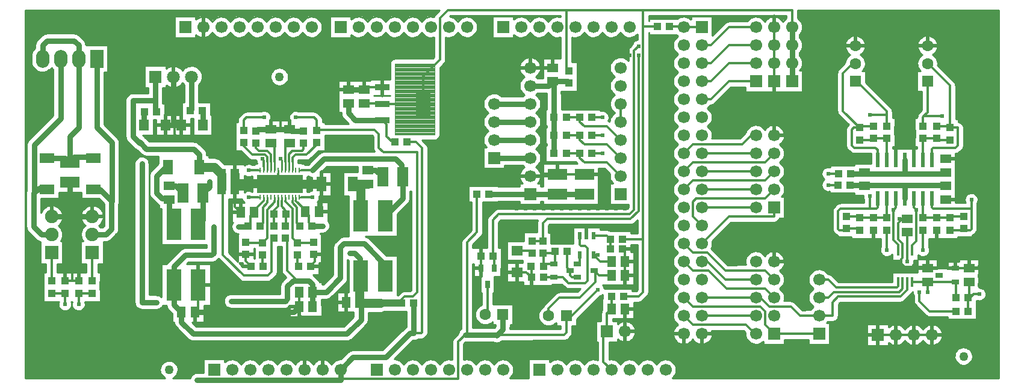
<source format=gbr>
G04 DipTrace 2.4.0.2*
%INTop.gbr*%
%MOIN*%
%ADD10C,0.0098*%
%ADD14C,0.03*%
%ADD15C,0.012*%
%ADD16C,0.013*%
%ADD17C,0.05*%
%ADD18C,0.0394*%
%ADD19C,0.01*%
%ADD20C,0.02*%
%ADD21C,0.004*%
%ADD22R,0.0512X0.0591*%
%ADD23R,0.0591X0.0512*%
%ADD24R,0.0394X0.0433*%
%ADD25R,0.0433X0.0394*%
%ADD26R,0.1063X0.063*%
%ADD28R,0.0551X0.0827*%
%ADD29R,0.0551X0.063*%
%ADD30R,0.063X0.0551*%
%ADD31R,0.0827X0.0551*%
%ADD33C,0.05*%
%ADD34R,0.0669X0.0669*%
%ADD35C,0.0669*%
%ADD36R,0.0709X0.0709*%
%ADD37C,0.0709*%
%ADD38R,0.063X0.063*%
%ADD39C,0.063*%
%ADD40R,0.0748X0.0984*%
%ADD41O,0.0748X0.0984*%
%ADD43R,0.0256X0.0413*%
%ADD44R,0.0413X0.0256*%
%ADD45R,0.0748X0.0748*%
%ADD46C,0.0748*%
%ADD47R,0.063X0.1063*%
%ADD49R,0.0846X0.1772*%
%ADD52R,0.0098X0.0276*%
%ADD53R,0.2531X0.1039*%
%ADD54R,0.0846X0.0374*%
%ADD55R,0.0846X0.128*%
%ADD56R,0.0236X0.0787*%
%ADD57R,0.0157X0.0551*%
%ADD58R,0.0236X0.0433*%
%ADD59C,0.024*%
%FSLAX44Y44*%
G04*
G70*
G90*
G75*
G01*
%LNTop*%
%LPD*%
X3500Y18250D2*
D14*
Y19000D1*
X3250Y19250D1*
X1750D1*
X1500Y19000D1*
Y18250D1*
X3500D2*
Y14437D1*
X3000Y13937D1*
Y12500D1*
X25562Y10750D2*
D15*
Y8623D1*
X25000Y8061D1*
Y3060D1*
X24500Y2560D1*
Y500D1*
X18000D1*
Y1000D1*
X10062Y437D2*
D14*
X18000D1*
Y1000D1*
X1750Y12750D2*
X2750D1*
X3000Y12500D1*
Y12562D1*
X3250Y12812D1*
X4250D1*
X4312Y12750D1*
X26995Y4055D2*
Y3242D1*
X26690Y2938D1*
X24905D1*
D15*
X24500Y2560D1*
X18000Y1000D2*
D14*
X18687Y1687D1*
X20500D1*
X21844Y3031D1*
X22063D1*
D16*
X22469D1*
X22520Y3082D1*
Y13293D1*
X22187Y13625D1*
X21687D1*
X22062Y4687D2*
D14*
X22063Y3031D1*
X33003Y7001D2*
D16*
X32378D1*
X32003Y7375D1*
X30503Y4000D2*
Y3063D1*
X30378Y2938D1*
X26690D1*
X26639Y2886D1*
D14*
X26690Y2938D1*
X30503Y4000D2*
D16*
X30816D1*
X32253Y5438D1*
Y7376D2*
X32004D1*
X32003Y7375D1*
X11417Y11024D2*
X11496D1*
Y7362D1*
X12638Y6220D1*
X13970D1*
X14187Y6438D1*
Y8440D1*
X14314Y8313D1*
X10187Y12250D2*
D17*
X11018D1*
X11417Y11850D1*
Y11024D1*
X7750Y17250D2*
D14*
Y15876D1*
Y15377D1*
X7813Y15314D1*
X45562Y11250D2*
D16*
X45005D1*
X10187Y12250D2*
D14*
Y12938D1*
X9875Y13250D1*
X7250D1*
X6875Y13625D1*
Y13562D1*
X6500Y13937D1*
Y15937D1*
X7688D1*
X7750Y15876D1*
X43000Y20000D2*
Y19000D1*
Y18000D1*
Y17000D1*
X30665Y17585D2*
D15*
X30500Y17750D1*
Y20940D1*
X34754D1*
X43000D1*
Y20000D1*
X33669Y5062D2*
X34503D1*
X34754Y5313D1*
Y8251D1*
Y20024D1*
Y20940D1*
X52812Y5875D2*
D16*
Y5062D1*
X52750Y5000D1*
Y4250D1*
Y5000D2*
X52875D1*
X53062Y5187D1*
X53375D1*
X19316Y15779D2*
X20284D1*
X20315Y15748D1*
X22598D1*
X30500Y20940D2*
X23940D1*
X23502Y20502D1*
Y18188D1*
X22598Y17283D1*
Y15748D1*
X35544Y20024D2*
X34754D1*
X33610Y8251D2*
X34754D1*
X16457Y5315D2*
D14*
Y4488D1*
X14939Y8313D2*
D16*
X15062D1*
Y6500D1*
X15625Y5937D1*
X16250D1*
X16417Y5770D1*
Y5354D1*
X16457Y5315D1*
D14*
X17205D1*
X17992Y6102D1*
Y7795D1*
X18189Y7992D1*
X19320D1*
X20433Y6879D1*
Y6232D1*
X20477Y6188D1*
X9750Y17250D2*
Y15438D1*
X9689Y15377D1*
X45581Y11875D2*
D16*
Y11876D1*
X45005D1*
X16457Y5315D2*
D14*
Y5731D1*
X16250Y5937D1*
X15375D1*
X15062Y5625D1*
Y4937D1*
X14937Y4812D1*
X11937D1*
X7813Y4750D2*
X7000D1*
Y12438D1*
X38000Y19000D2*
D16*
X38500D1*
X39500Y20000D1*
X41000D1*
X37000Y13000D2*
X37500Y13500D1*
X40250D1*
X40750Y14000D1*
X41000D1*
Y13000D2*
X38000D1*
X37000Y12000D2*
X37500Y12500D1*
X41500D1*
X42000Y13000D1*
X41000Y12000D2*
X38000D1*
X37000Y11000D2*
X37500Y11500D1*
X41500D1*
X42000Y12000D1*
X41000Y11000D2*
X38000D1*
X41000Y10000D2*
X38000D1*
X42000Y11000D2*
X41500Y10500D1*
X37687D1*
X37500Y10313D1*
Y9500D1*
X38000Y9000D1*
X37000Y8000D2*
X37500Y7500D1*
X38312D1*
X39312Y6500D1*
X41500D1*
X42000Y6000D1*
X38000Y8000D2*
X39500Y9500D1*
X42000D1*
Y10000D1*
X37000Y7000D2*
X37500Y6500D1*
X38375D1*
X39375Y5500D1*
X41500D1*
X42000Y5000D1*
X38000Y7000D2*
X38312D1*
X39312Y6000D1*
X41000D1*
X48875Y5875D2*
Y5625D1*
X48812Y5562D1*
X45438D1*
X45000Y6000D1*
X44500D1*
X48875Y7607D2*
Y7937D1*
X48625Y8187D1*
Y9875D1*
X48750Y10000D1*
Y10500D1*
X48625Y9875D2*
X48645D1*
X48750Y10000D1*
X49643Y7607D2*
Y7893D1*
X49875Y8125D1*
Y9875D1*
X49750Y10000D1*
Y10500D1*
X2000Y9500D2*
D14*
X3000D1*
X4250D1*
X3000Y11398D2*
Y9500D1*
X2750Y5919D2*
D16*
X3136D1*
X3500D1*
X3136D2*
Y9364D1*
X3000Y9500D1*
X28500Y17750D2*
X29748D1*
X29750Y17748D1*
X28500Y11750D2*
X29898D1*
X30000Y11852D1*
X31500D1*
X33750Y4375D2*
Y3125D1*
X42000Y20000D2*
Y19000D1*
Y18000D1*
Y17000D1*
X47500Y8750D2*
Y7937D1*
X51000D2*
Y8750D1*
X49131Y7607D2*
Y7994D1*
X48875Y8250D1*
Y9125D1*
X49123Y9373D1*
X49375D1*
X49131Y7607D2*
Y7193D1*
X49062Y7125D1*
Y6875D1*
X49250Y6687D1*
X50436D1*
X50500Y6623D1*
X52062D1*
X52812D1*
X50750Y2937D2*
X49750D1*
X48750D1*
X47750D1*
X49375Y9373D2*
Y9375D1*
X48937D1*
X25769Y6642D2*
Y7311D1*
X25771Y7313D1*
X20315Y16654D2*
X19442D1*
X19316Y16528D1*
X14548Y12060D2*
D10*
Y11857D1*
D16*
Y11410D1*
X14647Y11312D1*
X12165Y11850D2*
D17*
Y11348D1*
Y11024D1*
Y11348D2*
X14611D1*
X14647Y11312D1*
X16939Y11314D2*
X14649D1*
X14647Y11312D1*
X12165Y11024D2*
D16*
Y10039D1*
X12480Y9724D1*
X16939Y11314D2*
Y9892D1*
X16811Y9764D1*
X16336Y6729D2*
Y6769D1*
X16575Y7008D1*
Y7321D1*
X16502Y7394D1*
X12751D2*
Y7019D1*
X13042Y6729D1*
X16811Y9764D2*
X17362D1*
X17480Y9646D1*
Y7480D1*
X17402Y7402D1*
X16509D1*
X16502Y7394D1*
X15709Y5315D2*
Y4488D1*
Y4055D1*
X15827Y3937D1*
X18031D1*
X18307Y4213D1*
Y4741D1*
X18316Y4750D1*
X12751Y7394D2*
X12370D1*
X11890Y7874D1*
Y9567D1*
X12047Y9724D1*
X12480D1*
X10126Y5717D2*
Y4378D1*
X9936Y4188D1*
D14*
X11000D1*
X15408D1*
X15709Y4488D1*
X8307Y14564D2*
X8750D1*
X8819D1*
X9188D1*
X8750Y17250D2*
Y14564D1*
X15947Y14252D2*
X15276D1*
X15197Y14331D1*
X14685D1*
X14134D1*
X13400D1*
X13322Y14252D1*
X12165Y11850D2*
D16*
Y12874D1*
X11775Y13264D1*
X11227Y13812D1*
X9063D1*
X8819Y14056D1*
Y14564D1*
X11775Y13264D2*
Y15043D1*
X12323Y15591D1*
X14528D1*
X14685Y15433D1*
Y14331D1*
X18440Y16526D2*
D14*
X19315D1*
X19316Y16528D1*
X11000Y4125D2*
Y4188D1*
X33751Y6251D2*
D16*
Y7001D1*
Y7565D1*
X33629Y7688D1*
X28584Y6126D2*
Y6732D1*
X28565Y6751D1*
X27787Y6410D2*
X28299D1*
X28584Y6126D1*
X31629Y8438D2*
X31628D1*
Y8938D1*
X28628D2*
Y8876D1*
X28253D1*
X28190Y8938D1*
X34254Y7626D2*
X34191Y7688D1*
X2750Y5250D2*
X2000D1*
X2750Y4625D2*
Y5250D1*
X2000Y8500D2*
D14*
X1438D1*
X1000Y8938D1*
Y10813D1*
X1034Y10847D1*
X1125Y10937D1*
X1187D1*
X1312Y11062D1*
X1705D1*
X1750Y11018D1*
X1034Y10847D2*
Y13472D1*
X2500Y14938D1*
Y18250D1*
X28606Y8148D2*
D16*
X29213D1*
Y9148D1*
X29441Y9376D1*
X34066D1*
X34504Y9814D1*
Y18439D1*
X26517Y6642D2*
Y7237D1*
X26440Y7313D1*
Y9313D1*
X26753Y9626D1*
X34004D1*
X34254Y9876D1*
Y18689D1*
X34504Y18939D1*
X44500Y3000D2*
X42000D1*
X37000Y5000D2*
X37500Y4500D1*
X41250D1*
X41500Y4250D1*
Y3500D1*
X42000Y3000D1*
X49387Y5875D2*
Y5449D1*
X49000Y5062D1*
X45562D1*
X45250Y4750D1*
Y4000D1*
X44500D1*
X41000Y5000D2*
X38000D1*
X41000D2*
X41250D1*
X41750Y4500D1*
X42937D1*
X43437Y4000D1*
X44500D1*
X14351Y12060D2*
D10*
Y12531D1*
D16*
Y13366D1*
X14134Y13583D1*
X15139Y12060D2*
D10*
Y12531D1*
D16*
Y12951D1*
X15330Y13143D1*
X15874D1*
X15953Y13222D1*
Y13577D1*
X15947Y13583D1*
X13761Y12060D2*
D10*
Y12262D1*
D16*
Y12614D1*
X13687Y12687D1*
X14688D2*
D10*
X14745Y12630D1*
Y12060D1*
X14942Y10564D2*
Y10361D1*
D16*
Y10334D1*
X15354Y9921D1*
Y8317D1*
X15627Y8045D1*
X16483D1*
X16502Y8063D1*
X30500Y15000D2*
X31250D1*
Y14750D1*
X31500Y14500D1*
X32750D1*
X33500Y13750D1*
X15627Y7376D2*
Y6769D1*
X15667Y6729D1*
X15336Y12060D2*
D10*
Y12531D1*
D16*
Y12773D1*
X15508Y12946D1*
X16133D1*
X16701Y13513D1*
Y13597D1*
X16697Y13601D1*
X19500Y12062D2*
D14*
X19960D1*
X20335Y11688D1*
X8500Y11187D2*
X8898D1*
X9273Y10812D1*
X30500Y14000D2*
D16*
X31250D1*
Y13750D1*
X31500Y13500D1*
X32750D1*
X33500Y12750D1*
X30500Y13000D2*
X31250D1*
Y12750D1*
X31500Y12500D1*
X32750D1*
X33500Y11750D1*
X7126Y14564D2*
D14*
Y15296D1*
X7144Y15314D1*
X29213Y7479D2*
D16*
X29794D1*
X29878Y7563D1*
Y6938D1*
X29816Y6876D1*
X29360D1*
X29235Y6751D1*
Y7457D1*
X29213Y7479D1*
X32003Y8438D2*
X32753D1*
X32941Y8251D1*
Y7707D1*
X32959Y7688D1*
X31255Y7375D2*
Y7003D1*
X31128Y6876D1*
X49387Y7607D2*
Y8488D1*
X49312Y8562D1*
X49438D1*
X49375Y8625D1*
X52081Y4250D2*
X50625D1*
X50062Y4812D1*
Y5312D1*
X49375Y7000D2*
Y7382D1*
X49387D1*
Y7607D1*
X48250Y9419D2*
X47500D1*
X46750D1*
X46669Y9500D1*
X46000D1*
X48250Y10500D2*
Y9419D1*
X50250D2*
X51000D1*
X51750D1*
X51829Y9498D1*
X52500D1*
X50250Y9419D2*
Y10500D1*
X48250Y13831D2*
Y12626D1*
Y13831D2*
X47500D1*
X47419Y13750D1*
X46750D1*
X50250Y13831D2*
X51000D1*
X51081Y13750D1*
X51750D1*
X50250Y13831D2*
Y12626D1*
X4250Y7500D2*
Y5919D1*
X33500Y15750D2*
Y14750D1*
X14745Y10564D2*
D10*
Y10361D1*
D16*
Y10058D1*
X14961Y9843D1*
Y9649D1*
X14983Y9626D1*
Y9027D1*
X14939Y8983D1*
X26143Y5736D2*
Y4187D1*
X26011Y4055D1*
X14548Y10564D2*
D10*
Y10361D1*
D16*
Y10060D1*
X14331Y9843D1*
Y9643D1*
X14314Y9626D1*
Y8983D1*
X10370Y14564D2*
D14*
Y15365D1*
X10358Y15377D1*
X49250Y10500D2*
Y11250D1*
X51500D1*
Y11187D1*
X49250Y11250D2*
X47063D1*
X47000Y11187D1*
Y11250D1*
X46232D1*
X49250Y12626D2*
Y11875D1*
X51435D1*
X51500Y11939D1*
X49250Y11875D2*
X47061D1*
X47000Y11936D1*
Y11875D1*
X46250D1*
X13958Y12060D2*
D10*
Y12531D1*
D16*
Y12815D1*
X13827Y12946D1*
X13117D1*
X12646Y13417D1*
Y13589D1*
X12634Y13601D1*
X14154Y12060D2*
D10*
Y12531D1*
D16*
Y12933D1*
X13945Y13143D1*
X13472D1*
X13315Y13300D1*
Y13576D1*
X13322Y13583D1*
X14351Y10564D2*
D10*
Y10361D1*
D16*
Y10296D1*
X13937Y9882D1*
Y8293D1*
X13689Y8045D1*
X12770D1*
X12751Y8063D1*
X13689Y7376D2*
Y6751D1*
X13711Y6729D1*
X36213Y20024D2*
X36976D1*
X37000Y20000D1*
X38000D1*
X13761Y10564D2*
D10*
Y10375D1*
D16*
X13307Y9921D1*
Y9803D1*
X13228Y9724D1*
X12874Y8976D2*
Y9016D1*
X13031Y9173D1*
Y9528D1*
X13228Y9724D1*
X15532Y10564D2*
D10*
Y10373D1*
D16*
X15945Y9961D1*
Y9882D1*
X16063Y9764D1*
X16417Y8976D2*
Y9016D1*
X16260Y9173D1*
Y9567D1*
X16063Y9764D1*
X19065Y4750D2*
D17*
Y6126D1*
X19127Y6188D1*
X21393Y4687D2*
D18*
X20203D1*
D17*
X19128D1*
X19065Y4750D1*
X8776Y5717D2*
D14*
Y4601D1*
X9188Y4188D1*
Y3646D1*
X9835Y3000D1*
X18354D1*
X19134Y3780D1*
Y4681D1*
X19065Y4750D1*
X8776Y5717D2*
Y6728D1*
X9409Y7362D1*
X10866D1*
X10984Y7480D1*
Y8937D1*
X12362D2*
X12835D1*
X12874Y8976D1*
X16417D2*
X17008D1*
X18504Y7480D2*
X18780D1*
X19094Y7165D1*
Y6221D1*
X19127Y6188D1*
X12634Y14270D2*
D16*
Y14839D1*
X12795Y15000D1*
X13780D1*
X15512D2*
X16535D1*
X16693Y14843D1*
Y14274D1*
X16697Y14270D1*
X21393Y4687D2*
Y4893D1*
X21562Y5062D1*
X22000D1*
X22250Y5313D1*
Y13062D1*
X20375D1*
X20125Y13312D1*
Y14062D1*
X19875Y14312D1*
X16739D1*
X16697Y14270D1*
X13564Y10564D2*
D10*
X13450D1*
D16*
X12913D1*
Y12060D2*
X13450D1*
D10*
X13564D1*
X10750Y11437D2*
D14*
Y11142D1*
X10394D1*
X10375Y10812D2*
Y9312D1*
X10126Y9063D1*
X10750Y11142D2*
X10375Y10812D1*
X13958Y10564D2*
D10*
Y10361D1*
D16*
Y10257D1*
X13701Y10000D1*
Y9134D1*
X13583Y9016D1*
X13543Y8976D1*
X15336Y10564D2*
D10*
Y10361D1*
D16*
Y10255D1*
X15591Y10000D1*
Y9134D1*
X15748Y8976D1*
X15729Y12060D2*
D10*
X15843D1*
D16*
X16457D1*
Y10564D2*
X15843D1*
D10*
X15729D1*
X16457Y12060D2*
D14*
X17085Y12687D1*
X21063D1*
X21375Y12375D1*
Y11750D1*
X21437Y11688D1*
Y10495D1*
X20477Y9535D1*
X18672Y11314D2*
D17*
X19046D1*
X19500D1*
X19127Y9535D2*
Y11233D1*
X19046Y11314D1*
X8500Y10439D2*
D14*
Y9339D1*
X8776Y9063D1*
X8455Y12250D2*
X8312D1*
X7812Y11750D1*
Y10813D1*
X8125Y10500D1*
X8439D1*
X8500Y10439D1*
X18440Y15778D2*
Y15222D1*
X18819Y14843D1*
X20315D1*
X21018Y13625D2*
D16*
X20875D1*
X20562Y13938D1*
Y14595D1*
X20315Y14843D1*
X14942Y12060D2*
D10*
Y12531D1*
D16*
Y13328D1*
X15197Y13583D1*
X29816Y6128D2*
X29255D1*
X29253Y6126D1*
X29816Y6128D2*
X30314D1*
X30628Y5813D1*
X31566D1*
X31691Y5938D1*
Y7751D1*
X31566Y7876D1*
X31316D1*
X31253Y7938D1*
Y8436D1*
X31255Y8438D1*
X30547Y7563D2*
Y6675D1*
X30721Y6502D1*
Y6220D1*
X30816Y6126D1*
X31126D1*
X31128Y6128D1*
X32034Y6502D2*
X32065D1*
X32316Y6251D1*
X33003D1*
X29519Y4000D2*
Y4391D1*
X30128Y5001D1*
X31253D1*
X32128Y5876D1*
Y6407D1*
X32034Y6502D1*
X27787Y7591D2*
X28493D1*
X28606Y7479D1*
X2000Y7500D2*
Y5919D1*
X3500Y5250D2*
X4250D1*
X3500Y4625D2*
Y5250D1*
X4312Y11018D2*
D14*
X4670D1*
X5312Y10375D1*
Y8812D1*
X5000Y8500D1*
X4250D1*
X5312Y10375D2*
X5348Y10339D1*
Y13589D1*
X4500Y14437D1*
Y18250D1*
X38000Y16000D2*
D16*
X38500D1*
X39500Y17000D1*
X41000D1*
X38000D2*
X38500D1*
X39500Y18000D1*
X41000D1*
X49131Y5875D2*
Y5506D1*
X48937Y5312D1*
X45312D1*
X45000Y5000D1*
X44500D1*
X37000Y4000D2*
X37500Y3500D1*
X40437D1*
X40937Y3000D1*
X41000D1*
Y4000D2*
X38000D1*
X31500Y10750D2*
D14*
X30000D1*
X28500D1*
X26232D1*
X26500Y14750D2*
X28500D1*
X26500Y15750D2*
X28500D1*
X26500Y13750D2*
X28500D1*
X26500Y12750D2*
X28500D1*
Y16750D2*
X29500D1*
X29750Y17000D1*
X30581D1*
X30665Y16915D1*
X29750Y17000D2*
X29831Y16919D1*
Y15000D1*
Y14000D1*
Y13000D1*
X33000Y5062D2*
D16*
X33002Y5060D1*
Y4375D1*
X32750Y4123D1*
Y3125D1*
X33000Y1000D2*
D15*
X32562Y1438D1*
Y3125D1*
X32750D1*
X48250Y8750D2*
D16*
Y7638D1*
X50250D2*
Y8750D1*
X52081Y5000D2*
Y5857D1*
X52062Y5875D1*
X50500D1*
X49643D1*
X50500D2*
Y5313D1*
X46750Y8750D2*
X46669Y8831D1*
X46000D1*
X45919Y8750D1*
X45625D1*
X45562Y8813D1*
Y9812D1*
X45687Y9937D1*
X47293D1*
X47687D1*
X47750Y10000D1*
Y10500D1*
X48250Y14500D2*
Y15125D1*
Y15319D1*
X46569Y17000D1*
X46500D1*
X47293Y9937D2*
X47317Y9962D1*
Y10626D1*
Y15125D2*
X48250D1*
X46750Y14419D2*
X46831Y14500D1*
X47500D1*
X47750Y12626D2*
Y13188D1*
X47625Y13313D1*
X46437D1*
X46312Y13438D1*
Y14312D1*
X46419Y14419D1*
X46750D1*
X45817Y15352D1*
Y17439D1*
X46362Y17984D1*
X46500D1*
X52500Y8829D2*
X52421Y8750D1*
X51750D1*
X52500Y8829D2*
X52579Y8750D1*
X52875D1*
X52937Y8812D1*
Y9937D1*
X50813D1*
X50750Y10000D1*
Y10500D1*
X50250Y14500D2*
Y15014D1*
X50299Y15063D1*
X50500Y15264D1*
Y17000D1*
X52937Y9937D2*
Y10437D1*
X51312Y15063D2*
X50299D1*
X51750Y14419D2*
X51669Y14500D1*
X51000D1*
X50750Y12626D2*
Y13250D1*
X50813Y13313D1*
X52063D1*
X52187Y13437D1*
Y14419D1*
X51750D1*
X50500Y17984D2*
X50511Y17996D1*
X51750Y16757D1*
Y14419D1*
X38000Y18000D2*
X38500D1*
X39500Y19000D1*
X41000D1*
X31919Y13000D2*
X32500D1*
X31919Y14000D2*
X32500D1*
X31919Y15000D2*
X32500D1*
D59*
X10062Y437D3*
X32253Y5438D3*
Y7376D3*
X45005Y11250D3*
X53375Y5187D3*
X45005Y11876D3*
X11937Y4812D3*
X7813Y4750D3*
X7000Y12438D3*
X48625Y9875D3*
X49875D3*
X47500Y7937D3*
X51000D3*
X48937Y9375D3*
X31628Y8938D3*
X28628D3*
X34254Y7626D3*
X31628Y8938D3*
X2750Y4625D3*
X34504Y18439D3*
Y18939D3*
X13687Y12687D3*
X14688D3*
X50062Y5312D3*
X49375Y7000D3*
X10984Y8937D3*
X12362D3*
X17008Y8976D3*
X18504Y7480D3*
X13780Y15000D3*
X15512D3*
X12913Y10564D3*
Y12060D3*
X10750Y11437D3*
X16457Y12060D3*
Y10564D3*
X3500Y4625D3*
X48250Y7638D3*
X50250D3*
X50500Y5313D3*
D3*
X47317Y10626D3*
Y15125D3*
X52937Y10437D3*
X51312Y15063D3*
X32500Y13000D3*
Y14000D3*
Y15000D3*
X23625Y17437D3*
Y16937D3*
Y16437D3*
X24125Y17437D3*
X23625Y15937D3*
Y15437D3*
Y14937D3*
Y14437D3*
Y13937D3*
Y13437D3*
Y12937D3*
Y12437D3*
Y11937D3*
Y11437D3*
Y10937D3*
Y10437D3*
Y9937D3*
Y9437D3*
Y8937D3*
Y8437D3*
Y7937D3*
Y7437D3*
Y6937D3*
Y6437D3*
Y5937D3*
Y5437D3*
Y4937D3*
Y4437D3*
Y3937D3*
Y3437D3*
X24125Y17937D3*
Y16937D3*
Y16437D3*
X13625Y11562D3*
X24125Y15937D3*
Y15437D3*
Y14937D3*
Y14437D3*
Y13937D3*
Y13437D3*
Y12937D3*
Y12437D3*
Y11937D3*
Y11437D3*
Y10937D3*
Y10437D3*
Y9937D3*
Y9437D3*
Y8937D3*
Y8437D3*
Y7937D3*
Y7437D3*
Y6937D3*
X6062Y19937D3*
Y19437D3*
Y18937D3*
Y18437D3*
Y17937D3*
Y17437D3*
Y16937D3*
Y16437D3*
Y15937D3*
Y15437D3*
Y14937D3*
Y14437D3*
Y13937D3*
Y13437D3*
Y12937D3*
Y12437D3*
Y11937D3*
Y11437D3*
Y10937D3*
Y10437D3*
Y9937D3*
Y9437D3*
Y8937D3*
Y8437D3*
Y7937D3*
Y7437D3*
Y6937D3*
Y6437D3*
Y5937D3*
Y5437D3*
Y4937D3*
Y4437D3*
X13625Y11063D3*
X14125Y11562D3*
Y11063D3*
X14625Y11562D3*
Y11063D3*
X15125Y11562D3*
Y11063D3*
X15625Y11562D3*
X24125Y6437D3*
Y5937D3*
Y5437D3*
Y4937D3*
Y4437D3*
Y3937D3*
Y3437D3*
X24625Y17937D3*
Y17437D3*
Y16937D3*
Y16437D3*
Y15937D3*
Y15437D3*
Y14937D3*
Y14437D3*
Y13937D3*
Y13437D3*
Y12937D3*
Y12437D3*
Y11937D3*
Y11437D3*
Y10937D3*
X43062Y11938D3*
Y11438D3*
Y10938D3*
Y10438D3*
Y9938D3*
Y9438D3*
Y8938D3*
Y8438D3*
Y7938D3*
Y7438D3*
X43562Y11938D3*
X24625Y10437D3*
X43562Y11438D3*
X25062Y2000D3*
X25562D3*
X26062D3*
X26562D3*
X27062D3*
X27562D3*
X28062D3*
X28562D3*
X29062D3*
X29562D3*
X30062D3*
X30562D3*
X31062D3*
X31562D3*
X32062D3*
X24625Y9937D3*
X33562Y2000D3*
X34062D3*
X34562D3*
X35062D3*
X35562D3*
X36062D3*
X36562D3*
X37062D3*
X37562D3*
X15625Y11063D3*
X11000Y4125D3*
Y3625D3*
X11500Y4125D3*
Y3625D3*
X24625Y9437D3*
X43562Y10938D3*
Y10438D3*
Y9938D3*
X6625Y18938D3*
X12000Y4125D3*
X7125Y18938D3*
X12000Y3625D3*
X7625Y18938D3*
X12500Y4125D3*
X8125Y18938D3*
X12500Y3625D3*
X8625Y18938D3*
X13000Y4125D3*
X9125Y18938D3*
X13000Y3625D3*
X9625Y18938D3*
X13500Y4125D3*
X10125Y18938D3*
X13500Y3625D3*
X10625Y18938D3*
X14000Y4125D3*
X11125Y18938D3*
X14000Y3625D3*
X11625Y18938D3*
X14500Y4125D3*
X12125Y18938D3*
X49687Y4125D3*
X12625Y18938D3*
X14500Y3625D3*
X13125Y18938D3*
X7687Y9437D3*
X13625Y18938D3*
X7687Y8937D3*
X14125Y18938D3*
X7687Y8437D3*
X14625Y18938D3*
X7687Y7937D3*
X15125Y18938D3*
X7687Y7437D3*
X15625Y18938D3*
X7687Y6937D3*
X16125Y18938D3*
X7687Y6437D3*
X16625Y18938D3*
X7687Y5937D3*
X53375Y20187D3*
Y19687D3*
Y19187D3*
Y18687D3*
X18125Y18938D3*
X21625Y9937D3*
X18625Y18938D3*
X21625Y9438D3*
X19125Y18938D3*
Y18438D3*
X19625Y18938D3*
Y18438D3*
X20125Y18938D3*
Y18438D3*
X20625Y18938D3*
Y18438D3*
X21125Y18938D3*
Y18438D3*
X21625Y18938D3*
Y18438D3*
X22125Y18938D3*
Y18438D3*
X22625Y18938D3*
Y18438D3*
X23125Y18938D3*
Y18438D3*
X21625Y8937D3*
Y8437D3*
X24125Y18938D3*
Y18438D3*
X24625Y18938D3*
Y18438D3*
X25125Y18938D3*
Y18438D3*
X25625Y18938D3*
Y18438D3*
X26125Y18938D3*
Y18438D3*
X26625Y18938D3*
Y18438D3*
X27125Y18938D3*
Y18438D3*
X27625Y18938D3*
Y18438D3*
X28125Y18938D3*
Y18438D3*
X28625Y18938D3*
Y18438D3*
X29125Y18938D3*
Y18438D3*
X29625Y18938D3*
Y18438D3*
X30125Y18938D3*
Y18438D3*
X53375Y18187D3*
Y17687D3*
Y17187D3*
Y16687D3*
Y16187D3*
Y15687D3*
Y15187D3*
Y14687D3*
Y14187D3*
Y13687D3*
Y13187D3*
Y12687D3*
Y12187D3*
Y11687D3*
Y11187D3*
Y10687D3*
Y10187D3*
Y9687D3*
Y9187D3*
Y8687D3*
Y8187D3*
Y7687D3*
Y7187D3*
Y6687D3*
Y6187D3*
Y5687D3*
Y4687D3*
Y4187D3*
X52255Y11189D3*
X53375Y3687D3*
Y3187D3*
Y2687D3*
Y2187D3*
Y1687D3*
Y1187D3*
X53875Y20187D3*
Y19687D3*
Y19187D3*
Y18687D3*
Y18187D3*
Y17687D3*
Y17187D3*
Y16687D3*
Y16187D3*
Y15687D3*
Y15187D3*
Y14687D3*
Y14187D3*
Y13687D3*
Y13187D3*
Y12687D3*
Y12187D3*
Y11687D3*
Y11187D3*
Y10687D3*
Y10187D3*
Y9687D3*
Y9187D3*
Y8687D3*
Y8187D3*
Y7687D3*
Y7187D3*
Y6687D3*
Y6187D3*
Y5687D3*
Y4687D3*
Y4187D3*
X52255Y10689D3*
X53875Y3687D3*
Y3187D3*
Y2687D3*
Y2187D3*
Y1687D3*
Y1187D3*
X36062Y10500D3*
Y10000D3*
Y9500D3*
Y9000D3*
Y8500D3*
Y8000D3*
Y7500D3*
Y7000D3*
Y6500D3*
Y6000D3*
Y5500D3*
Y5000D3*
Y4500D3*
Y4000D3*
Y3500D3*
Y3000D3*
Y2500D3*
X43562Y9438D3*
Y8938D3*
Y8438D3*
Y7938D3*
Y7438D3*
X44062Y11938D3*
Y11438D3*
Y10938D3*
Y10438D3*
Y9938D3*
Y9438D3*
Y8938D3*
Y8438D3*
Y7938D3*
Y7438D3*
X44562Y11938D3*
Y11437D3*
Y10938D3*
Y10438D3*
Y9938D3*
Y9438D3*
Y8938D3*
Y8438D3*
Y7938D3*
Y7437D3*
X24625Y8937D3*
Y8437D3*
Y7937D3*
Y7437D3*
Y6937D3*
Y6437D3*
Y5937D3*
Y5437D3*
X37062Y1000D3*
X37562D3*
X38062D3*
X38562D3*
X39062D3*
X39562D3*
X40062D3*
X40562D3*
X41062D3*
X41562D3*
X42062D3*
X42562D3*
X43062D3*
X43562D3*
X44062D3*
X44562D3*
X45062D3*
X45562D3*
X46062D3*
X46562D3*
X47062D3*
X47562D3*
X48062D3*
X48562D3*
X49062D3*
X43875Y19687D3*
X50062Y1000D3*
X50562D3*
X51062D3*
X51562D3*
X52062D3*
X52562D3*
X53062D3*
X44875Y20187D3*
X45375D3*
X45875D3*
X46375D3*
X46875D3*
X47375D3*
X47875D3*
X48375D3*
X48875D3*
X49375D3*
X49875D3*
X50375D3*
X50875D3*
X51375D3*
X51875D3*
X52375D3*
X52875D3*
X24625Y4937D3*
Y4437D3*
Y3937D3*
Y3437D3*
X21625Y7937D3*
Y7437D3*
Y6937D3*
Y6437D3*
Y5937D3*
X27750Y9938D3*
X28250D3*
X28750D3*
X29250D3*
X49687Y4625D3*
X29750Y9938D3*
X30250D3*
X49562Y1000D3*
X30750Y9938D3*
X31250D3*
X46250Y8062D3*
X31750Y9938D3*
X46250Y7562D3*
X32250Y9938D3*
X46250Y7062D3*
X32750Y9938D3*
X46250Y6562D3*
X33250Y9938D3*
X47687Y4125D3*
X33750Y9938D3*
X48187Y4125D3*
X31000Y18938D3*
Y18438D3*
X31500Y18938D3*
Y18438D3*
X32000Y18938D3*
Y18438D3*
X32500Y18938D3*
Y18438D3*
X33000Y18938D3*
Y18438D3*
X33500Y18938D3*
Y18438D3*
X34000Y18938D3*
Y18438D3*
X8438Y2437D3*
X8938D3*
X9438D3*
X9938D3*
X10438D3*
X10938D3*
X11438D3*
X11938D3*
X12437D3*
X12938D3*
X13437D3*
X13938D3*
X14437D3*
X14937D3*
X15437D3*
X15937D3*
X16437D3*
X16937D3*
X17437D3*
X17938D3*
X18438D3*
X48687Y4125D3*
X49187D3*
X46750Y8062D3*
Y7562D3*
Y7062D3*
Y6562D3*
X47687Y4625D3*
X48187D3*
X48687D3*
X49187D3*
X51500Y8062D3*
Y7562D3*
X46250Y6062D3*
X45687Y4125D3*
X46187D3*
X46687D3*
X47187D3*
X52000Y8062D3*
Y7562D3*
X46750Y6062D3*
X45687Y4625D3*
X46187D3*
X46687D3*
X47187D3*
X43875Y20187D3*
Y19187D3*
Y18687D3*
Y18187D3*
Y17687D3*
Y17187D3*
Y16687D3*
Y16187D3*
Y15687D3*
Y15187D3*
Y14687D3*
Y14187D3*
X44375Y20187D3*
Y19687D3*
Y19187D3*
Y18687D3*
Y18187D3*
Y17687D3*
Y17187D3*
Y16687D3*
Y16187D3*
Y15687D3*
Y15187D3*
Y14687D3*
Y14187D3*
X49000Y16063D3*
Y15563D3*
Y15063D3*
Y14562D3*
Y14063D3*
Y13563D3*
X49500Y16063D3*
Y15563D3*
Y15063D3*
Y14562D3*
Y14063D3*
Y13563D3*
X52250Y12688D3*
Y12188D3*
Y11688D3*
X11125Y6562D3*
Y6062D3*
Y5562D3*
X17562Y13625D3*
X18062D3*
X18562D3*
X19062D3*
X11625Y16625D3*
Y16125D3*
X12125Y16625D3*
Y16125D3*
X12625Y16625D3*
Y16125D3*
X13125Y16625D3*
Y16125D3*
X13625Y16625D3*
Y16125D3*
X14125Y16625D3*
Y16125D3*
X14625Y16625D3*
Y16125D3*
X15125Y16625D3*
Y16125D3*
X15625Y16625D3*
Y16125D3*
X16125Y16625D3*
Y16125D3*
X16625Y16625D3*
Y16125D3*
X17125Y16625D3*
Y16125D3*
X17625Y16625D3*
Y16125D3*
X560Y20851D2*
D19*
X23391D1*
X43323D2*
X54441D1*
X560Y20753D2*
X23292D1*
X43323D2*
X54441D1*
X560Y20654D2*
X23213D1*
X43323D2*
X54441D1*
X560Y20555D2*
X8802D1*
X9998D2*
X10195D1*
X10605D2*
X11195D1*
X11605D2*
X12195D1*
X12605D2*
X13195D1*
X13605D2*
X14195D1*
X14605D2*
X15195D1*
X15605D2*
X16195D1*
X16605D2*
X17402D1*
X18598D2*
X18795D1*
X19205D2*
X19795D1*
X20205D2*
X20795D1*
X21205D2*
X21795D1*
X22205D2*
X22795D1*
X24205D2*
X24795D1*
X25205D2*
X26402D1*
X27598D2*
X27795D1*
X28205D2*
X28795D1*
X29205D2*
X29795D1*
X35078D2*
X36795D1*
X37205D2*
X37402D1*
X38598D2*
X40795D1*
X41205D2*
X41795D1*
X42205D2*
X42677D1*
X43323D2*
X54441D1*
X560Y20457D2*
X8802D1*
X10781D2*
X11019D1*
X11781D2*
X12019D1*
X12781D2*
X13019D1*
X13781D2*
X14019D1*
X14781D2*
X15019D1*
X15781D2*
X16019D1*
X16781D2*
X17402D1*
X19381D2*
X19619D1*
X20381D2*
X20619D1*
X21381D2*
X21619D1*
X22381D2*
X22619D1*
X24381D2*
X24619D1*
X25381D2*
X26402D1*
X28381D2*
X28619D1*
X29381D2*
X29619D1*
X38598D2*
X40619D1*
X41381D2*
X41619D1*
X42381D2*
X42619D1*
X43381D2*
X54441D1*
X560Y20358D2*
X8802D1*
X16878D2*
X17402D1*
X25478D2*
X26402D1*
X38598D2*
X40522D1*
X43478D2*
X54441D1*
X560Y20259D2*
X8802D1*
X16939D2*
X17402D1*
X25539D2*
X26402D1*
X38598D2*
X39305D1*
X43539D2*
X54441D1*
X560Y20160D2*
X8802D1*
X16976D2*
X17402D1*
X25576D2*
X26402D1*
X38598D2*
X39200D1*
X43576D2*
X54441D1*
X560Y20062D2*
X8802D1*
X16995D2*
X17402D1*
X25595D2*
X26402D1*
X38598D2*
X39100D1*
X43595D2*
X54441D1*
X560Y19963D2*
X8802D1*
X16997D2*
X17402D1*
X25597D2*
X26402D1*
X38598D2*
X39002D1*
X43597D2*
X54441D1*
X560Y19864D2*
X8802D1*
X16983D2*
X17402D1*
X25583D2*
X26402D1*
X38598D2*
X38903D1*
X43583D2*
X54441D1*
X560Y19766D2*
X8802D1*
X16950D2*
X17402D1*
X25550D2*
X26402D1*
X38598D2*
X38805D1*
X43550D2*
X54441D1*
X560Y19667D2*
X8802D1*
X16895D2*
X17402D1*
X25495D2*
X26402D1*
X38598D2*
X38706D1*
X43495D2*
X54441D1*
X560Y19568D2*
X1491D1*
X3509D2*
X8802D1*
X10811D2*
X10989D1*
X11811D2*
X11989D1*
X12811D2*
X12989D1*
X13811D2*
X13989D1*
X14811D2*
X14989D1*
X15811D2*
X15989D1*
X16811D2*
X17402D1*
X19411D2*
X19589D1*
X20411D2*
X20589D1*
X21411D2*
X21589D1*
X22411D2*
X22589D1*
X24411D2*
X24589D1*
X25411D2*
X26402D1*
X28411D2*
X28589D1*
X29411D2*
X29589D1*
X31411D2*
X31589D1*
X32411D2*
X32589D1*
X33411D2*
X33589D1*
X35078D2*
X36589D1*
X43414D2*
X54441D1*
X560Y19470D2*
X1389D1*
X3611D2*
X8802D1*
X9998D2*
X10135D1*
X10665D2*
X11135D1*
X11665D2*
X12135D1*
X12665D2*
X13135D1*
X13665D2*
X14135D1*
X14665D2*
X15135D1*
X15665D2*
X16135D1*
X16665D2*
X17402D1*
X18598D2*
X18735D1*
X19265D2*
X19735D1*
X20265D2*
X20735D1*
X21265D2*
X21735D1*
X22265D2*
X22735D1*
X24265D2*
X24735D1*
X25265D2*
X26402D1*
X27598D2*
X27735D1*
X28265D2*
X28735D1*
X29265D2*
X29735D1*
X31265D2*
X31735D1*
X32265D2*
X32735D1*
X33265D2*
X33735D1*
X34265D2*
X34430D1*
X35078D2*
X36636D1*
X43414D2*
X46220D1*
X46780D2*
X50220D1*
X50780D2*
X54441D1*
X560Y19371D2*
X1289D1*
X3711D2*
X23174D1*
X23831D2*
X30177D1*
X30823D2*
X34430D1*
X35078D2*
X36533D1*
X43467D2*
X46088D1*
X46912D2*
X50088D1*
X50912D2*
X54441D1*
X560Y19272D2*
X1192D1*
X3808D2*
X23174D1*
X23831D2*
X30177D1*
X30823D2*
X34324D1*
X35078D2*
X36469D1*
X43531D2*
X46010D1*
X46990D2*
X50010D1*
X50990D2*
X54441D1*
X560Y19174D2*
X1125D1*
X3875D2*
X23174D1*
X23831D2*
X30177D1*
X30823D2*
X34202D1*
X35078D2*
X36428D1*
X43572D2*
X45960D1*
X47040D2*
X49960D1*
X51040D2*
X54441D1*
X560Y19075D2*
X1094D1*
X3906D2*
X23174D1*
X23831D2*
X30177D1*
X30823D2*
X34145D1*
X35078D2*
X36406D1*
X43594D2*
X45931D1*
X47069D2*
X49931D1*
X51069D2*
X54441D1*
X560Y18976D2*
X1086D1*
X5137D2*
X23174D1*
X23831D2*
X30177D1*
X30823D2*
X34080D1*
X35078D2*
X36402D1*
X43598D2*
X45922D1*
X47080D2*
X49920D1*
X51080D2*
X54441D1*
X560Y18878D2*
X1086D1*
X5137D2*
X23174D1*
X23831D2*
X30177D1*
X30823D2*
X33986D1*
X35078D2*
X36414D1*
X43586D2*
X45928D1*
X47072D2*
X49928D1*
X51072D2*
X54441D1*
X560Y18779D2*
X1016D1*
X5137D2*
X23174D1*
X23831D2*
X30177D1*
X30823D2*
X33938D1*
X35078D2*
X36444D1*
X43556D2*
X45953D1*
X47047D2*
X49953D1*
X51047D2*
X54441D1*
X560Y18680D2*
X945D1*
X5137D2*
X23174D1*
X23831D2*
X30177D1*
X30823D2*
X33925D1*
X35078D2*
X36495D1*
X43505D2*
X46000D1*
X47000D2*
X50000D1*
X51000D2*
X54441D1*
X560Y18581D2*
X900D1*
X5137D2*
X23174D1*
X23831D2*
X30177D1*
X30823D2*
X33925D1*
X35078D2*
X36577D1*
X43423D2*
X46074D1*
X46926D2*
X50074D1*
X50926D2*
X54441D1*
X560Y18483D2*
X872D1*
X5137D2*
X23174D1*
X23831D2*
X30177D1*
X30823D2*
X33925D1*
X35078D2*
X36653D1*
X43414D2*
X46194D1*
X46806D2*
X50194D1*
X50806D2*
X54441D1*
X560Y18384D2*
X863D1*
X5137D2*
X23174D1*
X23831D2*
X30177D1*
X30823D2*
X33925D1*
X35078D2*
X36544D1*
X43456D2*
X46086D1*
X46914D2*
X50086D1*
X50914D2*
X54441D1*
X560Y18285D2*
X863D1*
X5137D2*
X23139D1*
X23831D2*
X28245D1*
X28755D2*
X30177D1*
X30823D2*
X33245D1*
X33755D2*
X33925D1*
X35078D2*
X36475D1*
X43525D2*
X46008D1*
X46992D2*
X50008D1*
X50992D2*
X54441D1*
X560Y18187D2*
X863D1*
X5137D2*
X20817D1*
X23831D2*
X28095D1*
X28905D2*
X29191D1*
X30823D2*
X33095D1*
X35078D2*
X36431D1*
X43569D2*
X45958D1*
X47042D2*
X49958D1*
X51042D2*
X54441D1*
X560Y18088D2*
X864D1*
X5137D2*
X20752D1*
X23815D2*
X28008D1*
X28992D2*
X29191D1*
X30823D2*
X33008D1*
X35078D2*
X36408D1*
X43592D2*
X45931D1*
X47069D2*
X49931D1*
X51069D2*
X54441D1*
X560Y17989D2*
X878D1*
X5137D2*
X20736D1*
X23762D2*
X27952D1*
X29048D2*
X29191D1*
X31126D2*
X32952D1*
X35078D2*
X36402D1*
X43598D2*
X45906D1*
X47080D2*
X49920D1*
X51080D2*
X54441D1*
X560Y17891D2*
X910D1*
X5137D2*
X20736D1*
X23667D2*
X27919D1*
X29081D2*
X29191D1*
X31126D2*
X32919D1*
X35078D2*
X36411D1*
X43589D2*
X45808D1*
X47072D2*
X49928D1*
X51078D2*
X54441D1*
X560Y17792D2*
X963D1*
X5137D2*
X7131D1*
X8369D2*
X8464D1*
X9036D2*
X9464D1*
X10036D2*
X20736D1*
X23569D2*
X27903D1*
X29097D2*
X29191D1*
X31126D2*
X32903D1*
X35078D2*
X36439D1*
X43561D2*
X45710D1*
X47045D2*
X49955D1*
X51176D2*
X54441D1*
X560Y17693D2*
X1041D1*
X1959D2*
X2041D1*
X5137D2*
X7131D1*
X9176D2*
X9324D1*
X10176D2*
X14375D1*
X14875D2*
X20736D1*
X23514D2*
X27905D1*
X29095D2*
X29191D1*
X31126D2*
X32905D1*
X35078D2*
X36488D1*
X43512D2*
X45611D1*
X46998D2*
X50002D1*
X51275D2*
X54441D1*
X560Y17595D2*
X1166D1*
X1834D2*
X2086D1*
X5137D2*
X7131D1*
X10261D2*
X14247D1*
X15003D2*
X20736D1*
X23514D2*
X27922D1*
X29078D2*
X29191D1*
X31126D2*
X32922D1*
X35078D2*
X36563D1*
X43437D2*
X45528D1*
X46925D2*
X50075D1*
X51373D2*
X54441D1*
X560Y17496D2*
X2086D1*
X4914D2*
X7131D1*
X10317D2*
X14175D1*
X15075D2*
X20736D1*
X23514D2*
X27960D1*
X29040D2*
X29191D1*
X31126D2*
X32960D1*
X35078D2*
X36674D1*
X43598D2*
X45494D1*
X47080D2*
X49920D1*
X51472D2*
X54441D1*
X560Y17397D2*
X2086D1*
X4914D2*
X7131D1*
X10350D2*
X14133D1*
X15117D2*
X20736D1*
X23514D2*
X28019D1*
X28981D2*
X29191D1*
X31126D2*
X33019D1*
X35078D2*
X36556D1*
X43598D2*
X45489D1*
X47080D2*
X49920D1*
X51570D2*
X54441D1*
X560Y17299D2*
X2086D1*
X4914D2*
X7131D1*
X10367D2*
X14114D1*
X15136D2*
X20736D1*
X23514D2*
X28113D1*
X28887D2*
X29191D1*
X31126D2*
X33113D1*
X35078D2*
X36483D1*
X43598D2*
X45489D1*
X47080D2*
X49920D1*
X51670D2*
X54441D1*
X560Y17200D2*
X2086D1*
X4914D2*
X7131D1*
X10365D2*
X14114D1*
X15136D2*
X20736D1*
X23514D2*
X28111D1*
X28889D2*
X29191D1*
X31126D2*
X33111D1*
X35078D2*
X36436D1*
X43598D2*
X45489D1*
X47080D2*
X49920D1*
X51769D2*
X54441D1*
X560Y17101D2*
X2086D1*
X4914D2*
X7131D1*
X10350D2*
X14133D1*
X15117D2*
X20736D1*
X23514D2*
X28017D1*
X31126D2*
X33017D1*
X35078D2*
X36410D1*
X43598D2*
X45489D1*
X47080D2*
X49920D1*
X51867D2*
X54441D1*
X560Y17002D2*
X2086D1*
X4914D2*
X7131D1*
X10315D2*
X14177D1*
X15073D2*
X17880D1*
X23514D2*
X27958D1*
X31126D2*
X32958D1*
X35078D2*
X36402D1*
X43598D2*
X45489D1*
X47080D2*
X49920D1*
X51965D2*
X54441D1*
X560Y16904D2*
X2086D1*
X4914D2*
X7131D1*
X10261D2*
X14249D1*
X15001D2*
X17880D1*
X23514D2*
X27922D1*
X31126D2*
X32922D1*
X35078D2*
X36410D1*
X43598D2*
X45489D1*
X47126D2*
X49920D1*
X52044D2*
X54441D1*
X560Y16805D2*
X2086D1*
X4914D2*
X7131D1*
X9175D2*
X9325D1*
X10175D2*
X14378D1*
X14872D2*
X17880D1*
X23514D2*
X27903D1*
X31126D2*
X32903D1*
X35078D2*
X36435D1*
X43598D2*
X45489D1*
X47225D2*
X49920D1*
X52075D2*
X54441D1*
X560Y16706D2*
X2086D1*
X4914D2*
X7131D1*
X8369D2*
X8467D1*
X9033D2*
X9336D1*
X10164D2*
X17880D1*
X23514D2*
X27903D1*
X31126D2*
X32903D1*
X35078D2*
X36480D1*
X43598D2*
X45489D1*
X47323D2*
X49920D1*
X52080D2*
X54441D1*
X560Y16608D2*
X2086D1*
X4914D2*
X7336D1*
X8164D2*
X9336D1*
X10164D2*
X17880D1*
X23514D2*
X27919D1*
X31126D2*
X32919D1*
X35078D2*
X36552D1*
X39569D2*
X40402D1*
X43598D2*
X45489D1*
X47422D2*
X49920D1*
X52080D2*
X54441D1*
X560Y16509D2*
X2086D1*
X4914D2*
X7336D1*
X8164D2*
X9336D1*
X10164D2*
X17880D1*
X23514D2*
X27953D1*
X31126D2*
X32953D1*
X35078D2*
X36666D1*
X39470D2*
X40402D1*
X43598D2*
X45489D1*
X47522D2*
X49920D1*
X52080D2*
X54441D1*
X560Y16410D2*
X2086D1*
X4914D2*
X7336D1*
X8164D2*
X9336D1*
X10164D2*
X17880D1*
X23514D2*
X28010D1*
X30245D2*
X33010D1*
X35078D2*
X36569D1*
X39372D2*
X45489D1*
X47620D2*
X50170D1*
X52080D2*
X54441D1*
X560Y16312D2*
X2086D1*
X4914D2*
X6338D1*
X8164D2*
X9336D1*
X10164D2*
X17880D1*
X23514D2*
X26314D1*
X26686D2*
X28097D1*
X28903D2*
X29417D1*
X30245D2*
X33097D1*
X35078D2*
X36491D1*
X39273D2*
X45489D1*
X47719D2*
X50170D1*
X52080D2*
X54441D1*
X560Y16213D2*
X2086D1*
X4914D2*
X6194D1*
X8164D2*
X9336D1*
X10164D2*
X17880D1*
X23514D2*
X26127D1*
X26873D2*
X28127D1*
X28873D2*
X29417D1*
X30245D2*
X33127D1*
X35078D2*
X36441D1*
X39173D2*
X45489D1*
X47817D2*
X50170D1*
X52080D2*
X54441D1*
X560Y16114D2*
X2086D1*
X4914D2*
X6127D1*
X8164D2*
X9336D1*
X10164D2*
X17880D1*
X23514D2*
X26028D1*
X28972D2*
X29417D1*
X30245D2*
X33028D1*
X35078D2*
X36413D1*
X39075D2*
X45489D1*
X47915D2*
X50170D1*
X52080D2*
X54441D1*
X560Y16016D2*
X2086D1*
X4914D2*
X6094D1*
X8164D2*
X9336D1*
X10164D2*
X17880D1*
X23514D2*
X25964D1*
X29036D2*
X29417D1*
X30245D2*
X32964D1*
X35078D2*
X36402D1*
X38976D2*
X45489D1*
X48014D2*
X50170D1*
X52080D2*
X54441D1*
X560Y15917D2*
X2086D1*
X4914D2*
X6086D1*
X8164D2*
X9336D1*
X10164D2*
X17880D1*
X23514D2*
X25925D1*
X29075D2*
X29417D1*
X30245D2*
X32925D1*
X35078D2*
X36408D1*
X38878D2*
X45489D1*
X48114D2*
X50170D1*
X52080D2*
X54441D1*
X560Y15818D2*
X2086D1*
X4914D2*
X6086D1*
X8164D2*
X9208D1*
X10839D2*
X17880D1*
X23514D2*
X25905D1*
X29095D2*
X29417D1*
X30245D2*
X32905D1*
X35078D2*
X36430D1*
X38780D2*
X45489D1*
X48212D2*
X50170D1*
X52080D2*
X54441D1*
X560Y15720D2*
X2086D1*
X4914D2*
X6086D1*
X8294D2*
X9208D1*
X10839D2*
X17880D1*
X23514D2*
X25902D1*
X29098D2*
X29417D1*
X30245D2*
X32902D1*
X35078D2*
X36472D1*
X38662D2*
X45489D1*
X48311D2*
X50170D1*
X52080D2*
X54441D1*
X560Y15621D2*
X2086D1*
X4914D2*
X6086D1*
X8294D2*
X9208D1*
X10839D2*
X17880D1*
X23514D2*
X25916D1*
X29084D2*
X29417D1*
X30245D2*
X32916D1*
X35078D2*
X36539D1*
X38461D2*
X45489D1*
X48409D2*
X50170D1*
X52080D2*
X54441D1*
X560Y15522D2*
X2086D1*
X4914D2*
X6086D1*
X8294D2*
X9208D1*
X10839D2*
X17880D1*
X23514D2*
X25947D1*
X29053D2*
X29417D1*
X30245D2*
X32947D1*
X35078D2*
X36647D1*
X38353D2*
X45489D1*
X48506D2*
X50170D1*
X52080D2*
X54441D1*
X560Y15423D2*
X2086D1*
X4914D2*
X6086D1*
X8294D2*
X9208D1*
X10839D2*
X17880D1*
X23514D2*
X26000D1*
X29000D2*
X29350D1*
X32400D2*
X33000D1*
X35078D2*
X36581D1*
X38419D2*
X45489D1*
X48561D2*
X50170D1*
X52080D2*
X54441D1*
X560Y15325D2*
X2086D1*
X4914D2*
X6086D1*
X8294D2*
X9208D1*
X10839D2*
X13585D1*
X13975D2*
X15316D1*
X15708D2*
X17880D1*
X23514D2*
X26083D1*
X28917D2*
X29350D1*
X32695D2*
X33083D1*
X35078D2*
X36499D1*
X38501D2*
X45489D1*
X48580D2*
X50100D1*
X52080D2*
X54441D1*
X560Y15226D2*
X2086D1*
X4914D2*
X6086D1*
X8294D2*
X9208D1*
X10839D2*
X12561D1*
X14087D2*
X15203D1*
X16770D2*
X18025D1*
X23514D2*
X26144D1*
X28856D2*
X29350D1*
X32808D2*
X33144D1*
X35078D2*
X36447D1*
X38553D2*
X45514D1*
X48580D2*
X50002D1*
X52080D2*
X54441D1*
X560Y15127D2*
X2086D1*
X4914D2*
X6086D1*
X10909D2*
X12461D1*
X14140D2*
X15150D1*
X16869D2*
X18038D1*
X23514D2*
X26038D1*
X28962D2*
X29350D1*
X32862D2*
X33038D1*
X35078D2*
X36416D1*
X38584D2*
X45581D1*
X48580D2*
X49942D1*
X52080D2*
X54441D1*
X560Y15029D2*
X2010D1*
X4914D2*
X6086D1*
X10909D2*
X12367D1*
X14162D2*
X15128D1*
X16962D2*
X18075D1*
X23514D2*
X25972D1*
X29028D2*
X29350D1*
X32883D2*
X32972D1*
X35078D2*
X36402D1*
X38598D2*
X45680D1*
X48580D2*
X49922D1*
X52080D2*
X54441D1*
X560Y14930D2*
X1911D1*
X4914D2*
X6086D1*
X10909D2*
X12319D1*
X14156D2*
X15135D1*
X17009D2*
X18150D1*
X23514D2*
X25930D1*
X29070D2*
X29350D1*
X32878D2*
X32928D1*
X35078D2*
X36406D1*
X38594D2*
X45778D1*
X48711D2*
X49789D1*
X52080D2*
X54441D1*
X560Y14831D2*
X1813D1*
X4914D2*
X6086D1*
X7665D2*
X7767D1*
X9728D2*
X9830D1*
X10909D2*
X12305D1*
X17022D2*
X18249D1*
X23514D2*
X25906D1*
X29094D2*
X29350D1*
X32844D2*
X32906D1*
X35078D2*
X36427D1*
X38573D2*
X45877D1*
X48711D2*
X49789D1*
X52211D2*
X54441D1*
X560Y14733D2*
X1714D1*
X4914D2*
X6086D1*
X7665D2*
X7767D1*
X9728D2*
X9830D1*
X10909D2*
X12174D1*
X17158D2*
X18347D1*
X23514D2*
X25902D1*
X29098D2*
X29350D1*
X35078D2*
X36466D1*
X38534D2*
X45975D1*
X48711D2*
X49789D1*
X52256D2*
X54441D1*
X560Y14634D2*
X1616D1*
X4914D2*
X6086D1*
X7665D2*
X7767D1*
X9728D2*
X9830D1*
X10909D2*
X12174D1*
X17158D2*
X18447D1*
X23514D2*
X25913D1*
X29087D2*
X29350D1*
X35078D2*
X36530D1*
X38470D2*
X46075D1*
X48711D2*
X49789D1*
X52433D2*
X54441D1*
X560Y14535D2*
X1517D1*
X4983D2*
X6086D1*
X7665D2*
X7767D1*
X9728D2*
X9830D1*
X10909D2*
X12174D1*
X23514D2*
X25942D1*
X29058D2*
X29417D1*
X35078D2*
X36628D1*
X38372D2*
X40745D1*
X41255D2*
X41745D1*
X42255D2*
X46075D1*
X48711D2*
X49789D1*
X52495D2*
X54441D1*
X560Y14437D2*
X1417D1*
X5083D2*
X6086D1*
X7665D2*
X7767D1*
X9728D2*
X9830D1*
X10909D2*
X12174D1*
X23514D2*
X25992D1*
X29008D2*
X29350D1*
X35078D2*
X36595D1*
X38405D2*
X40595D1*
X41405D2*
X41595D1*
X42405D2*
X46010D1*
X48711D2*
X49789D1*
X52515D2*
X54441D1*
X560Y14338D2*
X1319D1*
X5181D2*
X6086D1*
X7665D2*
X7767D1*
X9728D2*
X9830D1*
X10909D2*
X12174D1*
X23514D2*
X26070D1*
X28930D2*
X29350D1*
X35078D2*
X36508D1*
X38492D2*
X40508D1*
X42492D2*
X45985D1*
X48711D2*
X49789D1*
X52517D2*
X54441D1*
X560Y14239D2*
X1220D1*
X5280D2*
X6086D1*
X7665D2*
X7767D1*
X9728D2*
X9830D1*
X10909D2*
X12174D1*
X23514D2*
X26163D1*
X28837D2*
X29350D1*
X35078D2*
X36452D1*
X38548D2*
X40452D1*
X42548D2*
X45983D1*
X48711D2*
X49789D1*
X52517D2*
X54441D1*
X560Y14141D2*
X1122D1*
X5378D2*
X6086D1*
X7665D2*
X7767D1*
X9728D2*
X9830D1*
X10909D2*
X12174D1*
X23514D2*
X26050D1*
X28950D2*
X29350D1*
X35078D2*
X36419D1*
X38581D2*
X40419D1*
X42581D2*
X45983D1*
X48711D2*
X49789D1*
X52517D2*
X54441D1*
X560Y14042D2*
X1024D1*
X5476D2*
X6086D1*
X7665D2*
X7767D1*
X9728D2*
X9830D1*
X10909D2*
X12174D1*
X23514D2*
X25978D1*
X29022D2*
X29350D1*
X35078D2*
X36403D1*
X38597D2*
X40331D1*
X42597D2*
X45983D1*
X48711D2*
X49789D1*
X52517D2*
X54441D1*
X560Y13943D2*
X925D1*
X5575D2*
X6086D1*
X7134D2*
X12174D1*
X17158D2*
X19783D1*
X23508D2*
X25935D1*
X29065D2*
X29350D1*
X35078D2*
X36405D1*
X38595D2*
X40233D1*
X42595D2*
X45983D1*
X48711D2*
X49789D1*
X52517D2*
X54441D1*
X560Y13844D2*
X825D1*
X5672D2*
X6097D1*
X7237D2*
X12174D1*
X17158D2*
X19795D1*
X23461D2*
X25910D1*
X29090D2*
X29350D1*
X35078D2*
X36422D1*
X38578D2*
X40133D1*
X42578D2*
X45983D1*
X48711D2*
X49789D1*
X52517D2*
X54441D1*
X560Y13746D2*
X728D1*
X5731D2*
X6135D1*
X7336D2*
X12174D1*
X17158D2*
X19795D1*
X22528D2*
X25902D1*
X29098D2*
X29350D1*
X35078D2*
X36460D1*
X42540D2*
X45983D1*
X48711D2*
X49789D1*
X52517D2*
X54441D1*
X560Y13647D2*
X661D1*
X5758D2*
X6210D1*
X9959D2*
X12174D1*
X17158D2*
X19795D1*
X22626D2*
X25911D1*
X29089D2*
X29350D1*
X35078D2*
X36519D1*
X42481D2*
X45983D1*
X48711D2*
X49789D1*
X52517D2*
X54441D1*
X560Y13548D2*
X628D1*
X5762D2*
X6308D1*
X10158D2*
X12174D1*
X17158D2*
X19795D1*
X22725D2*
X25938D1*
X29062D2*
X29417D1*
X35078D2*
X36613D1*
X42387D2*
X45983D1*
X48711D2*
X49789D1*
X52517D2*
X54441D1*
X560Y13450D2*
X620D1*
X5762D2*
X6406D1*
X10256D2*
X12174D1*
X17158D2*
X19795D1*
X22808D2*
X25985D1*
X29015D2*
X29350D1*
X35078D2*
X36611D1*
X42389D2*
X45983D1*
X48711D2*
X49789D1*
X52517D2*
X54441D1*
X560Y13351D2*
X620D1*
X5762D2*
X6505D1*
X10355D2*
X12174D1*
X17158D2*
X19795D1*
X22844D2*
X26058D1*
X28942D2*
X29350D1*
X35078D2*
X36517D1*
X42483D2*
X45995D1*
X48580D2*
X49920D1*
X52505D2*
X54441D1*
X560Y13252D2*
X620D1*
X5762D2*
X6606D1*
X10455D2*
X12174D1*
X17158D2*
X19802D1*
X22848D2*
X25902D1*
X28823D2*
X29350D1*
X35078D2*
X36458D1*
X42542D2*
X46042D1*
X52458D2*
X54441D1*
X560Y13154D2*
X620D1*
X5762D2*
X6766D1*
X10539D2*
X12174D1*
X17158D2*
X19839D1*
X22848D2*
X25902D1*
X28939D2*
X29350D1*
X35078D2*
X36422D1*
X42578D2*
X46136D1*
X52364D2*
X54441D1*
X560Y13055D2*
X620D1*
X5762D2*
X6864D1*
X10584D2*
X12547D1*
X16703D2*
X16906D1*
X22848D2*
X25902D1*
X29014D2*
X29350D1*
X35078D2*
X36403D1*
X42597D2*
X46239D1*
X52261D2*
X54441D1*
X560Y12956D2*
X620D1*
X5762D2*
X6963D1*
X10601D2*
X12645D1*
X16605D2*
X16772D1*
X22848D2*
X25902D1*
X29061D2*
X29350D1*
X35078D2*
X36403D1*
X42597D2*
X47367D1*
X52059D2*
X54441D1*
X560Y12858D2*
X620D1*
X5762D2*
X7144D1*
X10726D2*
X12744D1*
X16506D2*
X16674D1*
X22848D2*
X25902D1*
X29089D2*
X29350D1*
X35078D2*
X36419D1*
X42581D2*
X47367D1*
X52059D2*
X54441D1*
X560Y12759D2*
X620D1*
X5762D2*
X6745D1*
X7255D2*
X7916D1*
X10726D2*
X12842D1*
X16408D2*
X16575D1*
X22848D2*
X25902D1*
X29098D2*
X29350D1*
X35078D2*
X36453D1*
X42547D2*
X47367D1*
X52059D2*
X54441D1*
X560Y12660D2*
X620D1*
X5762D2*
X6653D1*
X7347D2*
X7916D1*
X11320D2*
X12966D1*
X16284D2*
X16477D1*
X22848D2*
X25902D1*
X29092D2*
X29350D1*
X35078D2*
X36510D1*
X42490D2*
X47367D1*
X52059D2*
X54441D1*
X560Y12562D2*
X620D1*
X5762D2*
X6606D1*
X7394D2*
X7916D1*
X11428D2*
X13325D1*
X15664D2*
X16377D1*
X22848D2*
X25902D1*
X29067D2*
X29350D1*
X35078D2*
X36597D1*
X42403D2*
X47367D1*
X52059D2*
X54441D1*
X560Y12463D2*
X620D1*
X5762D2*
X6588D1*
X7412D2*
X7916D1*
X11528D2*
X13378D1*
X15658D2*
X16278D1*
X22848D2*
X25902D1*
X29023D2*
X31077D1*
X35078D2*
X36627D1*
X42373D2*
X47367D1*
X52059D2*
X54441D1*
X560Y12364D2*
X620D1*
X5762D2*
X6586D1*
X7414D2*
X7845D1*
X22848D2*
X25902D1*
X28955D2*
X29205D1*
X35078D2*
X36528D1*
X42472D2*
X46441D1*
X52059D2*
X54441D1*
X560Y12265D2*
X620D1*
X5762D2*
X6586D1*
X7414D2*
X7747D1*
X17244D2*
X18941D1*
X22848D2*
X25902D1*
X27098D2*
X28156D1*
X28844D2*
X29205D1*
X35078D2*
X36464D1*
X42536D2*
X45100D1*
X52059D2*
X54441D1*
X560Y12167D2*
X620D1*
X5762D2*
X6586D1*
X7414D2*
X7649D1*
X17145D2*
X18941D1*
X22848D2*
X25902D1*
X27098D2*
X28075D1*
X28925D2*
X29205D1*
X32295D2*
X32622D1*
X35078D2*
X36425D1*
X42575D2*
X44760D1*
X52059D2*
X54441D1*
X560Y12068D2*
X620D1*
X5762D2*
X6586D1*
X7414D2*
X7550D1*
X17047D2*
X18941D1*
X22848D2*
X27995D1*
X29005D2*
X29205D1*
X32295D2*
X32720D1*
X35078D2*
X36405D1*
X42595D2*
X44674D1*
X52059D2*
X54441D1*
X560Y11969D2*
X620D1*
X5762D2*
X6586D1*
X7414D2*
X7464D1*
X17478D2*
X18131D1*
X22848D2*
X27944D1*
X29056D2*
X29205D1*
X32295D2*
X32820D1*
X35078D2*
X36402D1*
X42598D2*
X44633D1*
X52059D2*
X54441D1*
X560Y11871D2*
X620D1*
X5762D2*
X6586D1*
X17478D2*
X18131D1*
X22848D2*
X27914D1*
X29086D2*
X29205D1*
X32295D2*
X32914D1*
X35078D2*
X36416D1*
X42584D2*
X44620D1*
X52059D2*
X54441D1*
X560Y11772D2*
X620D1*
X5762D2*
X6586D1*
X17478D2*
X18131D1*
X22848D2*
X27902D1*
X29098D2*
X29205D1*
X32295D2*
X32902D1*
X35078D2*
X36447D1*
X42553D2*
X44636D1*
X52059D2*
X54441D1*
X560Y11673D2*
X620D1*
X5762D2*
X6586D1*
X12686D2*
X13117D1*
X16176D2*
X16328D1*
X17478D2*
X18131D1*
X22848D2*
X27906D1*
X29094D2*
X29205D1*
X32295D2*
X32906D1*
X35078D2*
X36500D1*
X42500D2*
X44680D1*
X52059D2*
X54441D1*
X560Y11575D2*
X620D1*
X5762D2*
X6586D1*
X12686D2*
X13117D1*
X16176D2*
X16400D1*
X17478D2*
X18131D1*
X22848D2*
X27928D1*
X29072D2*
X29205D1*
X32295D2*
X32928D1*
X35078D2*
X36583D1*
X42417D2*
X44774D1*
X52059D2*
X54441D1*
X560Y11476D2*
X620D1*
X5762D2*
X6586D1*
X12686D2*
X13117D1*
X16176D2*
X16400D1*
X17478D2*
X18131D1*
X22848D2*
X27969D1*
X29031D2*
X29205D1*
X32295D2*
X32969D1*
X35078D2*
X36644D1*
X42356D2*
X44697D1*
X52059D2*
X54441D1*
X560Y11377D2*
X620D1*
X5762D2*
X6586D1*
X12686D2*
X13117D1*
X16176D2*
X16400D1*
X17478D2*
X18131D1*
X22848D2*
X28035D1*
X28965D2*
X29205D1*
X32295D2*
X33035D1*
X35078D2*
X36538D1*
X42462D2*
X44642D1*
X52059D2*
X54441D1*
X560Y11279D2*
X620D1*
X5762D2*
X6586D1*
X12686D2*
X13117D1*
X16176D2*
X16400D1*
X17478D2*
X18131D1*
X22848D2*
X27902D1*
X29098D2*
X29205D1*
X32295D2*
X32902D1*
X35078D2*
X36472D1*
X42528D2*
X44622D1*
X52059D2*
X54441D1*
X560Y11180D2*
X620D1*
X5762D2*
X6586D1*
X12686D2*
X13117D1*
X16176D2*
X16400D1*
X17478D2*
X18131D1*
X22848D2*
X25081D1*
X26712D2*
X27902D1*
X29098D2*
X29205D1*
X32295D2*
X32902D1*
X35078D2*
X36430D1*
X42570D2*
X44627D1*
X52059D2*
X54441D1*
X560Y11081D2*
X620D1*
X5762D2*
X6586D1*
X12686D2*
X13117D1*
X16176D2*
X16400D1*
X17478D2*
X18131D1*
X22848D2*
X25081D1*
X32295D2*
X32902D1*
X35078D2*
X36406D1*
X42594D2*
X44661D1*
X52059D2*
X54441D1*
X560Y10983D2*
X620D1*
X5762D2*
X6586D1*
X12686D2*
X13117D1*
X16176D2*
X16400D1*
X17478D2*
X18131D1*
X22848D2*
X25081D1*
X32295D2*
X32902D1*
X35078D2*
X36402D1*
X42598D2*
X44733D1*
X52059D2*
X54441D1*
X5762Y10884D2*
X6586D1*
X16176D2*
X16253D1*
X17478D2*
X18131D1*
X21851D2*
X21920D1*
X22848D2*
X25081D1*
X32295D2*
X32902D1*
X35078D2*
X36413D1*
X42587D2*
X44919D1*
X52059D2*
X54441D1*
X2428Y10785D2*
X3635D1*
X5762D2*
X6586D1*
X17478D2*
X18131D1*
X21851D2*
X21920D1*
X22848D2*
X25081D1*
X32295D2*
X32902D1*
X35078D2*
X36442D1*
X42558D2*
X46441D1*
X52059D2*
X52789D1*
X53086D2*
X54441D1*
X2428Y10686D2*
X3635D1*
X5762D2*
X6586D1*
X17478D2*
X18131D1*
X21851D2*
X21920D1*
X22848D2*
X25081D1*
X32295D2*
X32902D1*
X35078D2*
X36492D1*
X42508D2*
X46441D1*
X52059D2*
X52649D1*
X53226D2*
X54441D1*
X2428Y10588D2*
X3635D1*
X5762D2*
X6586D1*
X7414D2*
X7467D1*
X16840D2*
X18439D1*
X21851D2*
X21920D1*
X22848D2*
X25081D1*
X32295D2*
X32902D1*
X35078D2*
X36570D1*
X42598D2*
X46936D1*
X52059D2*
X52585D1*
X53290D2*
X54441D1*
X2428Y10489D2*
X3635D1*
X5762D2*
X6586D1*
X7414D2*
X7555D1*
X16833D2*
X18439D1*
X21851D2*
X21920D1*
X22848D2*
X25081D1*
X32295D2*
X32902D1*
X35078D2*
X36663D1*
X42598D2*
X46960D1*
X52059D2*
X52556D1*
X53319D2*
X54441D1*
X1414Y10390D2*
X4716D1*
X5762D2*
X6586D1*
X7414D2*
X7653D1*
X11825D2*
X12572D1*
X16798D2*
X18439D1*
X21837D2*
X21920D1*
X22848D2*
X25081D1*
X32295D2*
X32902D1*
X35078D2*
X36550D1*
X42598D2*
X46989D1*
X52059D2*
X52556D1*
X53319D2*
X54441D1*
X1414Y10292D2*
X4814D1*
X5759D2*
X6586D1*
X7414D2*
X7752D1*
X11825D2*
X12647D1*
X17331D2*
X18439D1*
X21797D2*
X21920D1*
X22848D2*
X25239D1*
X25886D2*
X27902D1*
X29098D2*
X29205D1*
X32295D2*
X32902D1*
X35078D2*
X36478D1*
X42598D2*
X46989D1*
X52059D2*
X52583D1*
X53292D2*
X54441D1*
X1414Y10193D2*
X4899D1*
X5734D2*
X6586D1*
X7414D2*
X7853D1*
X11825D2*
X11961D1*
X17331D2*
X18439D1*
X21717D2*
X21920D1*
X22848D2*
X25239D1*
X25886D2*
X27902D1*
X29098D2*
X29205D1*
X32295D2*
X32902D1*
X35078D2*
X36435D1*
X42598D2*
X45486D1*
X53267D2*
X54441D1*
X1414Y10094D2*
X1788D1*
X2212D2*
X4038D1*
X4462D2*
X4899D1*
X5726D2*
X6586D1*
X7414D2*
X7941D1*
X11825D2*
X11961D1*
X17331D2*
X18439D1*
X21619D2*
X21920D1*
X22848D2*
X25239D1*
X25886D2*
X33925D1*
X35078D2*
X36410D1*
X42598D2*
X45383D1*
X53267D2*
X54441D1*
X1414Y9996D2*
X1605D1*
X2395D2*
X3855D1*
X4645D2*
X4899D1*
X5726D2*
X6586D1*
X7414D2*
X7941D1*
X11825D2*
X11961D1*
X17331D2*
X18439D1*
X21520D2*
X21920D1*
X22848D2*
X25239D1*
X25886D2*
X33913D1*
X35078D2*
X36402D1*
X42598D2*
X45291D1*
X53267D2*
X54441D1*
X1414Y9897D2*
X1503D1*
X2497D2*
X3753D1*
X4747D2*
X4899D1*
X5726D2*
X6586D1*
X7414D2*
X8086D1*
X11825D2*
X11961D1*
X17331D2*
X18439D1*
X21420D2*
X21920D1*
X22848D2*
X25239D1*
X25886D2*
X26575D1*
X35078D2*
X36411D1*
X42598D2*
X45245D1*
X53267D2*
X54441D1*
X2562Y9798D2*
X3688D1*
X4812D2*
X4899D1*
X5726D2*
X6586D1*
X7414D2*
X8086D1*
X11825D2*
X11961D1*
X17331D2*
X18439D1*
X21322D2*
X21920D1*
X22848D2*
X25239D1*
X25886D2*
X26464D1*
X35078D2*
X36438D1*
X42598D2*
X45233D1*
X53267D2*
X54441D1*
X2605Y9700D2*
X3645D1*
X5726D2*
X6586D1*
X7414D2*
X8086D1*
X11825D2*
X11961D1*
X17331D2*
X18439D1*
X21223D2*
X21920D1*
X22848D2*
X25239D1*
X25886D2*
X26366D1*
X35078D2*
X36485D1*
X42598D2*
X45233D1*
X53267D2*
X54441D1*
X2630Y9601D2*
X3620D1*
X5726D2*
X6586D1*
X7414D2*
X8086D1*
X11825D2*
X11961D1*
X17331D2*
X18439D1*
X21164D2*
X21920D1*
X22848D2*
X25239D1*
X25886D2*
X26267D1*
X35078D2*
X36558D1*
X42598D2*
X45233D1*
X53267D2*
X54441D1*
X2637Y9502D2*
X3613D1*
X5726D2*
X6586D1*
X7414D2*
X8086D1*
X11825D2*
X11961D1*
X17331D2*
X18439D1*
X21164D2*
X21920D1*
X22848D2*
X25239D1*
X25886D2*
X26174D1*
X35078D2*
X36677D1*
X42598D2*
X45233D1*
X53267D2*
X54441D1*
X2631Y9404D2*
X3619D1*
X5726D2*
X6586D1*
X7414D2*
X8086D1*
X11825D2*
X11961D1*
X17331D2*
X18439D1*
X21164D2*
X21920D1*
X22848D2*
X25239D1*
X25886D2*
X26125D1*
X35078D2*
X36561D1*
X42314D2*
X45233D1*
X53267D2*
X54441D1*
X2606Y9305D2*
X3644D1*
X5726D2*
X6586D1*
X7414D2*
X8088D1*
X11825D2*
X11961D1*
X17331D2*
X18439D1*
X21164D2*
X21920D1*
X22848D2*
X25239D1*
X25886D2*
X26111D1*
X26892D2*
X28925D1*
X35078D2*
X36486D1*
X42262D2*
X45233D1*
X53267D2*
X54441D1*
X2565Y9206D2*
X3685D1*
X4815D2*
X4899D1*
X5726D2*
X6586D1*
X7414D2*
X8089D1*
X11825D2*
X11961D1*
X17350D2*
X18439D1*
X21164D2*
X21920D1*
X22848D2*
X25239D1*
X25886D2*
X26111D1*
X26794D2*
X28889D1*
X34358D2*
X34430D1*
X35078D2*
X36439D1*
X42134D2*
X45233D1*
X53267D2*
X54441D1*
X2500Y9107D2*
X3750D1*
X4750D2*
X4899D1*
X5726D2*
X6586D1*
X7414D2*
X8089D1*
X11825D2*
X11986D1*
X17400D2*
X18439D1*
X21164D2*
X21920D1*
X22848D2*
X25239D1*
X25886D2*
X26111D1*
X26769D2*
X28885D1*
X34248D2*
X34430D1*
X35078D2*
X36411D1*
X39569D2*
X45233D1*
X53267D2*
X54441D1*
X2401Y9009D2*
X3849D1*
X4651D2*
X4899D1*
X5726D2*
X6586D1*
X7414D2*
X8089D1*
X11825D2*
X11955D1*
X17420D2*
X18439D1*
X21164D2*
X21920D1*
X22848D2*
X25239D1*
X25886D2*
X26111D1*
X26769D2*
X28885D1*
X29542D2*
X34430D1*
X35078D2*
X36402D1*
X39470D2*
X45233D1*
X53267D2*
X54441D1*
X2486Y8910D2*
X3764D1*
X4736D2*
X4828D1*
X5726D2*
X6586D1*
X7414D2*
X8089D1*
X11825D2*
X11949D1*
X17417D2*
X18439D1*
X21164D2*
X21920D1*
X22848D2*
X25239D1*
X25886D2*
X26111D1*
X26769D2*
X28885D1*
X29542D2*
X34430D1*
X35078D2*
X36408D1*
X39372D2*
X45233D1*
X53267D2*
X54441D1*
X2555Y8811D2*
X3695D1*
X5726D2*
X6586D1*
X7414D2*
X8089D1*
X11825D2*
X11969D1*
X17386D2*
X18439D1*
X21164D2*
X21920D1*
X22848D2*
X25239D1*
X25886D2*
X26111D1*
X26769D2*
X28885D1*
X29542D2*
X30874D1*
X32386D2*
X34430D1*
X35078D2*
X36433D1*
X39272D2*
X45233D1*
X53267D2*
X54441D1*
X560Y8713D2*
X655D1*
X2601D2*
X3649D1*
X5714D2*
X6586D1*
X7414D2*
X8089D1*
X11825D2*
X12016D1*
X17323D2*
X18439D1*
X21164D2*
X21920D1*
X22848D2*
X25199D1*
X25886D2*
X26111D1*
X26769D2*
X28885D1*
X29542D2*
X30874D1*
X32926D2*
X34430D1*
X35078D2*
X36477D1*
X39173D2*
X45250D1*
X53250D2*
X54441D1*
X560Y8614D2*
X742D1*
X2628D2*
X3622D1*
X5675D2*
X6586D1*
X7414D2*
X8089D1*
X11825D2*
X12110D1*
X17197D2*
X18439D1*
X21164D2*
X21920D1*
X22848D2*
X25100D1*
X25886D2*
X26111D1*
X26769D2*
X28145D1*
X29673D2*
X30874D1*
X34090D2*
X34430D1*
X35078D2*
X36545D1*
X39075D2*
X45303D1*
X53197D2*
X54441D1*
X560Y8515D2*
X841D1*
X2637D2*
X3613D1*
X5597D2*
X6586D1*
X7414D2*
X8089D1*
X11825D2*
X12291D1*
X16962D2*
X18439D1*
X21164D2*
X21920D1*
X22848D2*
X25000D1*
X25867D2*
X26111D1*
X26769D2*
X28145D1*
X29673D2*
X30874D1*
X35078D2*
X36656D1*
X38976D2*
X45399D1*
X53101D2*
X54441D1*
X560Y8417D2*
X939D1*
X2633D2*
X3617D1*
X5498D2*
X6586D1*
X7414D2*
X8089D1*
X11825D2*
X12291D1*
X16962D2*
X18439D1*
X21164D2*
X21920D1*
X22848D2*
X24902D1*
X25809D2*
X26111D1*
X26769D2*
X28145D1*
X29673D2*
X30874D1*
X35078D2*
X36575D1*
X38878D2*
X45539D1*
X52961D2*
X54441D1*
X560Y8318D2*
X1038D1*
X2611D2*
X3639D1*
X5400D2*
X6586D1*
X7414D2*
X8089D1*
X11825D2*
X12291D1*
X16962D2*
X17941D1*
X19569D2*
X21920D1*
X22848D2*
X24803D1*
X25711D2*
X26111D1*
X26769D2*
X28145D1*
X29673D2*
X30874D1*
X35078D2*
X36495D1*
X38780D2*
X46289D1*
X52211D2*
X54441D1*
X560Y8219D2*
X1138D1*
X2572D2*
X3678D1*
X5300D2*
X6586D1*
X7414D2*
X8089D1*
X11825D2*
X12291D1*
X16962D2*
X17835D1*
X19675D2*
X21920D1*
X22848D2*
X24719D1*
X25612D2*
X26111D1*
X26769D2*
X28145D1*
X29673D2*
X30874D1*
X35081D2*
X36444D1*
X38680D2*
X47920D1*
X50580D2*
X54441D1*
X560Y8121D2*
X1289D1*
X2637D2*
X3613D1*
X5148D2*
X6586D1*
X7414D2*
X8089D1*
X11825D2*
X12291D1*
X16962D2*
X17736D1*
X19773D2*
X21920D1*
X22848D2*
X24681D1*
X25514D2*
X26111D1*
X26769D2*
X27208D1*
X29673D2*
X30874D1*
X35078D2*
X36414D1*
X38586D2*
X47920D1*
X50580D2*
X54441D1*
X560Y8022D2*
X1363D1*
X2637D2*
X3613D1*
X4887D2*
X6586D1*
X7414D2*
X8089D1*
X11825D2*
X12291D1*
X16962D2*
X17649D1*
X19872D2*
X21920D1*
X22848D2*
X24677D1*
X25415D2*
X26111D1*
X26769D2*
X27208D1*
X29673D2*
X30874D1*
X35078D2*
X36402D1*
X38598D2*
X47920D1*
X50580D2*
X54441D1*
X560Y7923D2*
X1363D1*
X2637D2*
X3613D1*
X4887D2*
X6586D1*
X7414D2*
X10570D1*
X11825D2*
X12291D1*
X16962D2*
X17599D1*
X19970D2*
X21920D1*
X22848D2*
X24677D1*
X25323D2*
X26111D1*
X26769D2*
X27208D1*
X34109D2*
X34430D1*
X35078D2*
X36406D1*
X38594D2*
X47920D1*
X50580D2*
X54441D1*
X560Y7825D2*
X1363D1*
X2637D2*
X3613D1*
X4887D2*
X6586D1*
X7414D2*
X10570D1*
X11825D2*
X12291D1*
X14517D2*
X14733D1*
X16962D2*
X17580D1*
X20069D2*
X21920D1*
X22848D2*
X24677D1*
X25323D2*
X26111D1*
X26769D2*
X27208D1*
X34109D2*
X34430D1*
X35078D2*
X36428D1*
X38572D2*
X47916D1*
X50584D2*
X54441D1*
X560Y7726D2*
X1363D1*
X2637D2*
X3613D1*
X4887D2*
X6586D1*
X7414D2*
X9224D1*
X11825D2*
X12291D1*
X14517D2*
X14733D1*
X16962D2*
X17578D1*
X20167D2*
X21920D1*
X22848D2*
X24677D1*
X26920D2*
X27208D1*
X34109D2*
X34430D1*
X35078D2*
X36469D1*
X38548D2*
X47877D1*
X50623D2*
X54441D1*
X560Y7627D2*
X1363D1*
X2637D2*
X3613D1*
X4887D2*
X6586D1*
X7414D2*
X9094D1*
X11825D2*
X12291D1*
X14517D2*
X14733D1*
X16962D2*
X17578D1*
X20267D2*
X21920D1*
X22848D2*
X24677D1*
X26920D2*
X27208D1*
X34109D2*
X34430D1*
X35078D2*
X36535D1*
X38647D2*
X47866D1*
X50634D2*
X54441D1*
X560Y7528D2*
X1363D1*
X2637D2*
X3613D1*
X4887D2*
X6586D1*
X7414D2*
X8994D1*
X11825D2*
X12291D1*
X14517D2*
X14733D1*
X16962D2*
X17578D1*
X20365D2*
X21920D1*
X22848D2*
X24677D1*
X26920D2*
X27208D1*
X34272D2*
X34430D1*
X35078D2*
X36638D1*
X38745D2*
X40731D1*
X41269D2*
X41731D1*
X42269D2*
X47883D1*
X50617D2*
X54441D1*
X560Y7430D2*
X1363D1*
X2637D2*
X3613D1*
X4887D2*
X6586D1*
X7414D2*
X8895D1*
X11889D2*
X12291D1*
X14517D2*
X14733D1*
X16962D2*
X17578D1*
X20464D2*
X21920D1*
X22848D2*
X24677D1*
X26920D2*
X27208D1*
X34272D2*
X34430D1*
X35078D2*
X36588D1*
X38844D2*
X40588D1*
X41412D2*
X41588D1*
X42412D2*
X47930D1*
X50570D2*
X54441D1*
X560Y7331D2*
X1363D1*
X2637D2*
X3613D1*
X4887D2*
X6586D1*
X7414D2*
X8797D1*
X11987D2*
X12291D1*
X14517D2*
X14733D1*
X16962D2*
X17578D1*
X20562D2*
X21920D1*
X22848D2*
X24677D1*
X26920D2*
X27208D1*
X34272D2*
X34430D1*
X35078D2*
X36503D1*
X38942D2*
X40503D1*
X42497D2*
X48027D1*
X48473D2*
X48533D1*
X50473D2*
X54441D1*
X560Y7232D2*
X1363D1*
X2637D2*
X3613D1*
X4887D2*
X6586D1*
X7414D2*
X8699D1*
X12087D2*
X12291D1*
X14517D2*
X14733D1*
X16962D2*
X17578D1*
X21164D2*
X21920D1*
X22848D2*
X24677D1*
X26920D2*
X27208D1*
X34272D2*
X34430D1*
X35078D2*
X36449D1*
X39040D2*
X40449D1*
X42551D2*
X48533D1*
X49986D2*
X54441D1*
X560Y7134D2*
X1363D1*
X2637D2*
X3613D1*
X4887D2*
X6586D1*
X7414D2*
X8600D1*
X12186D2*
X12291D1*
X14517D2*
X14733D1*
X16962D2*
X17578D1*
X21164D2*
X21920D1*
X22848D2*
X24677D1*
X26920D2*
X27208D1*
X34272D2*
X34430D1*
X35078D2*
X36417D1*
X39139D2*
X40417D1*
X42583D2*
X48533D1*
X49986D2*
X54441D1*
X560Y7035D2*
X1363D1*
X2637D2*
X3613D1*
X4887D2*
X6586D1*
X7414D2*
X8502D1*
X11112D2*
X11363D1*
X14517D2*
X14733D1*
X16962D2*
X17578D1*
X21164D2*
X21920D1*
X22848D2*
X24677D1*
X26920D2*
X28085D1*
X34272D2*
X34430D1*
X35078D2*
X36403D1*
X39239D2*
X40403D1*
X42597D2*
X48992D1*
X49758D2*
X49941D1*
X51059D2*
X52253D1*
X53372D2*
X54441D1*
X560Y6936D2*
X1363D1*
X2637D2*
X3613D1*
X4887D2*
X6586D1*
X7414D2*
X8419D1*
X9565D2*
X11461D1*
X14517D2*
X14733D1*
X16962D2*
X17578D1*
X21164D2*
X21920D1*
X22848D2*
X24677D1*
X26920D2*
X27208D1*
X34272D2*
X34430D1*
X35078D2*
X36405D1*
X39337D2*
X40405D1*
X42595D2*
X48997D1*
X49753D2*
X49941D1*
X51059D2*
X51592D1*
X53372D2*
X54441D1*
X560Y6838D2*
X1670D1*
X2330D2*
X3920D1*
X4580D2*
X6586D1*
X7414D2*
X8089D1*
X10814D2*
X11560D1*
X12481D2*
X12561D1*
X14517D2*
X14733D1*
X16817D2*
X17578D1*
X21164D2*
X21920D1*
X22848D2*
X24677D1*
X25323D2*
X25378D1*
X26909D2*
X27208D1*
X34272D2*
X34430D1*
X35078D2*
X36424D1*
X39436D2*
X40424D1*
X42576D2*
X49028D1*
X49722D2*
X49941D1*
X51059D2*
X51592D1*
X53372D2*
X54441D1*
X560Y6739D2*
X1670D1*
X2330D2*
X3920D1*
X4580D2*
X6586D1*
X7414D2*
X8089D1*
X10814D2*
X11658D1*
X14517D2*
X14733D1*
X16817D2*
X17578D1*
X21164D2*
X21920D1*
X22848D2*
X24677D1*
X25323D2*
X25378D1*
X26909D2*
X27208D1*
X34272D2*
X34430D1*
X35078D2*
X36463D1*
X42537D2*
X49097D1*
X49653D2*
X49941D1*
X51059D2*
X51592D1*
X53372D2*
X54441D1*
X560Y6640D2*
X1670D1*
X2330D2*
X3920D1*
X4580D2*
X6586D1*
X7414D2*
X8089D1*
X10814D2*
X11756D1*
X14517D2*
X14733D1*
X16817D2*
X17578D1*
X21164D2*
X21920D1*
X22848D2*
X24677D1*
X25323D2*
X25378D1*
X26909D2*
X27208D1*
X34272D2*
X34430D1*
X35078D2*
X36524D1*
X42476D2*
X49263D1*
X49487D2*
X49941D1*
X51059D2*
X51592D1*
X53372D2*
X54441D1*
X560Y6542D2*
X1670D1*
X2330D2*
X3920D1*
X4580D2*
X6586D1*
X7414D2*
X8089D1*
X10814D2*
X11856D1*
X14517D2*
X14733D1*
X16817D2*
X17578D1*
X21164D2*
X21920D1*
X22848D2*
X24677D1*
X25323D2*
X25378D1*
X26909D2*
X27208D1*
X34272D2*
X34430D1*
X35078D2*
X36620D1*
X42380D2*
X44260D1*
X44740D2*
X49941D1*
X53372D2*
X54441D1*
X560Y6443D2*
X1670D1*
X2330D2*
X3920D1*
X4580D2*
X6586D1*
X7414D2*
X8089D1*
X10814D2*
X11955D1*
X14517D2*
X14739D1*
X16817D2*
X17578D1*
X21164D2*
X21920D1*
X22848D2*
X24677D1*
X25323D2*
X25378D1*
X26909D2*
X27208D1*
X34272D2*
X34430D1*
X35078D2*
X36602D1*
X42398D2*
X44102D1*
X44898D2*
X49941D1*
X53372D2*
X54441D1*
X560Y6344D2*
X1539D1*
X4711D2*
X6586D1*
X7414D2*
X8089D1*
X10814D2*
X12053D1*
X14503D2*
X14774D1*
X16817D2*
X17578D1*
X21164D2*
X21920D1*
X22848D2*
X24677D1*
X25323D2*
X25378D1*
X26909D2*
X27208D1*
X34272D2*
X34430D1*
X35078D2*
X36513D1*
X42487D2*
X44013D1*
X44987D2*
X48533D1*
X53372D2*
X54441D1*
X560Y6246D2*
X1539D1*
X4711D2*
X6586D1*
X7414D2*
X8089D1*
X10814D2*
X12152D1*
X14451D2*
X14856D1*
X16522D2*
X17555D1*
X21164D2*
X21920D1*
X22848D2*
X24677D1*
X25323D2*
X25378D1*
X26909D2*
X27208D1*
X34272D2*
X34430D1*
X35078D2*
X36455D1*
X42545D2*
X43955D1*
X45214D2*
X48533D1*
X53372D2*
X54441D1*
X560Y6147D2*
X1539D1*
X4711D2*
X6586D1*
X7414D2*
X8089D1*
X10814D2*
X12250D1*
X14358D2*
X14955D1*
X16622D2*
X17455D1*
X21164D2*
X21920D1*
X22848D2*
X24677D1*
X25323D2*
X25752D1*
X26534D2*
X27208D1*
X34272D2*
X34430D1*
X35078D2*
X36420D1*
X42580D2*
X43920D1*
X45314D2*
X48533D1*
X53372D2*
X54441D1*
X560Y6048D2*
X1539D1*
X4711D2*
X6586D1*
X7414D2*
X8089D1*
X10814D2*
X12349D1*
X14259D2*
X14905D1*
X16720D2*
X17356D1*
X21164D2*
X21920D1*
X22848D2*
X24677D1*
X25323D2*
X25752D1*
X26534D2*
X27208D1*
X34272D2*
X34430D1*
X35078D2*
X36403D1*
X42597D2*
X43903D1*
X45412D2*
X48533D1*
X53372D2*
X54441D1*
X560Y5949D2*
X1539D1*
X4711D2*
X6586D1*
X7414D2*
X8089D1*
X10814D2*
X12460D1*
X14148D2*
X14806D1*
X16806D2*
X17258D1*
X18376D2*
X18439D1*
X21164D2*
X21920D1*
X22848D2*
X24677D1*
X25323D2*
X25752D1*
X26534D2*
X27208D1*
X34272D2*
X34430D1*
X35078D2*
X36403D1*
X42597D2*
X43903D1*
X45511D2*
X48533D1*
X53372D2*
X54441D1*
X560Y5851D2*
X1539D1*
X4711D2*
X6586D1*
X7414D2*
X8089D1*
X10814D2*
X14717D1*
X16976D2*
X17160D1*
X18319D2*
X18439D1*
X21164D2*
X21920D1*
X22848D2*
X24677D1*
X25323D2*
X25752D1*
X26534D2*
X28103D1*
X34272D2*
X34430D1*
X35078D2*
X36420D1*
X42580D2*
X43920D1*
X53372D2*
X54441D1*
X560Y5752D2*
X1539D1*
X4711D2*
X6586D1*
X7414D2*
X8089D1*
X10814D2*
X14669D1*
X16976D2*
X17061D1*
X18223D2*
X18439D1*
X21164D2*
X21920D1*
X22848D2*
X24677D1*
X25323D2*
X25752D1*
X26534D2*
X28103D1*
X34272D2*
X34430D1*
X35078D2*
X36456D1*
X42544D2*
X43956D1*
X53372D2*
X54441D1*
X560Y5653D2*
X1539D1*
X4711D2*
X6586D1*
X7414D2*
X8089D1*
X10814D2*
X14650D1*
X18125D2*
X18439D1*
X21164D2*
X21920D1*
X22848D2*
X24677D1*
X25323D2*
X25752D1*
X26534D2*
X30327D1*
X32569D2*
X34430D1*
X35078D2*
X36514D1*
X42486D2*
X44014D1*
X53372D2*
X54441D1*
X560Y5555D2*
X1539D1*
X4711D2*
X6586D1*
X7414D2*
X8089D1*
X10814D2*
X14649D1*
X18026D2*
X18439D1*
X21164D2*
X21920D1*
X22848D2*
X24677D1*
X25323D2*
X25752D1*
X26534D2*
X30431D1*
X32619D2*
X34430D1*
X35078D2*
X36605D1*
X42395D2*
X44105D1*
X53456D2*
X54441D1*
X560Y5456D2*
X1539D1*
X4711D2*
X6586D1*
X7414D2*
X8089D1*
X10814D2*
X14649D1*
X17926D2*
X18439D1*
X21164D2*
X21920D1*
X22848D2*
X24677D1*
X25323D2*
X25752D1*
X26534D2*
X31249D1*
X34150D2*
X34430D1*
X35078D2*
X36617D1*
X42383D2*
X44117D1*
X53645D2*
X54441D1*
X560Y5357D2*
X1539D1*
X4711D2*
X6586D1*
X7414D2*
X8089D1*
X10814D2*
X14649D1*
X17828D2*
X18439D1*
X21164D2*
X21431D1*
X22848D2*
X24677D1*
X25323D2*
X25752D1*
X26534D2*
X31149D1*
X35078D2*
X36522D1*
X42478D2*
X44022D1*
X53719D2*
X54441D1*
X560Y5259D2*
X1539D1*
X4711D2*
X6586D1*
X7414D2*
X8089D1*
X10814D2*
X14649D1*
X17730D2*
X17797D1*
X21164D2*
X21297D1*
X22848D2*
X24677D1*
X25323D2*
X25814D1*
X26472D2*
X29931D1*
X35073D2*
X36461D1*
X42539D2*
X43961D1*
X53751D2*
X54441D1*
X560Y5160D2*
X1539D1*
X4711D2*
X6586D1*
X7414D2*
X8089D1*
X10814D2*
X11722D1*
X17631D2*
X17797D1*
X22848D2*
X24677D1*
X25323D2*
X25814D1*
X26472D2*
X29827D1*
X35037D2*
X36424D1*
X42576D2*
X43924D1*
X49558D2*
X49711D1*
X53758D2*
X54441D1*
X560Y5061D2*
X1539D1*
X4711D2*
X6586D1*
X10814D2*
X11610D1*
X17533D2*
X17797D1*
X22848D2*
X24677D1*
X25323D2*
X25814D1*
X26472D2*
X29728D1*
X32337D2*
X32519D1*
X34956D2*
X36405D1*
X42595D2*
X43905D1*
X49459D2*
X49733D1*
X53737D2*
X54441D1*
X560Y4963D2*
X1539D1*
X4711D2*
X6586D1*
X10814D2*
X11553D1*
X17412D2*
X17797D1*
X22848D2*
X24677D1*
X25323D2*
X25814D1*
X26472D2*
X29630D1*
X32239D2*
X32519D1*
X34858D2*
X36403D1*
X42597D2*
X43903D1*
X49361D2*
X49733D1*
X53684D2*
X54441D1*
X560Y4864D2*
X1539D1*
X4711D2*
X6586D1*
X10814D2*
X11527D1*
X16976D2*
X17797D1*
X22848D2*
X24677D1*
X25323D2*
X25814D1*
X26472D2*
X29530D1*
X32140D2*
X32483D1*
X34758D2*
X36417D1*
X42583D2*
X43917D1*
X49262D2*
X49733D1*
X53572D2*
X54441D1*
X560Y4765D2*
X2394D1*
X3856D2*
X6586D1*
X10814D2*
X11527D1*
X16976D2*
X17797D1*
X22848D2*
X24677D1*
X25323D2*
X25814D1*
X26472D2*
X29431D1*
X32042D2*
X32483D1*
X34614D2*
X36450D1*
X43125D2*
X43950D1*
X49125D2*
X49738D1*
X53231D2*
X54441D1*
X560Y4667D2*
X2369D1*
X3881D2*
X6595D1*
X10814D2*
X11550D1*
X16976D2*
X17797D1*
X22848D2*
X24677D1*
X25323D2*
X25814D1*
X26472D2*
X29333D1*
X31942D2*
X32483D1*
X34270D2*
X36505D1*
X43231D2*
X44005D1*
X45628D2*
X49769D1*
X53231D2*
X54441D1*
X560Y4568D2*
X2370D1*
X3880D2*
X6630D1*
X8183D2*
X8363D1*
X10456D2*
X11606D1*
X16976D2*
X17797D1*
X22848D2*
X24677D1*
X25323D2*
X25755D1*
X27573D2*
X29244D1*
X31844D2*
X32483D1*
X34270D2*
X36591D1*
X43331D2*
X44091D1*
X45580D2*
X49845D1*
X53231D2*
X54441D1*
X560Y4469D2*
X2400D1*
X3100D2*
X3150D1*
X3850D2*
X6700D1*
X8112D2*
X8385D1*
X10456D2*
X11714D1*
X16976D2*
X17797D1*
X22848D2*
X24677D1*
X25323D2*
X25611D1*
X27573D2*
X29186D1*
X31745D2*
X32483D1*
X34270D2*
X36635D1*
X43430D2*
X44135D1*
X45580D2*
X49945D1*
X53231D2*
X54441D1*
X560Y4370D2*
X2466D1*
X3034D2*
X3216D1*
X3784D2*
X6852D1*
X7961D2*
X8435D1*
X10456D2*
X15189D1*
X16976D2*
X17797D1*
X22848D2*
X24677D1*
X25323D2*
X25527D1*
X27573D2*
X29077D1*
X31647D2*
X32483D1*
X34270D2*
X36533D1*
X43528D2*
X44033D1*
X45580D2*
X50044D1*
X53231D2*
X54441D1*
X560Y4272D2*
X2617D1*
X2883D2*
X3367D1*
X3633D2*
X8524D1*
X10456D2*
X15189D1*
X16976D2*
X17797D1*
X22848D2*
X24677D1*
X25323D2*
X25475D1*
X27573D2*
X29010D1*
X31548D2*
X32458D1*
X34270D2*
X36467D1*
X45580D2*
X50142D1*
X53231D2*
X54441D1*
X560Y4173D2*
X8622D1*
X10456D2*
X15189D1*
X16976D2*
X18720D1*
X19548D2*
X21649D1*
X22848D2*
X24677D1*
X25323D2*
X25444D1*
X27573D2*
X28967D1*
X31450D2*
X32425D1*
X34270D2*
X36428D1*
X45580D2*
X50241D1*
X53231D2*
X54441D1*
X560Y4074D2*
X8669D1*
X10456D2*
X15189D1*
X16976D2*
X18720D1*
X19548D2*
X21649D1*
X22848D2*
X24677D1*
X25323D2*
X25431D1*
X27573D2*
X28945D1*
X31351D2*
X32420D1*
X34270D2*
X36406D1*
X45580D2*
X50339D1*
X53231D2*
X54441D1*
X560Y3976D2*
X8669D1*
X10456D2*
X15189D1*
X16976D2*
X18720D1*
X19548D2*
X21649D1*
X22848D2*
X24677D1*
X25323D2*
X25438D1*
X27573D2*
X28941D1*
X31251D2*
X32420D1*
X34270D2*
X36402D1*
X45578D2*
X50452D1*
X53231D2*
X54441D1*
X560Y3877D2*
X8669D1*
X10456D2*
X18650D1*
X19548D2*
X21649D1*
X22848D2*
X24677D1*
X25323D2*
X25461D1*
X27573D2*
X28953D1*
X31153D2*
X32420D1*
X34270D2*
X36414D1*
X45555D2*
X51600D1*
X53231D2*
X54441D1*
X560Y3778D2*
X8669D1*
X10456D2*
X18552D1*
X19548D2*
X21649D1*
X22848D2*
X24677D1*
X25323D2*
X25503D1*
X27573D2*
X28985D1*
X31083D2*
X32420D1*
X33080D2*
X36445D1*
X45489D2*
X54441D1*
X560Y3680D2*
X8669D1*
X10456D2*
X18453D1*
X19536D2*
X21649D1*
X22848D2*
X24677D1*
X25323D2*
X25574D1*
X27573D2*
X29039D1*
X31083D2*
X32152D1*
X33348D2*
X33544D1*
X33956D2*
X36497D1*
X45003D2*
X54441D1*
X560Y3581D2*
X8780D1*
X9834D2*
X18355D1*
X19495D2*
X21649D1*
X22848D2*
X24677D1*
X25323D2*
X25686D1*
X26336D2*
X26416D1*
X27573D2*
X29125D1*
X31083D2*
X32152D1*
X34133D2*
X36577D1*
X45098D2*
X54441D1*
X560Y3482D2*
X8810D1*
X9934D2*
X18255D1*
X19417D2*
X21649D1*
X22848D2*
X24677D1*
X25323D2*
X26581D1*
X27409D2*
X29274D1*
X29764D2*
X29924D1*
X31083D2*
X32152D1*
X34228D2*
X36653D1*
X45098D2*
X47152D1*
X48348D2*
X48517D1*
X48983D2*
X49517D1*
X49983D2*
X50517D1*
X50983D2*
X54441D1*
X560Y3384D2*
X8872D1*
X19319D2*
X21636D1*
X22848D2*
X24677D1*
X25323D2*
X26555D1*
X27409D2*
X30174D1*
X30833D2*
X32152D1*
X34289D2*
X36544D1*
X45098D2*
X47152D1*
X49144D2*
X49356D1*
X50144D2*
X50356D1*
X51144D2*
X54441D1*
X560Y3285D2*
X8969D1*
X19220D2*
X21516D1*
X22848D2*
X24677D1*
X27409D2*
X30174D1*
X30833D2*
X32152D1*
X34326D2*
X36475D1*
X45098D2*
X47152D1*
X51236D2*
X54441D1*
X560Y3186D2*
X9067D1*
X19122D2*
X21417D1*
X22848D2*
X24577D1*
X30833D2*
X32152D1*
X34345D2*
X36431D1*
X45098D2*
X47152D1*
X51294D2*
X54441D1*
X560Y3088D2*
X9166D1*
X19023D2*
X21319D1*
X22848D2*
X24520D1*
X30833D2*
X32152D1*
X34347D2*
X36408D1*
X38592D2*
X40389D1*
X45098D2*
X47152D1*
X51330D2*
X54441D1*
X560Y2989D2*
X9264D1*
X18925D2*
X21220D1*
X22834D2*
X24475D1*
X30823D2*
X32152D1*
X34333D2*
X36402D1*
X38598D2*
X40402D1*
X45098D2*
X47152D1*
X51347D2*
X54441D1*
X560Y2890D2*
X9363D1*
X18826D2*
X21122D1*
X22784D2*
X24377D1*
X30781D2*
X32152D1*
X34300D2*
X36411D1*
X38589D2*
X40411D1*
X45098D2*
X47152D1*
X51347D2*
X54441D1*
X560Y2791D2*
X9463D1*
X18726D2*
X21022D1*
X22689D2*
X24277D1*
X30692D2*
X32152D1*
X34245D2*
X36439D1*
X38561D2*
X40439D1*
X45098D2*
X47152D1*
X51330D2*
X54441D1*
X560Y2693D2*
X9563D1*
X18626D2*
X20924D1*
X22292D2*
X24205D1*
X30592D2*
X32152D1*
X34159D2*
X36488D1*
X38512D2*
X40488D1*
X45098D2*
X47152D1*
X51295D2*
X54441D1*
X560Y2594D2*
X20825D1*
X21987D2*
X24178D1*
X26928D2*
X32152D1*
X33348D2*
X33486D1*
X34014D2*
X36564D1*
X37436D2*
X37564D1*
X38436D2*
X40564D1*
X42598D2*
X43902D1*
X45098D2*
X47152D1*
X51237D2*
X54441D1*
X560Y2495D2*
X20727D1*
X21889D2*
X24177D1*
X24901D2*
X26527D1*
X26751D2*
X32239D1*
X32886D2*
X36688D1*
X37312D2*
X37688D1*
X38312D2*
X40688D1*
X41312D2*
X41402D1*
X42598D2*
X43902D1*
X45098D2*
X47152D1*
X49148D2*
X49352D1*
X50148D2*
X50352D1*
X51148D2*
X54441D1*
X560Y2397D2*
X20628D1*
X21790D2*
X24177D1*
X24823D2*
X32239D1*
X32886D2*
X47152D1*
X48348D2*
X48508D1*
X48992D2*
X49508D1*
X49992D2*
X50508D1*
X50992D2*
X54441D1*
X560Y2298D2*
X20530D1*
X21692D2*
X24177D1*
X24823D2*
X32239D1*
X32886D2*
X54441D1*
X560Y2199D2*
X20431D1*
X21594D2*
X24177D1*
X24823D2*
X32239D1*
X32886D2*
X52263D1*
X52737D2*
X54441D1*
X560Y2101D2*
X20331D1*
X21494D2*
X24177D1*
X24823D2*
X32239D1*
X32886D2*
X52128D1*
X52872D2*
X54441D1*
X560Y2002D2*
X18424D1*
X21395D2*
X24177D1*
X24823D2*
X32239D1*
X32886D2*
X52053D1*
X52947D2*
X54441D1*
X560Y1903D2*
X18322D1*
X21297D2*
X24177D1*
X24823D2*
X32239D1*
X32886D2*
X52010D1*
X52990D2*
X54441D1*
X560Y1805D2*
X18224D1*
X21198D2*
X24177D1*
X24823D2*
X32239D1*
X32886D2*
X51989D1*
X53011D2*
X54441D1*
X560Y1706D2*
X18125D1*
X21100D2*
X24177D1*
X24823D2*
X32239D1*
X32886D2*
X51988D1*
X53012D2*
X54441D1*
X560Y1607D2*
X18027D1*
X21001D2*
X24177D1*
X24823D2*
X32239D1*
X32886D2*
X52006D1*
X52994D2*
X54441D1*
X560Y1509D2*
X10402D1*
X11598D2*
X11694D1*
X12306D2*
X12694D1*
X13306D2*
X13694D1*
X14306D2*
X14694D1*
X15306D2*
X15694D1*
X16306D2*
X16694D1*
X17306D2*
X17694D1*
X21306D2*
X21694D1*
X22306D2*
X22694D1*
X23306D2*
X23694D1*
X25306D2*
X25694D1*
X26306D2*
X26694D1*
X27306D2*
X28402D1*
X29598D2*
X29694D1*
X30306D2*
X30694D1*
X31306D2*
X31694D1*
X33306D2*
X33694D1*
X34306D2*
X34694D1*
X35306D2*
X35694D1*
X36306D2*
X52047D1*
X52953D2*
X54441D1*
X560Y1410D2*
X8197D1*
X8803D2*
X10402D1*
X12433D2*
X12567D1*
X13433D2*
X13567D1*
X14433D2*
X14567D1*
X15433D2*
X15567D1*
X16433D2*
X16567D1*
X17433D2*
X17567D1*
X21433D2*
X21567D1*
X22433D2*
X22567D1*
X23433D2*
X23567D1*
X25433D2*
X25567D1*
X26433D2*
X26567D1*
X27433D2*
X28402D1*
X30433D2*
X30567D1*
X31433D2*
X31567D1*
X33433D2*
X33567D1*
X34433D2*
X34567D1*
X35433D2*
X35567D1*
X36433D2*
X52119D1*
X52881D2*
X54441D1*
X560Y1311D2*
X8094D1*
X8906D2*
X10402D1*
X27509D2*
X28402D1*
X36509D2*
X52242D1*
X52758D2*
X54441D1*
X560Y1212D2*
X8033D1*
X8967D2*
X10402D1*
X27559D2*
X28402D1*
X36559D2*
X54441D1*
X560Y1114D2*
X7999D1*
X9001D2*
X10402D1*
X27587D2*
X28402D1*
X36587D2*
X54441D1*
X560Y1015D2*
X7986D1*
X9014D2*
X10402D1*
X27598D2*
X28402D1*
X36598D2*
X54441D1*
X560Y916D2*
X7992D1*
X9008D2*
X10402D1*
X27592D2*
X28402D1*
X36592D2*
X54441D1*
X560Y818D2*
X8020D1*
X8980D2*
X9916D1*
X27570D2*
X28402D1*
X36570D2*
X54441D1*
X560Y719D2*
X8072D1*
X8928D2*
X9763D1*
X27526D2*
X28402D1*
X36526D2*
X54441D1*
X560Y620D2*
X8158D1*
X8842D2*
X9692D1*
X27459D2*
X28402D1*
X36459D2*
X54441D1*
X11927Y10476D2*
X11815Y10474D1*
Y7494D1*
X12302Y7008D1*
X12300Y7094D1*
Y8534D1*
X12336D1*
X12263Y8545D1*
X12216Y8561D1*
X12170Y8582D1*
X12128Y8608D1*
X12089Y8639D1*
X12054Y8675D1*
X12024Y8715D1*
X12000Y8759D1*
X11980Y8805D1*
X11967Y8853D1*
X11960Y8902D1*
X11958Y8952D1*
X11963Y9002D1*
X11975Y9051D1*
X11992Y9098D1*
X12014Y9142D1*
X12036Y9175D1*
X11970D1*
Y10274D1*
X12677D1*
X12636Y10313D1*
X12605Y10352D1*
X12580Y10395D1*
X12560Y10441D1*
X12551Y10475D1*
X12435Y10474D1*
X11815D1*
X12675Y11573D2*
Y10852D1*
X12712Y10879D1*
X12756Y10903D1*
X12802Y10921D1*
X12851Y10932D1*
X12901Y10937D1*
X12951Y10936D1*
X13000Y10928D1*
X13048Y10913D1*
X13107Y10883D1*
X13127D1*
Y11588D1*
Y11741D1*
X13093Y11732D1*
X13048Y11711D1*
X13000Y11696D1*
X12951Y11687D1*
X12901Y11686D1*
X12851Y11691D1*
X12803Y11702D1*
X12756Y11720D1*
X12712Y11744D1*
X12675Y11770D1*
Y11301D1*
X11581Y12400D2*
X11927Y12398D1*
X11935Y12400D1*
X12675D1*
Y12348D1*
X12712Y12375D1*
X12756Y12399D1*
X12802Y12417D1*
X12851Y12428D1*
X12901Y12434D1*
X12951Y12432D1*
X13000Y12424D1*
X13048Y12409D1*
X13107Y12379D1*
X13262D1*
X13261Y12451D1*
X13397D1*
X13354Y12519D1*
X13334Y12565D1*
X13319Y12627D1*
X13117D1*
X13067Y12631D1*
X13018Y12643D1*
X12972Y12662D1*
X12929Y12688D1*
X12856Y12756D1*
X12481Y13130D1*
X12183D1*
X12185Y14071D1*
X12183Y14050D1*
Y14741D1*
X12316D1*
X12315Y14839D1*
X12319Y14889D1*
X12331Y14937D1*
X12350Y14983D1*
X12376Y15026D1*
X12444Y15100D1*
X12570Y15226D1*
X12608Y15258D1*
X12650Y15284D1*
X12696Y15303D1*
X12745Y15315D1*
X12845Y15319D1*
X13584D1*
X13622Y15339D1*
X13668Y15357D1*
X13717Y15369D1*
X13767Y15374D1*
X13817Y15372D1*
X13866Y15364D1*
X13914Y15349D1*
X13959Y15328D1*
X14001Y15301D1*
X14039Y15269D1*
X14073Y15232D1*
X14101Y15191D1*
X14124Y15146D1*
X14140Y15099D1*
X14150Y15050D1*
X14154Y15000D1*
X14150Y14950D1*
X14140Y14901D1*
X14118Y14841D1*
X14365D1*
X15174D1*
X15158Y14877D1*
X15145Y14925D1*
X15139Y14975D1*
Y15025D1*
X15145Y15074D1*
X15158Y15122D1*
X15178Y15169D1*
X15203Y15212D1*
X15234Y15251D1*
X15270Y15285D1*
X15310Y15315D1*
X15354Y15339D1*
X15401Y15357D1*
X15449Y15369D1*
X15499Y15374D1*
X15549Y15372D1*
X15598Y15364D1*
X15646Y15349D1*
X15706Y15319D1*
X16535D1*
X16585Y15315D1*
X16634Y15303D1*
X16680Y15284D1*
X16723Y15258D1*
X16796Y15190D1*
X16918Y15068D1*
X16951Y15030D1*
X16977Y14988D1*
X16996Y14941D1*
X17008Y14893D1*
X17012Y14793D1*
Y14741D1*
X17148D1*
Y14630D1*
X17439Y14631D1*
X18460D1*
X18154Y14936D1*
X18121Y14973D1*
X18093Y15015D1*
X18070Y15059D1*
X18053Y15106D1*
X18041Y15155D1*
X18036Y15222D1*
Y15270D1*
X17890Y15269D1*
X17892Y16288D1*
X17890Y16297D1*
Y17036D1*
X19638Y17037D1*
Y17095D1*
X20746D1*
Y18000D1*
X20751Y18050D1*
X20765Y18097D1*
X20789Y18141D1*
X20821Y18180D1*
X20859Y18212D1*
X20904Y18235D1*
X20951Y18249D1*
X21000Y18254D1*
X23117D1*
X23183Y18319D1*
Y19442D1*
X23124Y19425D1*
X23025Y19412D1*
X22925Y19416D1*
X22827Y19437D1*
X22735Y19475D1*
X22650Y19527D1*
X22575Y19593D1*
X22512Y19671D1*
X22500Y19691D1*
X22458Y19630D1*
X22389Y19558D1*
X22308Y19499D1*
X22219Y19454D1*
X22124Y19425D1*
X22025Y19412D1*
X21925Y19416D1*
X21827Y19437D1*
X21735Y19475D1*
X21650Y19527D1*
X21575Y19593D1*
X21512Y19671D1*
X21500Y19691D1*
X21458Y19630D1*
X21389Y19558D1*
X21308Y19499D1*
X21219Y19454D1*
X21124Y19425D1*
X21025Y19412D1*
X20925Y19416D1*
X20827Y19437D1*
X20735Y19475D1*
X20650Y19527D1*
X20575Y19593D1*
X20512Y19671D1*
X20500Y19691D1*
X20458Y19630D1*
X20389Y19558D1*
X20308Y19499D1*
X20219Y19454D1*
X20124Y19425D1*
X20025Y19412D1*
X19925Y19416D1*
X19827Y19437D1*
X19735Y19475D1*
X19650Y19527D1*
X19575Y19593D1*
X19512Y19671D1*
X19500Y19691D1*
X19458Y19630D1*
X19389Y19558D1*
X19308Y19499D1*
X19219Y19454D1*
X19124Y19425D1*
X19025Y19412D1*
X18925Y19416D1*
X18827Y19437D1*
X18735Y19475D1*
X18650Y19527D1*
X18589Y19579D1*
Y19411D1*
X17411D1*
Y20589D1*
X18589D1*
Y20421D1*
X18651Y20474D1*
X18736Y20526D1*
X18829Y20563D1*
X18926Y20584D1*
X19026Y20588D1*
X19125Y20575D1*
X19221Y20546D1*
X19310Y20501D1*
X19390Y20441D1*
X19459Y20369D1*
X19499Y20311D1*
X19543Y20370D1*
X19612Y20442D1*
X19692Y20502D1*
X19781Y20547D1*
X19877Y20576D1*
X19976Y20588D1*
X20076Y20584D1*
X20173Y20563D1*
X20266Y20525D1*
X20351Y20473D1*
X20426Y20406D1*
X20488Y20329D1*
X20499Y20311D1*
X20543Y20370D1*
X20612Y20442D1*
X20692Y20502D1*
X20781Y20547D1*
X20877Y20576D1*
X20976Y20588D1*
X21076Y20584D1*
X21173Y20563D1*
X21266Y20525D1*
X21351Y20473D1*
X21426Y20406D1*
X21488Y20329D1*
X21499Y20311D1*
X21543Y20370D1*
X21612Y20442D1*
X21692Y20502D1*
X21781Y20547D1*
X21877Y20576D1*
X21976Y20588D1*
X22076Y20584D1*
X22173Y20563D1*
X22266Y20525D1*
X22351Y20473D1*
X22426Y20406D1*
X22488Y20329D1*
X22499Y20311D1*
X22543Y20370D1*
X22612Y20442D1*
X22692Y20502D1*
X22781Y20547D1*
X22877Y20576D1*
X22976Y20588D1*
X23076Y20584D1*
X23173Y20563D1*
X23190Y20557D1*
X23199Y20599D1*
X23217Y20645D1*
X23243Y20688D1*
X23312Y20763D1*
X23499Y20950D1*
X550D1*
Y550D1*
X8273D1*
X8211Y587D1*
X8135Y653D1*
X8074Y731D1*
X8029Y821D1*
X8003Y917D1*
X7996Y1017D1*
X8009Y1116D1*
X8042Y1210D1*
X8092Y1296D1*
X8159Y1371D1*
X8238Y1431D1*
X8328Y1474D1*
X8425Y1498D1*
X8525Y1503D1*
X8624Y1489D1*
X8718Y1455D1*
X8803Y1403D1*
X8876Y1335D1*
X8935Y1254D1*
X8977Y1164D1*
X9000Y1067D1*
X9004Y1000D1*
X8994Y901D1*
X8965Y805D1*
X8917Y717D1*
X8853Y641D1*
X8776Y578D1*
X8725Y550D1*
X9673D1*
X9692Y598D1*
X9715Y643D1*
X9743Y684D1*
X9775Y722D1*
X9813Y755D1*
X9854Y783D1*
X9898Y807D1*
X9945Y824D1*
X9994Y836D1*
X10062Y841D1*
X10411D1*
Y1589D1*
X11589D1*
Y1421D1*
X11651Y1474D1*
X11736Y1526D1*
X11829Y1563D1*
X11926Y1584D1*
X12026Y1588D1*
X12125Y1575D1*
X12221Y1546D1*
X12310Y1501D1*
X12390Y1441D1*
X12459Y1369D1*
X12499Y1311D1*
X12543Y1370D1*
X12612Y1442D1*
X12692Y1502D1*
X12781Y1547D1*
X12877Y1576D1*
X12976Y1588D1*
X13076Y1584D1*
X13173Y1563D1*
X13266Y1525D1*
X13351Y1473D1*
X13426Y1406D1*
X13488Y1329D1*
X13499Y1311D1*
X13543Y1370D1*
X13612Y1442D1*
X13692Y1502D1*
X13781Y1547D1*
X13877Y1576D1*
X13976Y1588D1*
X14076Y1584D1*
X14173Y1563D1*
X14266Y1525D1*
X14351Y1473D1*
X14426Y1406D1*
X14488Y1329D1*
X14499Y1311D1*
X14543Y1370D1*
X14612Y1442D1*
X14692Y1502D1*
X14781Y1547D1*
X14877Y1576D1*
X14976Y1588D1*
X15076Y1584D1*
X15173Y1563D1*
X15266Y1525D1*
X15351Y1473D1*
X15426Y1406D1*
X15488Y1329D1*
X15499Y1311D1*
X15543Y1370D1*
X15597Y1429D1*
X15659Y1480D1*
X15727Y1521D1*
X15800Y1554D1*
X15877Y1576D1*
X15956Y1587D1*
X16036Y1588D1*
X16115Y1577D1*
X16192Y1556D1*
X16266Y1525D1*
X16335Y1484D1*
X16397Y1434D1*
X16452Y1377D1*
X16500Y1310D1*
X16543Y1370D1*
X16597Y1429D1*
X16659Y1480D1*
X16727Y1521D1*
X16800Y1554D1*
X16877Y1576D1*
X16956Y1587D1*
X17036Y1588D1*
X17115Y1577D1*
X17192Y1556D1*
X17266Y1525D1*
X17335Y1484D1*
X17397Y1434D1*
X17452Y1377D1*
X17500Y1310D1*
X17543Y1370D1*
X17612Y1442D1*
X17692Y1502D1*
X17781Y1547D1*
X17877Y1576D1*
X17976Y1588D1*
X18018D1*
X18351Y1922D1*
X18439Y2006D1*
X18481Y2034D1*
X18525Y2057D1*
X18572Y2075D1*
X18621Y2086D1*
X18687Y2091D1*
X20333D1*
X21558Y3317D1*
X21596Y3350D1*
X21637Y3378D1*
X21659Y3431D1*
X21658Y4236D1*
X21592Y4238D1*
X21614Y4237D1*
X20923Y4238D1*
X20943Y4237D1*
X20428D1*
X20335Y4201D1*
X20236Y4185D1*
X19703Y4183D1*
X19538Y4181D1*
Y3780D1*
X19535Y3730D1*
X19526Y3681D1*
X19510Y3633D1*
X19489Y3588D1*
X19463Y3545D1*
X19420Y3494D1*
X18640Y2714D1*
X18603Y2681D1*
X18561Y2653D1*
X18517Y2630D1*
X18470Y2613D1*
X18421Y2602D1*
X18354Y2596D1*
X9835D1*
X9785Y2599D1*
X9736Y2608D1*
X9688Y2624D1*
X9643Y2645D1*
X9600Y2671D1*
X9549Y2714D1*
X8903Y3361D1*
X8870Y3398D1*
X8842Y3439D1*
X8819Y3484D1*
X8801Y3531D1*
X8790Y3579D1*
X8785Y3638D1*
X8679Y3639D1*
Y4128D1*
X8490Y4315D1*
X8457Y4353D1*
X8429Y4394D1*
X8406Y4438D1*
X8389Y4485D1*
X8377Y4533D1*
X8353Y4577D1*
X8176D1*
X8160Y4545D1*
X8132Y4503D1*
X8100Y4466D1*
X8062Y4432D1*
X8021Y4404D1*
X7977Y4381D1*
X7930Y4363D1*
X7881Y4352D1*
X7813Y4346D1*
X7000D1*
X6950Y4349D1*
X6901Y4358D1*
X6853Y4374D1*
X6808Y4395D1*
X6766Y4421D1*
X6727Y4452D1*
X6692Y4488D1*
X6662Y4528D1*
X6637Y4572D1*
X6618Y4618D1*
X6605Y4666D1*
X6596Y4731D1*
Y12438D1*
X6599Y12487D1*
X6608Y12536D1*
X6624Y12584D1*
X6645Y12629D1*
X6671Y12672D1*
X6702Y12711D1*
X6738Y12745D1*
X6778Y12775D1*
X6822Y12800D1*
X6868Y12819D1*
X6916Y12833D1*
X6965Y12840D1*
X7015Y12841D1*
X7065Y12836D1*
X7114Y12825D1*
X7161Y12808D1*
X7205Y12785D1*
X7247Y12757D1*
X7284Y12725D1*
X7318Y12687D1*
X7346Y12646D1*
X7369Y12602D1*
X7387Y12555D1*
X7398Y12506D1*
X7404Y12438D1*
Y5155D1*
X7813Y5154D1*
X7862Y5151D1*
X7911Y5142D1*
X7959Y5126D1*
X8004Y5105D1*
X8047Y5079D1*
X8098Y5035D1*
Y6327D1*
Y6857D1*
X8394D1*
X8419Y6919D1*
X8445Y6961D1*
X8490Y7014D1*
X9124Y7648D1*
X9161Y7681D1*
X9202Y7709D1*
X9247Y7732D1*
X9294Y7749D1*
X9342Y7761D1*
X9409Y7766D1*
X10580D1*
Y7923D1*
X10153Y7924D1*
X9449Y7925D1*
X9403Y7924D1*
X8098D1*
X8096Y9389D1*
Y9928D1*
X7951Y9930D1*
Y10134D1*
X7892Y10170D1*
X7839Y10214D1*
X7527Y10527D1*
X7494Y10564D1*
X7466Y10606D1*
X7443Y10650D1*
X7425Y10697D1*
X7414Y10746D1*
X7408Y10813D1*
Y11750D1*
X7412Y11800D1*
X7421Y11849D1*
X7436Y11897D1*
X7457Y11942D1*
X7483Y11984D1*
X7527Y12036D1*
X7926Y12435D1*
X7925Y12846D1*
X7250D1*
X7200Y12849D1*
X7151Y12858D1*
X7103Y12874D1*
X7058Y12895D1*
X7016Y12921D1*
X6964Y12964D1*
X6751Y13178D1*
X6685Y13206D1*
X6642Y13232D1*
X6589Y13277D1*
X6214Y13652D1*
X6181Y13689D1*
X6153Y13731D1*
X6130Y13775D1*
X6113Y13822D1*
X6102Y13871D1*
X6096Y13937D1*
Y15937D1*
X6099Y15987D1*
X6108Y16036D1*
X6124Y16084D1*
X6145Y16129D1*
X6171Y16172D1*
X6202Y16211D1*
X6238Y16245D1*
X6278Y16275D1*
X6322Y16300D1*
X6368Y16319D1*
X6416Y16333D1*
X6481Y16341D1*
X7345D1*
X7346Y16643D1*
X7142Y16642D1*
Y17858D1*
X8358D1*
Y17716D1*
X8430Y17768D1*
X8501Y17805D1*
X8576Y17833D1*
X8654Y17851D1*
X8733Y17858D1*
X8813Y17855D1*
X8892Y17842D1*
X8968Y17818D1*
X9041Y17784D1*
X9108Y17742D1*
X9170Y17690D1*
X9224Y17631D1*
X9250Y17597D1*
X9293Y17652D1*
X9365Y17721D1*
X9447Y17778D1*
X9538Y17820D1*
X9634Y17847D1*
X9733Y17858D1*
X9833Y17853D1*
X9931Y17831D1*
X10023Y17794D1*
X10108Y17742D1*
X10184Y17676D1*
X10248Y17599D1*
X10298Y17513D1*
X10334Y17420D1*
X10354Y17322D1*
X10358Y17250D1*
X10350Y17150D1*
X10326Y17054D1*
X10286Y16962D1*
X10231Y16878D1*
X10164Y16804D1*
X10153Y16795D1*
X10154Y15827D1*
X10187D1*
X10828D1*
Y15132D1*
X10899Y15133D1*
Y13995D1*
X9840D1*
Y14925D1*
X9717Y14926D1*
X9718Y14873D1*
Y13995D1*
X7777D1*
Y14864D1*
X7654Y14863D1*
X7655Y14433D1*
Y13995D1*
X7038D1*
X7108Y13955D1*
X7161Y13911D1*
X7418Y13653D1*
X8950Y13654D1*
X9875D1*
X9925Y13651D1*
X9974Y13642D1*
X10022Y13626D1*
X10067Y13605D1*
X10109Y13579D1*
X10161Y13536D1*
X10473Y13223D1*
X10506Y13186D1*
X10534Y13144D1*
X10557Y13100D1*
X10575Y13053D1*
X10586Y13004D1*
X10591Y12938D1*
Y12917D1*
X10717D1*
Y12753D1*
X11018Y12754D1*
X11117Y12744D1*
X11213Y12715D1*
X11300Y12667D1*
X11377Y12603D1*
X11581Y12400D1*
X11925D1*
X10446Y4578D2*
Y3639D1*
X9767D1*
X10001Y3405D1*
X11135Y3404D1*
X18186D1*
X18730Y3947D1*
Y4200D1*
X18686Y4201D1*
X17807D1*
Y5300D1*
X18450D1*
Y7081D1*
X18395Y7092D1*
X18396Y6795D1*
Y6102D1*
X18393Y6052D1*
X18384Y6003D1*
X18369Y5956D1*
X18348Y5910D1*
X18321Y5868D1*
X18278Y5817D1*
X17490Y5029D1*
X17453Y4996D1*
X17412Y4968D1*
X17367Y4945D1*
X17320Y4928D1*
X17272Y4917D1*
X17205Y4911D1*
X16966D1*
X16967Y4237D1*
Y3939D1*
X15947Y3940D1*
X15939Y3939D1*
X15199D1*
Y4504D1*
X15146Y4467D1*
X15102Y4443D1*
X15055Y4426D1*
X15006Y4414D1*
X14937Y4408D1*
X11937D1*
X11888Y4412D1*
X11839Y4421D1*
X11791Y4436D1*
X11746Y4457D1*
X11703Y4483D1*
X11664Y4515D1*
X11630Y4551D1*
X11600Y4591D1*
X11575Y4634D1*
X11556Y4680D1*
X11542Y4729D1*
X11535Y4778D1*
X11534Y4828D1*
X11539Y4878D1*
X11550Y4926D1*
X11567Y4973D1*
X11590Y5018D1*
X11618Y5059D1*
X11650Y5097D1*
X11688Y5130D1*
X11729Y5158D1*
X11773Y5182D1*
X11820Y5199D1*
X11869Y5211D1*
X11937Y5216D1*
X14658D1*
Y5625D1*
X14662Y5675D1*
X14671Y5724D1*
X14686Y5772D1*
X14707Y5817D1*
X14733Y5859D1*
X14777Y5911D1*
X14988Y6122D1*
X14837Y6274D1*
X14804Y6312D1*
X14778Y6355D1*
X14759Y6401D1*
X14747Y6450D1*
X14743Y6550D1*
Y7842D1*
X14507Y7843D1*
X14506Y6438D1*
X14503Y6388D1*
X14491Y6339D1*
X14472Y6293D1*
X14446Y6250D1*
X14378Y6177D1*
X14196Y5995D1*
X14158Y5962D1*
X14115Y5936D1*
X14069Y5917D1*
X14021Y5905D1*
X13920Y5901D1*
X12638D1*
X12588Y5905D1*
X12539Y5917D1*
X12493Y5936D1*
X12451Y5962D1*
X12377Y6030D1*
X11271Y7137D1*
X11235Y7159D1*
X11114Y7043D1*
X11073Y7015D1*
X11029Y6992D1*
X10982Y6975D1*
X10933Y6964D1*
X10866Y6958D1*
X9577D1*
X9475Y6857D1*
X10803D1*
Y4577D1*
X10446D1*
X13202Y7726D2*
X13201Y7593D1*
X13202Y7585D1*
Y7179D1*
X13238D1*
Y7726D1*
X13202Y7725D1*
Y7595D1*
X13238Y7575D1*
Y7725D1*
X12571Y6924D2*
X12386D1*
X12571Y6738D1*
Y6924D1*
X16887Y8534D2*
X16953D1*
X16951Y7593D1*
X16953Y7585D1*
Y6924D1*
X16807D1*
Y6278D1*
X16468D1*
X16522Y6236D1*
X16742Y6016D1*
X16775Y5979D1*
X16804Y5938D1*
X16826Y5894D1*
X16847Y5864D1*
X16967D1*
Y5719D1*
X17036D1*
X17587Y6269D1*
X17588Y7795D1*
X17591Y7845D1*
X17600Y7894D1*
X17616Y7942D1*
X17637Y7987D1*
X17663Y8030D1*
X17706Y8081D1*
X17903Y8278D1*
X17941Y8311D1*
X17982Y8339D1*
X18026Y8362D1*
X18073Y8379D1*
X18122Y8391D1*
X18189Y8396D1*
X18450D1*
Y10646D1*
X18142D1*
Y11981D1*
X18950D1*
X18951Y12282D1*
X18513Y12283D1*
X17252D1*
X16950Y11981D1*
X17469D1*
Y10646D1*
X16822D1*
X16831Y10564D1*
X16827Y10514D1*
X16817Y10465D1*
X16801Y10418D1*
X16779Y10373D1*
X16732Y10312D1*
X16921Y10313D1*
X17321D1*
Y9231D1*
X17346Y9198D1*
X17370Y9155D1*
X17390Y9109D1*
X17403Y9060D1*
X17410Y9011D1*
X17412Y8961D1*
X17407Y8911D1*
X17396Y8863D1*
X17378Y8816D1*
X17356Y8771D1*
X17328Y8730D1*
X17295Y8692D1*
X17258Y8659D1*
X17216Y8630D1*
X17172Y8607D1*
X17125Y8590D1*
X17077Y8578D1*
X17008Y8572D1*
X16888D1*
X19865Y16213D2*
Y16189D1*
X20746D1*
Y16214D1*
X20712Y16213D1*
X19865D1*
Y16197D1*
X47201Y8281D2*
X47051Y8279D1*
X46299D1*
Y8359D1*
X45549Y8360D1*
Y8440D1*
X45482Y8465D1*
X45439Y8491D1*
X45364Y8560D1*
X45305Y8625D1*
X45278Y8668D1*
X45259Y8714D1*
X45248Y8762D1*
X45244Y8863D1*
Y9812D1*
X45247Y9862D1*
X45259Y9911D1*
X45278Y9957D1*
X45304Y10000D1*
X45372Y10073D1*
X45462Y10163D1*
X45500Y10195D1*
X45543Y10222D1*
X45589Y10241D1*
X45637Y10252D1*
X45737Y10256D1*
X46998D1*
Y10432D1*
X46964Y10503D1*
X46951Y10551D1*
X46944Y10601D1*
X46948Y10677D1*
X46451Y10678D1*
Y10798D1*
X45952Y10799D1*
X45761Y10801D1*
X45783Y10799D1*
X45092D1*
Y10886D1*
X45042Y10878D1*
X44992Y10876D1*
X44943Y10881D1*
X44894Y10893D1*
X44847Y10911D1*
X44804Y10935D1*
X44763Y10964D1*
X44727Y10999D1*
X44696Y11038D1*
X44671Y11081D1*
X44651Y11127D1*
X44638Y11175D1*
X44631Y11225D1*
Y11275D1*
X44638Y11324D1*
X44651Y11372D1*
X44671Y11419D1*
X44696Y11462D1*
X44727Y11501D1*
X44763Y11535D1*
X44799Y11562D1*
X44763Y11590D1*
X44727Y11625D1*
X44696Y11664D1*
X44671Y11707D1*
X44651Y11753D1*
X44638Y11802D1*
X44631Y11851D1*
Y11901D1*
X44638Y11951D1*
X44651Y11999D1*
X44671Y12045D1*
X44696Y12088D1*
X44727Y12127D1*
X44763Y12162D1*
X44803Y12191D1*
X44847Y12215D1*
X44894Y12233D1*
X44942Y12245D1*
X44992Y12250D1*
X45042Y12248D1*
X45111Y12234D1*
X45110Y12326D1*
X46051Y12324D1*
X46029Y12326D1*
X46450D1*
X46451Y12445D1*
X47377D1*
X47378Y12992D1*
X47175Y12994D1*
X46437D1*
X46388Y12997D1*
X46339Y13009D1*
X46293Y13028D1*
X46250Y13054D1*
X46177Y13122D1*
X46087Y13212D1*
X46055Y13250D1*
X46028Y13293D1*
X46009Y13339D1*
X45998Y13387D1*
X45994Y13488D1*
Y14312D1*
X45997Y14362D1*
X46009Y14411D1*
X46028Y14457D1*
X46054Y14500D1*
X46122Y14573D1*
X46134Y14586D1*
X45782Y14936D1*
X45592Y15126D1*
X45559Y15164D1*
X45533Y15207D1*
X45514Y15253D1*
X45502Y15302D1*
X45498Y15402D1*
Y17439D1*
X45502Y17489D1*
X45514Y17538D1*
X45533Y17584D1*
X45559Y17626D1*
X45627Y17700D1*
X45931Y18004D1*
X45942Y18096D1*
X45970Y18192D1*
X46015Y18281D1*
X46074Y18362D1*
X46147Y18430D1*
X46215Y18476D1*
X46159Y18513D1*
X46098Y18566D1*
X46046Y18626D1*
X46002Y18693D1*
X45968Y18766D1*
X45945Y18842D1*
X45933Y18921D1*
X45932Y19001D1*
X45942Y19080D1*
X45963Y19157D1*
X45995Y19231D1*
X46037Y19299D1*
X46088Y19361D1*
X46147Y19414D1*
X46213Y19460D1*
X46284Y19495D1*
X46360Y19520D1*
X46439Y19534D1*
X46519Y19537D1*
X46598Y19529D1*
X46676Y19510D1*
X46750Y19480D1*
X46819Y19440D1*
X46882Y19390D1*
X46937Y19332D1*
X46984Y19268D1*
X47021Y19197D1*
X47048Y19121D1*
X47064Y19043D1*
X47069Y18969D1*
X47063Y18889D1*
X47047Y18811D1*
X47019Y18736D1*
X46981Y18665D1*
X46934Y18601D1*
X46878Y18543D1*
X46815Y18495D1*
X46785Y18476D1*
X46844Y18438D1*
X46918Y18371D1*
X46979Y18292D1*
X47025Y18203D1*
X47055Y18108D1*
X47068Y18009D1*
X47067Y17934D1*
X47049Y17836D1*
X47015Y17742D1*
X46965Y17656D1*
X46900Y17580D1*
X46887Y17568D1*
X47069Y17569D1*
Y16952D1*
X48476Y15545D1*
X48508Y15507D1*
X48534Y15464D1*
X48553Y15418D1*
X48565Y15369D1*
X48569Y15269D1*
Y14970D1*
X48701Y14971D1*
X48699Y14029D1*
X48701Y14051D1*
Y13360D1*
X48568D1*
X48569Y13273D1*
X48898Y13274D1*
X49622Y13272D1*
X49618Y13274D1*
X49931Y13276D1*
Y13359D1*
X49799Y13360D1*
X49801Y14301D1*
X49799Y14279D1*
Y14971D1*
X49932D1*
X49931Y15014D1*
X49935Y15063D1*
X49947Y15112D1*
X49966Y15158D1*
X49992Y15201D1*
X50057Y15272D1*
X50180Y15395D1*
X50181Y16431D1*
X49931D1*
Y17569D1*
X50111D1*
X50058Y17626D1*
X50002Y17709D1*
X49962Y17800D1*
X49938Y17897D1*
X49931Y17997D1*
X49942Y18096D1*
X49970Y18192D1*
X50015Y18281D1*
X50074Y18362D1*
X50147Y18430D1*
X50215Y18476D1*
X50159Y18513D1*
X50098Y18566D1*
X50046Y18626D1*
X50002Y18693D1*
X49968Y18766D1*
X49945Y18842D1*
X49933Y18921D1*
X49932Y19001D1*
X49942Y19080D1*
X49963Y19157D1*
X49995Y19231D1*
X50037Y19299D1*
X50088Y19361D1*
X50147Y19414D1*
X50213Y19460D1*
X50284Y19495D1*
X50360Y19520D1*
X50439Y19534D1*
X50519Y19537D1*
X50598Y19529D1*
X50676Y19510D1*
X50750Y19480D1*
X50819Y19440D1*
X50882Y19390D1*
X50937Y19332D1*
X50984Y19268D1*
X51021Y19197D1*
X51048Y19121D1*
X51064Y19043D1*
X51069Y18969D1*
X51063Y18889D1*
X51047Y18811D1*
X51019Y18736D1*
X50981Y18665D1*
X50934Y18601D1*
X50878Y18543D1*
X50815Y18495D1*
X50785Y18476D1*
X50844Y18438D1*
X50918Y18371D1*
X50979Y18292D1*
X51025Y18203D1*
X51055Y18108D1*
X51068Y18009D1*
X51067Y17934D1*
X51062Y17896D1*
X51976Y16983D1*
X52008Y16945D1*
X52034Y16902D1*
X52053Y16856D1*
X52065Y16807D1*
X52069Y16707D1*
Y14890D1*
X52201D1*
Y14738D1*
X52236Y14734D1*
X52285Y14723D1*
X52331Y14704D1*
X52374Y14678D1*
X52412Y14646D1*
X52445Y14608D1*
X52471Y14566D1*
X52490Y14520D1*
X52502Y14471D1*
X52506Y14369D1*
Y13437D1*
X52503Y13388D1*
X52491Y13339D1*
X52472Y13293D1*
X52446Y13250D1*
X52378Y13177D1*
X52288Y13087D1*
X52250Y13055D1*
X52207Y13028D1*
X52161Y13009D1*
X52113Y12998D1*
X52048Y12994D1*
X52049Y12737D1*
X52048Y11430D1*
X52049Y11397D1*
X52048Y10678D1*
X52049Y10669D1*
Y10257D1*
X52611Y10256D1*
X52584Y10315D1*
X52571Y10363D1*
X52564Y10412D1*
Y10462D1*
X52571Y10512D1*
X52584Y10560D1*
X52604Y10606D1*
X52629Y10649D1*
X52660Y10688D1*
X52696Y10723D1*
X52736Y10753D1*
X52780Y10777D1*
X52826Y10795D1*
X52875Y10806D1*
X52925Y10811D1*
X52975Y10810D1*
X53024Y10801D1*
X53072Y10787D1*
X53117Y10766D1*
X53159Y10739D1*
X53197Y10707D1*
X53231Y10670D1*
X53259Y10628D1*
X53282Y10584D1*
X53298Y10537D1*
X53308Y10488D1*
X53312Y10437D1*
X53308Y10388D1*
X53298Y10339D1*
X53282Y10291D1*
X53257Y10243D1*
X53256Y8812D1*
X53253Y8763D1*
X53241Y8714D1*
X53222Y8668D1*
X53196Y8625D1*
X53128Y8552D1*
X53063Y8492D1*
X53020Y8466D1*
X52974Y8447D1*
X52951Y8399D1*
Y8358D1*
X52199D1*
X52201Y8279D1*
X51299Y8281D1*
X51291Y8279D1*
X50569D1*
Y7833D1*
X50594Y7784D1*
X50611Y7737D1*
X50621Y7688D1*
X50624Y7638D1*
X50621Y7588D1*
X50611Y7539D1*
X50594Y7492D1*
X50572Y7447D1*
X50544Y7406D1*
X50510Y7369D1*
X50472Y7337D1*
X50430Y7310D1*
X50385Y7289D1*
X50337Y7274D1*
X50288Y7266D1*
X50238Y7264D1*
X50188Y7269D1*
X50139Y7280D1*
X50093Y7298D1*
X50049Y7322D1*
X50009Y7352D1*
X49976Y7383D1*
X49975Y7132D1*
X50261Y7133D1*
X51049D1*
Y6631D1*
X51602D1*
Y7005D1*
X52263D1*
Y7133D1*
X53362D1*
Y5561D1*
X53412Y5560D1*
X53461Y5551D1*
X53509Y5537D1*
X53554Y5516D1*
X53597Y5489D1*
X53635Y5457D1*
X53668Y5420D1*
X53697Y5378D1*
X53719Y5334D1*
X53736Y5287D1*
X53746Y5238D1*
X53749Y5187D1*
X53746Y5138D1*
X53736Y5089D1*
X53719Y5041D1*
X53697Y4997D1*
X53669Y4956D1*
X53635Y4919D1*
X53597Y4886D1*
X53555Y4859D1*
X53510Y4838D1*
X53462Y4824D1*
X53413Y4815D1*
X53363Y4814D1*
X53313Y4819D1*
X53264Y4830D1*
X53219Y4848D1*
X53221Y4549D1*
Y3799D1*
X52279Y3801D1*
X52301Y3799D1*
X51610D1*
Y3932D1*
X50881Y3931D1*
X50625D1*
X50575Y3935D1*
X50527Y3947D1*
X50480Y3966D1*
X50438Y3992D1*
X50364Y4060D1*
X49837Y4587D1*
X49804Y4625D1*
X49778Y4667D1*
X49759Y4714D1*
X49747Y4762D1*
X49743Y4862D1*
Y5117D1*
X49709Y5190D1*
X49696Y5238D1*
X49689Y5287D1*
X49690Y5345D1*
X49646Y5263D1*
X49577Y5188D1*
X49226Y4837D1*
X49188Y4805D1*
X49145Y4778D1*
X49099Y4759D1*
X49050Y4748D1*
X48950Y4744D1*
X45695D1*
X45568Y4617D1*
X45569Y4000D1*
X45565Y3950D1*
X45553Y3902D1*
X45534Y3855D1*
X45508Y3813D1*
X45476Y3775D1*
X45438Y3742D1*
X45395Y3716D1*
X45349Y3697D1*
X45301Y3685D1*
X45200Y3681D1*
X44995D1*
X44958Y3630D1*
X44921Y3589D1*
X45089D1*
Y2411D1*
X43911D1*
Y2682D1*
X42589Y2681D1*
Y2411D1*
X41411D1*
Y2579D1*
X41350Y2527D1*
X41265Y2474D1*
X41172Y2437D1*
X41074Y2416D1*
X40975Y2412D1*
X40876Y2425D1*
X40780Y2454D1*
X40691Y2499D1*
X40611Y2558D1*
X40542Y2631D1*
X40486Y2713D1*
X40445Y2804D1*
X40420Y2901D1*
X40411Y3001D1*
X40416Y3071D1*
X40304Y3182D1*
X39937Y3181D1*
X38561D1*
X38580Y3098D1*
X38588Y3019D1*
X38586Y2940D1*
X38572Y2861D1*
X38548Y2785D1*
X38514Y2713D1*
X38470Y2646D1*
X38418Y2585D1*
X38358Y2533D1*
X38291Y2488D1*
X38219Y2454D1*
X38143Y2429D1*
X38065Y2415D1*
X37985Y2412D1*
X37905Y2419D1*
X37827Y2437D1*
X37753Y2466D1*
X37682Y2504D1*
X37618Y2552D1*
X37561Y2608D1*
X37512Y2671D1*
X37500Y2689D1*
X37458Y2630D1*
X37404Y2571D1*
X37342Y2521D1*
X37274Y2479D1*
X37201Y2447D1*
X37124Y2425D1*
X37045Y2413D1*
X36965Y2412D1*
X36885Y2423D1*
X36808Y2443D1*
X36735Y2475D1*
X36666Y2515D1*
X36603Y2565D1*
X36548Y2623D1*
X36501Y2688D1*
X36463Y2758D1*
X36436Y2833D1*
X36418Y2911D1*
X36411Y2991D1*
X36416Y3071D1*
X36431Y3149D1*
X36456Y3225D1*
X36491Y3296D1*
X36536Y3363D1*
X36590Y3422D1*
X36651Y3474D1*
X36689Y3500D1*
X36611Y3558D1*
X36542Y3631D1*
X36486Y3713D1*
X36445Y3804D1*
X36420Y3901D1*
X36411Y4001D1*
X36420Y4100D1*
X36445Y4197D1*
X36487Y4288D1*
X36543Y4370D1*
X36612Y4442D1*
X36691Y4501D1*
X36650Y4527D1*
X36575Y4593D1*
X36512Y4671D1*
X36463Y4758D1*
X36430Y4852D1*
X36413Y4951D1*
X36414Y5051D1*
X36431Y5149D1*
X36464Y5243D1*
X36513Y5330D1*
X36576Y5408D1*
X36651Y5474D1*
X36691Y5501D1*
X36650Y5527D1*
X36575Y5593D1*
X36512Y5671D1*
X36463Y5758D1*
X36430Y5852D1*
X36413Y5951D1*
X36414Y6051D1*
X36431Y6149D1*
X36464Y6243D1*
X36513Y6330D1*
X36576Y6408D1*
X36651Y6474D1*
X36691Y6501D1*
X36650Y6527D1*
X36575Y6593D1*
X36512Y6671D1*
X36463Y6758D1*
X36430Y6852D1*
X36413Y6951D1*
X36414Y7051D1*
X36431Y7149D1*
X36464Y7243D1*
X36513Y7330D1*
X36576Y7408D1*
X36651Y7474D1*
X36691Y7501D1*
X36650Y7527D1*
X36575Y7593D1*
X36512Y7671D1*
X36463Y7758D1*
X36430Y7852D1*
X36413Y7951D1*
X36414Y8051D1*
X36431Y8149D1*
X36464Y8243D1*
X36513Y8330D1*
X36576Y8408D1*
X36651Y8474D1*
X36691Y8501D1*
X36650Y8527D1*
X36575Y8593D1*
X36512Y8671D1*
X36463Y8758D1*
X36430Y8852D1*
X36413Y8951D1*
X36414Y9051D1*
X36431Y9149D1*
X36464Y9243D1*
X36513Y9330D1*
X36576Y9408D1*
X36651Y9474D1*
X36691Y9501D1*
X36650Y9527D1*
X36575Y9593D1*
X36512Y9671D1*
X36463Y9758D1*
X36430Y9852D1*
X36413Y9951D1*
X36414Y10051D1*
X36431Y10149D1*
X36464Y10243D1*
X36513Y10330D1*
X36576Y10408D1*
X36651Y10474D1*
X36691Y10501D1*
X36650Y10527D1*
X36575Y10593D1*
X36512Y10671D1*
X36463Y10758D1*
X36430Y10852D1*
X36413Y10951D1*
X36414Y11051D1*
X36431Y11149D1*
X36464Y11243D1*
X36513Y11330D1*
X36576Y11408D1*
X36651Y11474D1*
X36691Y11501D1*
X36650Y11527D1*
X36575Y11593D1*
X36512Y11671D1*
X36463Y11758D1*
X36430Y11852D1*
X36413Y11951D1*
X36414Y12051D1*
X36431Y12149D1*
X36464Y12243D1*
X36513Y12330D1*
X36576Y12408D1*
X36651Y12474D1*
X36691Y12501D1*
X36650Y12527D1*
X36575Y12593D1*
X36512Y12671D1*
X36463Y12758D1*
X36430Y12852D1*
X36413Y12951D1*
X36414Y13051D1*
X36431Y13149D1*
X36464Y13243D1*
X36513Y13330D1*
X36576Y13408D1*
X36651Y13474D1*
X36691Y13501D1*
X36650Y13527D1*
X36575Y13593D1*
X36512Y13671D1*
X36463Y13758D1*
X36430Y13852D1*
X36413Y13951D1*
X36414Y14051D1*
X36431Y14149D1*
X36464Y14243D1*
X36513Y14330D1*
X36576Y14408D1*
X36651Y14474D1*
X36691Y14501D1*
X36650Y14527D1*
X36575Y14593D1*
X36512Y14671D1*
X36463Y14758D1*
X36430Y14852D1*
X36413Y14951D1*
X36414Y15051D1*
X36431Y15149D1*
X36464Y15243D1*
X36513Y15330D1*
X36576Y15408D1*
X36651Y15474D1*
X36691Y15501D1*
X36650Y15527D1*
X36575Y15593D1*
X36512Y15671D1*
X36463Y15758D1*
X36430Y15852D1*
X36413Y15951D1*
X36414Y16051D1*
X36431Y16149D1*
X36464Y16243D1*
X36513Y16330D1*
X36576Y16408D1*
X36651Y16474D1*
X36691Y16501D1*
X36650Y16527D1*
X36575Y16593D1*
X36512Y16671D1*
X36463Y16758D1*
X36430Y16852D1*
X36413Y16951D1*
X36414Y17051D1*
X36431Y17149D1*
X36464Y17243D1*
X36513Y17330D1*
X36576Y17408D1*
X36651Y17474D1*
X36691Y17501D1*
X36650Y17527D1*
X36575Y17593D1*
X36512Y17671D1*
X36463Y17758D1*
X36430Y17852D1*
X36413Y17951D1*
X36414Y18051D1*
X36431Y18149D1*
X36464Y18243D1*
X36513Y18330D1*
X36576Y18408D1*
X36651Y18474D1*
X36691Y18501D1*
X36650Y18527D1*
X36575Y18593D1*
X36512Y18671D1*
X36463Y18758D1*
X36430Y18852D1*
X36413Y18951D1*
X36414Y19051D1*
X36431Y19149D1*
X36464Y19243D1*
X36513Y19330D1*
X36576Y19408D1*
X36651Y19474D1*
X36691Y19501D1*
X36650Y19527D1*
X36596Y19573D1*
X35834D1*
X35743Y19575D1*
X35765Y19573D1*
X35074D1*
Y19706D1*
X35068Y19674D1*
X35069Y8302D1*
X35073Y8252D1*
X35068Y8198D1*
Y5313D1*
X35064Y5263D1*
X35052Y5215D1*
X35032Y5169D1*
X35006Y5126D1*
X34976Y5091D1*
X34725Y4840D1*
X34687Y4808D1*
X34644Y4782D1*
X34598Y4763D1*
X34549Y4752D1*
X34503Y4748D1*
X34261D1*
X34260Y4514D1*
Y3826D1*
X33070D1*
X33069Y3712D1*
X33339Y3714D1*
X33340Y3547D1*
X33401Y3599D1*
X33468Y3642D1*
X33541Y3675D1*
X33617Y3698D1*
X33696Y3711D1*
X33776Y3713D1*
X33855Y3704D1*
X33933Y3684D1*
X34007Y3654D1*
X34076Y3615D1*
X34140Y3566D1*
X34196Y3509D1*
X34244Y3445D1*
X34283Y3375D1*
X34312Y3301D1*
X34330Y3223D1*
X34338Y3143D1*
X34336Y3065D1*
X34322Y2986D1*
X34298Y2910D1*
X34264Y2838D1*
X34220Y2771D1*
X34168Y2710D1*
X34108Y2657D1*
X34041Y2613D1*
X33969Y2579D1*
X33893Y2554D1*
X33815Y2540D1*
X33735Y2536D1*
X33655Y2544D1*
X33577Y2562D1*
X33503Y2591D1*
X33432Y2629D1*
X33368Y2677D1*
X33338Y2704D1*
X33339Y2536D1*
X32878D1*
X32876Y2275D1*
X32877Y1576D1*
X32976Y1588D1*
X33076Y1584D1*
X33173Y1563D1*
X33266Y1525D1*
X33351Y1473D1*
X33426Y1406D1*
X33488Y1329D1*
X33499Y1311D1*
X33543Y1370D1*
X33612Y1442D1*
X33692Y1502D1*
X33781Y1547D1*
X33877Y1576D1*
X33976Y1588D1*
X34076Y1584D1*
X34173Y1563D1*
X34266Y1525D1*
X34351Y1473D1*
X34426Y1406D1*
X34488Y1329D1*
X34499Y1311D1*
X34543Y1370D1*
X34612Y1442D1*
X34692Y1502D1*
X34781Y1547D1*
X34877Y1576D1*
X34976Y1588D1*
X35076Y1584D1*
X35173Y1563D1*
X35266Y1525D1*
X35351Y1473D1*
X35426Y1406D1*
X35488Y1329D1*
X35499Y1311D1*
X35543Y1370D1*
X35612Y1442D1*
X35692Y1502D1*
X35781Y1547D1*
X35877Y1576D1*
X35976Y1588D1*
X36076Y1584D1*
X36173Y1563D1*
X36266Y1525D1*
X36351Y1473D1*
X36426Y1406D1*
X36488Y1329D1*
X36537Y1241D1*
X36570Y1147D1*
X36587Y1049D1*
Y950D1*
X36570Y852D1*
X36536Y757D1*
X36488Y670D1*
X36425Y593D1*
X36378Y549D1*
X37300Y550D1*
X54450D1*
Y20950D1*
X43314D1*
Y20498D1*
X43390Y20441D1*
X43459Y20369D1*
X43515Y20286D1*
X43555Y20195D1*
X43580Y20098D1*
X43589Y20000D1*
X43580Y19900D1*
X43555Y19804D1*
X43514Y19713D1*
X43458Y19630D1*
X43403Y19572D1*
X43404Y19427D1*
X43459Y19369D1*
X43515Y19286D1*
X43555Y19195D1*
X43580Y19098D1*
X43589Y19000D1*
X43580Y18900D1*
X43555Y18804D1*
X43514Y18713D1*
X43458Y18630D1*
X43403Y18572D1*
X43404Y18427D1*
X43459Y18369D1*
X43515Y18286D1*
X43555Y18195D1*
X43580Y18098D1*
X43589Y18000D1*
X43580Y17900D1*
X43555Y17804D1*
X43514Y17713D1*
X43458Y17630D1*
X43421Y17589D1*
X43589D1*
Y16411D1*
X42411Y16413D1*
X42379Y16411D1*
X40411D1*
Y16682D1*
X39633Y16681D1*
X38726Y15774D1*
X38688Y15742D1*
X38645Y15716D1*
X38599Y15697D1*
X38550Y15685D1*
X38495Y15681D1*
X38458Y15630D1*
X38389Y15558D1*
X38310Y15500D1*
X38351Y15473D1*
X38426Y15406D1*
X38488Y15329D1*
X38537Y15241D1*
X38570Y15147D1*
X38587Y15049D1*
Y14950D1*
X38570Y14852D1*
X38536Y14757D1*
X38488Y14670D1*
X38425Y14593D1*
X38350Y14527D1*
X38310Y14500D1*
X38351Y14473D1*
X38426Y14406D1*
X38488Y14329D1*
X38537Y14241D1*
X38570Y14147D1*
X38587Y14049D1*
Y13950D1*
X38570Y13852D1*
X38560Y13820D1*
X38950Y13819D1*
X40117D1*
X40426Y14127D1*
X40445Y14197D1*
X40487Y14288D1*
X40543Y14370D1*
X40612Y14442D1*
X40692Y14502D1*
X40781Y14547D1*
X40877Y14576D1*
X40976Y14588D1*
X41076Y14584D1*
X41173Y14563D1*
X41266Y14525D1*
X41351Y14473D1*
X41426Y14406D1*
X41488Y14329D1*
X41499Y14311D1*
X41543Y14370D1*
X41597Y14429D1*
X41659Y14480D1*
X41727Y14521D1*
X41800Y14554D1*
X41877Y14576D1*
X41956Y14587D1*
X42036Y14588D1*
X42115Y14577D1*
X42192Y14556D1*
X42266Y14525D1*
X42335Y14484D1*
X42397Y14434D1*
X42452Y14377D1*
X42499Y14312D1*
X42537Y14241D1*
X42565Y14166D1*
X42582Y14088D1*
X42589Y14009D1*
X42584Y13930D1*
X42570Y13852D1*
X42544Y13776D1*
X42509Y13704D1*
X42464Y13638D1*
X42411Y13578D1*
X42350Y13527D1*
X42310Y13500D1*
X42390Y13441D1*
X42459Y13369D1*
X42515Y13286D1*
X42555Y13195D1*
X42580Y13098D1*
X42589Y13000D1*
X42580Y12900D1*
X42555Y12804D1*
X42514Y12713D1*
X42458Y12630D1*
X42389Y12558D1*
X42310Y12500D1*
X42351Y12473D1*
X42426Y12406D1*
X42488Y12329D1*
X42537Y12241D1*
X42570Y12147D1*
X42587Y12049D1*
Y11950D1*
X42570Y11852D1*
X42536Y11757D1*
X42488Y11670D1*
X42425Y11593D1*
X42350Y11527D1*
X42310Y11500D1*
X42351Y11473D1*
X42426Y11406D1*
X42488Y11329D1*
X42537Y11241D1*
X42570Y11147D1*
X42587Y11049D1*
Y10950D1*
X42570Y10852D1*
X42536Y10757D1*
X42488Y10670D1*
X42425Y10593D1*
X42421Y10589D1*
X42589D1*
Y9411D1*
X42306D1*
X42285Y9356D1*
X42259Y9314D1*
X42227Y9276D1*
X42189Y9243D1*
X42146Y9217D1*
X42100Y9197D1*
X42052Y9185D1*
X41950Y9181D1*
X39633D1*
X38575Y8124D1*
X38587Y8049D1*
Y7950D1*
X38570Y7852D1*
X38536Y7757D1*
X38526Y7737D1*
X38962Y7301D1*
X39445Y6818D1*
X40439Y6819D1*
X40420Y6901D1*
X40411Y7001D1*
X40420Y7100D1*
X40445Y7197D1*
X40487Y7288D1*
X40543Y7370D1*
X40612Y7442D1*
X40692Y7502D1*
X40781Y7547D1*
X40877Y7576D1*
X40976Y7588D1*
X41076Y7584D1*
X41173Y7563D1*
X41266Y7525D1*
X41351Y7473D1*
X41426Y7406D1*
X41488Y7329D1*
X41499Y7311D1*
X41543Y7370D1*
X41597Y7429D1*
X41659Y7480D1*
X41727Y7521D1*
X41800Y7554D1*
X41877Y7576D1*
X41956Y7587D1*
X42036Y7588D1*
X42115Y7577D1*
X42192Y7556D1*
X42266Y7525D1*
X42335Y7484D1*
X42397Y7434D1*
X42452Y7377D1*
X42499Y7312D1*
X42537Y7241D1*
X42565Y7166D1*
X42582Y7088D1*
X42589Y7009D1*
X42584Y6930D1*
X42570Y6852D1*
X42544Y6776D1*
X42509Y6704D1*
X42464Y6638D1*
X42411Y6578D1*
X42350Y6527D1*
X42310Y6500D1*
X42390Y6441D1*
X42459Y6369D1*
X42515Y6286D1*
X42555Y6195D1*
X42580Y6098D1*
X42589Y6000D1*
X42580Y5900D1*
X42555Y5804D1*
X42514Y5713D1*
X42458Y5630D1*
X42389Y5558D1*
X42310Y5500D1*
X42351Y5473D1*
X42426Y5406D1*
X42488Y5329D1*
X42537Y5241D1*
X42570Y5147D1*
X42587Y5049D1*
Y4950D1*
X42570Y4852D1*
X42560Y4820D1*
X42937Y4819D1*
X42987Y4815D1*
X43036Y4803D1*
X43082Y4784D1*
X43125Y4758D1*
X43198Y4690D1*
X43571Y4318D1*
X43937Y4319D1*
X44005D1*
X44043Y4370D1*
X44112Y4442D1*
X44191Y4501D1*
X44150Y4527D1*
X44075Y4593D1*
X44012Y4671D1*
X43963Y4758D1*
X43930Y4852D1*
X43913Y4951D1*
X43914Y5051D1*
X43931Y5149D1*
X43964Y5243D1*
X44013Y5330D1*
X44076Y5408D1*
X44151Y5474D1*
X44191Y5501D1*
X44150Y5527D1*
X44075Y5593D1*
X44012Y5671D1*
X43963Y5758D1*
X43930Y5852D1*
X43913Y5951D1*
X43914Y6051D1*
X43931Y6149D1*
X43964Y6243D1*
X44013Y6330D1*
X44076Y6408D1*
X44151Y6474D1*
X44236Y6526D1*
X44329Y6563D1*
X44426Y6584D1*
X44526Y6588D1*
X44625Y6575D1*
X44721Y6546D1*
X44810Y6501D1*
X44890Y6441D1*
X44959Y6369D1*
X44994Y6319D1*
X45048Y6315D1*
X45097Y6304D1*
X45143Y6285D1*
X45186Y6259D1*
X45261Y6190D1*
X45569Y5882D1*
X48542Y5881D1*
Y6405D1*
X49208Y6403D1*
X49304Y6405D1*
X49720Y6403D1*
X49760Y6405D1*
X49952D1*
X49951Y6473D1*
Y7078D1*
X49740D1*
X49746Y7050D1*
X49749Y7000D1*
X49746Y6950D1*
X49736Y6901D1*
X49719Y6854D1*
X49697Y6809D1*
X49669Y6768D1*
X49635Y6731D1*
X49597Y6699D1*
X49555Y6672D1*
X49510Y6651D1*
X49462Y6636D1*
X49413Y6628D1*
X49363Y6626D1*
X49313Y6631D1*
X49264Y6643D1*
X49218Y6661D1*
X49174Y6685D1*
X49134Y6714D1*
X49098Y6749D1*
X49067Y6788D1*
X49041Y6831D1*
X49022Y6877D1*
X49008Y6925D1*
X49002Y6975D1*
Y7025D1*
X49008Y7078D1*
X48542D1*
Y7404D1*
X48510Y7369D1*
X48472Y7337D1*
X48430Y7310D1*
X48385Y7289D1*
X48337Y7274D1*
X48288Y7266D1*
X48238Y7264D1*
X48188Y7269D1*
X48139Y7280D1*
X48093Y7298D1*
X48049Y7322D1*
X48009Y7352D1*
X47973Y7387D1*
X47942Y7426D1*
X47916Y7469D1*
X47897Y7515D1*
X47883Y7563D1*
X47877Y7613D1*
Y7663D1*
X47883Y7712D1*
X47897Y7760D1*
X47931Y7832D1*
Y8279D1*
X47049Y8280D1*
X29201Y17154D2*
X29202Y17510D1*
X29201Y17518D1*
Y18258D1*
X30186D1*
Y19442D1*
X30124Y19425D1*
X30025Y19412D1*
X29925Y19416D1*
X29827Y19437D1*
X29735Y19475D1*
X29650Y19527D1*
X29575Y19593D1*
X29512Y19671D1*
X29500Y19691D1*
X29458Y19630D1*
X29389Y19558D1*
X29308Y19499D1*
X29219Y19454D1*
X29124Y19425D1*
X29025Y19412D1*
X28925Y19416D1*
X28827Y19437D1*
X28735Y19475D1*
X28650Y19527D1*
X28575Y19593D1*
X28512Y19671D1*
X28500Y19691D1*
X28458Y19630D1*
X28389Y19558D1*
X28308Y19499D1*
X28219Y19454D1*
X28124Y19425D1*
X28025Y19412D1*
X27925Y19416D1*
X27827Y19437D1*
X27735Y19475D1*
X27650Y19527D1*
X27589Y19579D1*
Y19411D1*
X26411D1*
Y20589D1*
X27589D1*
Y20421D1*
X27651Y20474D1*
X27736Y20526D1*
X27829Y20563D1*
X27926Y20584D1*
X28026Y20588D1*
X28125Y20575D1*
X28221Y20546D1*
X28310Y20501D1*
X28390Y20441D1*
X28459Y20369D1*
X28499Y20311D1*
X28543Y20370D1*
X28612Y20442D1*
X28692Y20502D1*
X28781Y20547D1*
X28877Y20576D1*
X28976Y20588D1*
X29076Y20584D1*
X29173Y20563D1*
X29266Y20525D1*
X29351Y20473D1*
X29426Y20406D1*
X29488Y20329D1*
X29499Y20311D1*
X29543Y20370D1*
X29612Y20442D1*
X29692Y20502D1*
X29781Y20547D1*
X29877Y20576D1*
X29976Y20588D1*
X30076Y20584D1*
X30173Y20563D1*
X30187Y20558D1*
X30186Y20620D1*
X24073Y20621D1*
X24039Y20587D1*
X24125Y20575D1*
X24221Y20546D1*
X24310Y20501D1*
X24390Y20441D1*
X24459Y20369D1*
X24499Y20311D1*
X24543Y20370D1*
X24612Y20442D1*
X24692Y20502D1*
X24781Y20547D1*
X24877Y20576D1*
X24976Y20588D1*
X25076Y20584D1*
X25173Y20563D1*
X25266Y20525D1*
X25351Y20473D1*
X25426Y20406D1*
X25488Y20329D1*
X25537Y20241D1*
X25570Y20147D1*
X25587Y20049D1*
Y19950D1*
X25570Y19852D1*
X25536Y19757D1*
X25488Y19670D1*
X25425Y19593D1*
X25350Y19527D1*
X25265Y19474D1*
X25172Y19437D1*
X25074Y19416D1*
X24975Y19412D1*
X24876Y19425D1*
X24780Y19454D1*
X24691Y19499D1*
X24611Y19558D1*
X24542Y19631D1*
X24500Y19691D1*
X24458Y19630D1*
X24389Y19558D1*
X24308Y19499D1*
X24219Y19454D1*
X24124Y19425D1*
X24025Y19412D1*
X23925Y19416D1*
X23827Y19437D1*
X23823Y19439D1*
X23821Y19102D1*
Y18188D1*
X23818Y18138D1*
X23806Y18089D1*
X23787Y18043D1*
X23761Y18000D1*
X23693Y17927D1*
X23504Y17738D1*
Y14000D1*
X23499Y13950D1*
X23485Y13903D1*
X23461Y13859D1*
X23429Y13820D1*
X23391Y13788D1*
X23346Y13765D1*
X23299Y13751D1*
X23250Y13746D1*
X22519Y13745D1*
X22745Y13518D1*
X22778Y13480D1*
X22804Y13438D1*
X22823Y13392D1*
X22835Y13343D1*
X22839Y13243D1*
Y3082D1*
X22835Y3032D1*
X22823Y2984D1*
X22804Y2938D1*
X22778Y2895D1*
X22711Y2823D1*
X22658Y2775D1*
X22618Y2749D1*
X22574Y2730D1*
X22528Y2718D1*
X22469Y2712D1*
X22311D1*
X22241Y2669D1*
X22195Y2650D1*
X22146Y2636D1*
X22082Y2628D1*
X22011Y2627D1*
X20971Y1587D1*
X21026Y1588D1*
X21125Y1575D1*
X21221Y1546D1*
X21310Y1501D1*
X21390Y1441D1*
X21459Y1369D1*
X21499Y1311D1*
X21543Y1370D1*
X21612Y1442D1*
X21692Y1502D1*
X21781Y1547D1*
X21877Y1576D1*
X21976Y1588D1*
X22076Y1584D1*
X22173Y1563D1*
X22266Y1525D1*
X22351Y1473D1*
X22426Y1406D1*
X22488Y1329D1*
X22499Y1311D1*
X22543Y1370D1*
X22612Y1442D1*
X22692Y1502D1*
X22781Y1547D1*
X22877Y1576D1*
X22976Y1588D1*
X23076Y1584D1*
X23173Y1563D1*
X23266Y1525D1*
X23351Y1473D1*
X23426Y1406D1*
X23488Y1329D1*
X23499Y1311D1*
X23543Y1370D1*
X23612Y1442D1*
X23692Y1502D1*
X23781Y1547D1*
X23877Y1576D1*
X23976Y1588D1*
X24076Y1584D1*
X24173Y1563D1*
X24187Y1558D1*
X24186Y2560D1*
X24190Y2610D1*
X24202Y2659D1*
X24221Y2705D1*
X24248Y2747D1*
X24278Y2782D1*
X24509Y3013D1*
X24517Y3052D1*
X24534Y3099D1*
X24557Y3143D1*
X24585Y3185D1*
X24618Y3222D1*
X24655Y3255D1*
X24687Y3278D1*
X24686Y3610D1*
Y8061D1*
X24690Y8111D1*
X24702Y8159D1*
X24721Y8205D1*
X24748Y8247D1*
X24778Y8283D1*
X25248Y8752D1*
Y9323D1*
Y10300D1*
X25092Y10299D1*
Y11201D1*
X26033Y11199D1*
X26011Y11201D1*
X26702D1*
Y11153D1*
X26932Y11154D1*
X27911D1*
Y11339D1*
X28079D1*
X28023Y11405D1*
X27981Y11472D1*
X27948Y11545D1*
X27925Y11622D1*
X27913Y11701D1*
X27912Y11781D1*
X27922Y11860D1*
X27942Y11938D1*
X27973Y12011D1*
X28013Y12080D1*
X28062Y12143D1*
X28119Y12199D1*
X28184Y12247D1*
X28189Y12250D1*
X28111Y12309D1*
X28072Y12347D1*
X27089Y12346D1*
Y12161D1*
X25911D1*
Y13339D1*
X26079D1*
X26012Y13421D1*
X25963Y13508D1*
X25930Y13602D1*
X25913Y13701D1*
X25914Y13801D1*
X25931Y13899D1*
X25964Y13993D1*
X26013Y14080D1*
X26076Y14158D1*
X26151Y14224D1*
X26191Y14251D1*
X26150Y14277D1*
X26075Y14343D1*
X26012Y14421D1*
X25963Y14508D1*
X25930Y14602D1*
X25913Y14701D1*
X25914Y14801D1*
X25931Y14899D1*
X25964Y14993D1*
X26013Y15080D1*
X26076Y15158D1*
X26151Y15224D1*
X26191Y15251D1*
X26150Y15277D1*
X26075Y15343D1*
X26012Y15421D1*
X25963Y15508D1*
X25930Y15602D1*
X25913Y15701D1*
X25914Y15801D1*
X25931Y15899D1*
X25964Y15993D1*
X26013Y16080D1*
X26076Y16158D1*
X26151Y16224D1*
X26236Y16276D1*
X26329Y16313D1*
X26426Y16334D1*
X26526Y16338D1*
X26625Y16325D1*
X26721Y16296D1*
X26810Y16251D1*
X26890Y16191D1*
X26929Y16153D1*
X27300Y16154D1*
X28073D1*
X28112Y16193D1*
X28191Y16251D1*
X28150Y16277D1*
X28075Y16343D1*
X28012Y16421D1*
X27963Y16508D1*
X27930Y16602D1*
X27913Y16701D1*
X27914Y16801D1*
X27931Y16899D1*
X27964Y16993D1*
X28013Y17080D1*
X28076Y17158D1*
X28151Y17224D1*
X28191Y17251D1*
X28158Y17271D1*
X28096Y17322D1*
X28042Y17381D1*
X27996Y17446D1*
X27959Y17517D1*
X27933Y17593D1*
X27917Y17671D1*
X27911Y17751D1*
X27917Y17831D1*
X27933Y17909D1*
X27960Y17984D1*
X27997Y18055D1*
X28043Y18121D1*
X28097Y18179D1*
X28159Y18230D1*
X28227Y18272D1*
X28300Y18304D1*
X28377Y18326D1*
X28456Y18337D1*
X28536Y18338D1*
X28615Y18327D1*
X28692Y18306D1*
X28766Y18275D1*
X28835Y18234D1*
X28897Y18185D1*
X28952Y18127D1*
X28999Y18062D1*
X29037Y17991D1*
X29065Y17916D1*
X29082Y17838D1*
X29089Y17759D1*
X29084Y17680D1*
X29070Y17602D1*
X29044Y17526D1*
X29009Y17454D1*
X28964Y17388D1*
X28911Y17329D1*
X28850Y17277D1*
X28810Y17250D1*
X28890Y17191D1*
X28929Y17153D1*
X29202Y17154D1*
X32285Y11319D2*
Y10181D1*
X30715Y10183D1*
X30735Y10181D1*
X29215D1*
Y10345D1*
X29089Y10346D1*
Y10161D1*
X27911D1*
Y10347D1*
X27700Y10346D1*
X26702D1*
Y10299D1*
X25875D1*
X25876Y9800D1*
Y8623D1*
X25873Y8573D1*
X25861Y8525D1*
X25841Y8479D1*
X25815Y8436D1*
X25785Y8401D1*
X25315Y7932D1*
X25314Y7765D1*
X25390Y7764D1*
X26121D1*
Y9313D1*
X26125Y9363D1*
X26137Y9412D1*
X26156Y9458D1*
X26182Y9501D1*
X26250Y9574D1*
X26527Y9852D1*
X26565Y9884D1*
X26608Y9910D1*
X26654Y9929D1*
X26703Y9941D1*
X26803Y9945D1*
X33873D1*
X33934Y10007D1*
X33935Y10162D1*
X32911Y10161D1*
Y11339D1*
X33079D1*
X33012Y11421D1*
X32963Y11508D1*
X32930Y11602D1*
X32913Y11701D1*
X32914Y11801D1*
X32925Y11873D1*
X32617Y12182D1*
X32286Y12181D1*
X32285Y11284D1*
X30725Y12421D2*
X31128D1*
X31025Y12525D1*
X30971Y12549D1*
X30779Y12551D1*
X30671Y12549D1*
X30029Y12551D1*
X30051Y12549D1*
X29360D1*
Y13451D1*
X29427D1*
Y13549D1*
X29360D1*
Y14451D1*
X29427D1*
Y14549D1*
X29360D1*
Y15451D1*
X29427D1*
Y16345D1*
X28927Y16346D1*
X28889Y16308D1*
X28810Y16250D1*
X28851Y16223D1*
X28926Y16157D1*
X28988Y16079D1*
X29037Y15991D1*
X29070Y15897D1*
X29087Y15799D1*
Y15700D1*
X29070Y15602D1*
X29036Y15508D1*
X28988Y15420D1*
X28925Y15343D1*
X28850Y15277D1*
X28810Y15250D1*
X28851Y15223D1*
X28926Y15157D1*
X28988Y15079D1*
X29037Y14991D1*
X29070Y14897D1*
X29087Y14799D1*
Y14700D1*
X29070Y14602D1*
X29036Y14508D1*
X28988Y14420D1*
X28925Y14343D1*
X28850Y14277D1*
X28810Y14250D1*
X28851Y14223D1*
X28926Y14157D1*
X28988Y14079D1*
X29037Y13991D1*
X29070Y13897D1*
X29087Y13799D1*
Y13700D1*
X29070Y13602D1*
X29036Y13508D1*
X28988Y13420D1*
X28925Y13343D1*
X28850Y13277D1*
X28810Y13250D1*
X28851Y13223D1*
X28926Y13157D1*
X28988Y13079D1*
X29037Y12991D1*
X29070Y12897D1*
X29087Y12799D1*
Y12700D1*
X29070Y12602D1*
X29036Y12508D1*
X28988Y12420D1*
X28925Y12343D1*
X28850Y12277D1*
X28810Y12250D1*
X28851Y12223D1*
X28912Y12171D1*
X28965Y12111D1*
X29010Y12045D1*
X29045Y11973D1*
X29070Y11897D1*
X29085Y11819D1*
X29089Y11740D1*
X29082Y11660D1*
X29064Y11582D1*
X29036Y11508D1*
X28999Y11437D1*
X28952Y11372D1*
X28921Y11338D1*
X29089Y11339D1*
Y11153D1*
X29214Y11154D1*
X29216Y11319D1*
X29215Y11354D1*
Y12421D1*
X30725D1*
X33513Y5703D2*
X33413Y5701D1*
X32518D1*
X32547Y5670D1*
X32575Y5629D1*
X32598Y5584D1*
X32619Y5514D1*
X32879Y5513D1*
X33471Y5512D1*
X33449Y5513D1*
X34140D1*
Y5377D1*
X34374Y5376D1*
X34439Y5442D1*
X34440Y6363D1*
Y7933D1*
X34154Y7932D1*
X34099D1*
Y7550D1*
X34261D1*
Y5701D1*
X33242Y5702D1*
X29662Y8014D2*
X30349Y8013D1*
X30327Y8014D1*
X30885D1*
X30883Y8118D1*
Y8909D1*
X31627Y8907D1*
X31647Y8909D1*
X32375D1*
Y8757D1*
X32753D1*
X32803Y8753D1*
X32852Y8742D1*
X32898Y8723D1*
X32934Y8702D1*
X33411Y8700D1*
X33390Y8702D1*
X34081D1*
Y8569D1*
X34440Y8570D1*
Y9299D1*
X34292Y9150D1*
X34254Y9118D1*
X34211Y9092D1*
X34165Y9073D1*
X34116Y9061D1*
X34016Y9057D1*
X29574D1*
X29532Y9017D1*
Y8618D1*
X29664Y8619D1*
Y8014D1*
X3645Y10829D2*
X2417D1*
Y10488D1*
X1403D1*
X1404Y9698D1*
X1436Y9777D1*
X1476Y9846D1*
X1524Y9910D1*
X1580Y9967D1*
X1643Y10017D1*
X1712Y10058D1*
X1785Y10090D1*
X1862Y10113D1*
X1941Y10125D1*
X2021Y10128D1*
X2100Y10120D1*
X2178Y10102D1*
X2253Y10075D1*
X2324Y10038D1*
X2390Y9992D1*
X2449Y9939D1*
X2501Y9878D1*
X2545Y9812D1*
X2580Y9740D1*
X2606Y9664D1*
X2622Y9586D1*
X2628Y9506D1*
X2624Y9430D1*
X2610Y9351D1*
X2586Y9275D1*
X2553Y9202D1*
X2511Y9135D1*
X2460Y9073D1*
X2402Y9018D1*
X2380Y9000D1*
X2442Y8946D1*
X2507Y8870D1*
X2560Y8785D1*
X2598Y8693D1*
X2621Y8596D1*
X2628Y8500D1*
X2620Y8400D1*
X2596Y8303D1*
X2558Y8211D1*
X2506Y8128D1*
X2628D1*
Y6872D1*
X2320D1*
X2319Y6550D1*
Y6390D1*
X3931D1*
Y6871D1*
X3678Y6872D1*
X3622D1*
Y8128D1*
X3745D1*
X3703Y8191D1*
X3661Y8282D1*
X3634Y8378D1*
X3622Y8477D1*
X3627Y8577D1*
X3647Y8675D1*
X3682Y8768D1*
X3732Y8855D1*
X3795Y8932D1*
X3870Y9000D1*
X3813Y9049D1*
X3759Y9108D1*
X3713Y9174D1*
X3676Y9245D1*
X3648Y9320D1*
X3630Y9397D1*
X3622Y9477D1*
X3625Y9557D1*
X3637Y9636D1*
X3659Y9713D1*
X3691Y9786D1*
X3732Y9855D1*
X3781Y9918D1*
X3838Y9974D1*
X3901Y10022D1*
X3971Y10062D1*
X4044Y10093D1*
X4121Y10115D1*
X4201Y10126D1*
X4281Y10127D1*
X4360Y10118D1*
X4438Y10099D1*
X4512Y10071D1*
X4583Y10033D1*
X4648Y9986D1*
X4706Y9932D1*
X4757Y9870D1*
X4800Y9803D1*
X4834Y9730D1*
X4859Y9654D1*
X4873Y9576D1*
X4878Y9500D1*
X4873Y9420D1*
X4858Y9342D1*
X4833Y9266D1*
X4798Y9194D1*
X4755Y9127D1*
X4703Y9065D1*
X4644Y9011D1*
X4630Y9000D1*
X4692Y8946D1*
X4731Y8903D1*
X4833Y8904D1*
X4908Y8979D1*
Y10208D1*
X4628Y10488D1*
X3645D1*
Y10830D1*
X32492Y4311D2*
Y4924D1*
X32531D1*
X32529Y5185D1*
X32475Y5137D1*
X32433Y5110D1*
X32388Y5089D1*
X32338Y5071D1*
X31072Y3806D1*
Y3431D1*
X30821D1*
X30822Y3200D1*
Y3063D1*
X30818Y3013D1*
X30807Y2964D1*
X30788Y2918D1*
X30762Y2876D1*
X30693Y2802D1*
X30604Y2712D1*
X30566Y2680D1*
X30523Y2654D1*
X30477Y2635D1*
X30429Y2623D1*
X30328Y2619D1*
X26942Y2618D1*
X26888Y2568D1*
X26848Y2541D1*
X26805Y2518D1*
X26759Y2501D1*
X26712Y2489D1*
X26664Y2483D1*
X26615D1*
X26567Y2489D1*
X26519Y2500D1*
X26443Y2533D1*
X24933Y2534D1*
X24814Y2424D1*
Y1559D1*
X24877Y1576D1*
X24976Y1588D1*
X25076Y1584D1*
X25173Y1563D1*
X25266Y1525D1*
X25351Y1473D1*
X25426Y1406D1*
X25488Y1329D1*
X25499Y1311D1*
X25543Y1370D1*
X25612Y1442D1*
X25692Y1502D1*
X25781Y1547D1*
X25877Y1576D1*
X25976Y1588D1*
X26076Y1584D1*
X26173Y1563D1*
X26266Y1525D1*
X26351Y1473D1*
X26426Y1406D1*
X26488Y1329D1*
X26499Y1311D1*
X26543Y1370D1*
X26612Y1442D1*
X26692Y1502D1*
X26781Y1547D1*
X26877Y1576D1*
X26976Y1588D1*
X27076Y1584D1*
X27173Y1563D1*
X27266Y1525D1*
X27351Y1473D1*
X27426Y1406D1*
X27488Y1329D1*
X27537Y1241D1*
X27570Y1147D1*
X27587Y1049D1*
Y950D1*
X27570Y852D1*
X27536Y757D1*
X27488Y670D1*
X27425Y593D1*
X27378Y549D1*
X28300Y550D1*
X28411D1*
Y1589D1*
X29589D1*
Y1421D1*
X29651Y1474D1*
X29736Y1526D1*
X29829Y1563D1*
X29926Y1584D1*
X30026Y1588D1*
X30125Y1575D1*
X30221Y1546D1*
X30310Y1501D1*
X30390Y1441D1*
X30459Y1369D1*
X30499Y1311D1*
X30543Y1370D1*
X30612Y1442D1*
X30692Y1502D1*
X30781Y1547D1*
X30877Y1576D1*
X30976Y1588D1*
X31076Y1584D1*
X31173Y1563D1*
X31266Y1525D1*
X31351Y1473D1*
X31426Y1406D1*
X31488Y1329D1*
X31499Y1311D1*
X31543Y1370D1*
X31612Y1442D1*
X31692Y1502D1*
X31781Y1547D1*
X31877Y1576D1*
X31976Y1588D1*
X32076Y1584D1*
X32173Y1563D1*
X32248Y1533D1*
Y1988D1*
Y2536D1*
X32161D1*
Y3714D1*
X32432D1*
X32431Y4123D1*
X32435Y4173D1*
X32447Y4221D1*
X32466Y4267D1*
X32492Y4310D1*
X8284Y15133D2*
X9218D1*
Y15827D1*
X9348D1*
X9346Y15938D1*
X9344Y16797D1*
X9275Y16869D1*
X9249Y16902D1*
X9199Y16840D1*
X9142Y16785D1*
X9077Y16737D1*
X9007Y16699D1*
X8933Y16670D1*
X8855Y16651D1*
X8776Y16642D1*
X8696Y16644D1*
X8617Y16656D1*
X8540Y16679D1*
X8467Y16712D1*
X8399Y16753D1*
X8358Y16785D1*
Y16642D1*
X8154D1*
Y15765D1*
X8284D1*
Y15132D1*
X16410Y10935D2*
Y11658D1*
X16326Y11677D1*
X16280Y11696D1*
X16210Y11740D1*
X16168Y11741D1*
X16166Y11675D1*
Y10883D1*
X16261D1*
X16299Y10903D1*
X16346Y10921D1*
X16411Y10934D1*
X27268Y8121D2*
X28154D1*
X28155Y8619D1*
X28894D1*
Y9148D1*
X28898Y9198D1*
X28909Y9246D1*
X28928Y9292D1*
X28904Y9307D1*
X26883D1*
X26758Y9181D1*
X26759Y8013D1*
Y7765D1*
X26911Y7764D1*
Y6862D1*
X26900D1*
X26899Y6403D1*
Y6181D1*
X26525D1*
Y5276D1*
X26461D1*
X26462Y4622D1*
X26626Y4624D1*
X27564D1*
Y3486D1*
X27400D1*
X27399Y3257D1*
X30186D1*
X30184Y3413D1*
Y3433D1*
X30072Y3431D1*
X29934D1*
Y3611D1*
X29882Y3562D1*
X29800Y3506D1*
X29709Y3464D1*
X29612Y3439D1*
X29513Y3431D1*
X29413Y3441D1*
X29317Y3468D1*
X29227Y3512D1*
X29146Y3570D1*
X29077Y3642D1*
X29021Y3725D1*
X28981Y3816D1*
X28957Y3913D1*
X28950Y4013D1*
X28961Y4112D1*
X28989Y4208D1*
X29034Y4297D1*
X29093Y4378D1*
X29166Y4446D1*
X29213Y4480D1*
X29234Y4534D1*
X29260Y4577D1*
X29329Y4652D1*
X29903Y5226D1*
X29941Y5259D1*
X29983Y5285D1*
X30029Y5304D1*
X30078Y5316D1*
X30178Y5320D1*
X31120D1*
X31296Y5495D1*
X30628Y5494D1*
X30578Y5498D1*
X30530Y5510D1*
X30484Y5529D1*
X30441Y5555D1*
X30367Y5623D1*
X30245Y5746D1*
X29725D1*
X29724Y5675D1*
X28783Y5676D1*
X28774Y5675D1*
X28113D1*
Y5881D1*
X27218D1*
Y6940D1*
X28095D1*
Y7062D1*
X27218D1*
Y8121D1*
X27268D1*
X15127Y17200D2*
X15107Y17102D1*
X15068Y17010D1*
X15012Y16927D1*
X14941Y16857D1*
X14858Y16803D1*
X14765Y16766D1*
X14667Y16748D1*
X14567Y16749D1*
X14469Y16771D1*
X14378Y16811D1*
X14296Y16868D1*
X14227Y16940D1*
X14174Y17025D1*
X14139Y17118D1*
X14122Y17217D1*
X14125Y17316D1*
X14148Y17414D1*
X14190Y17504D1*
X14249Y17585D1*
X14322Y17653D1*
X14407Y17705D1*
X14501Y17739D1*
X14600Y17753D1*
X14700Y17748D1*
X14796Y17724D1*
X14887Y17681D1*
X14966Y17621D1*
X15033Y17546D1*
X15083Y17460D1*
X15116Y17366D1*
X15129Y17267D1*
X15127Y17200D1*
X53002Y1700D2*
X52982Y1602D1*
X52943Y1510D1*
X52887Y1427D1*
X52816Y1357D1*
X52733Y1303D1*
X52640Y1266D1*
X52542Y1248D1*
X52442Y1249D1*
X52344Y1271D1*
X52253Y1311D1*
X52171Y1368D1*
X52102Y1440D1*
X52049Y1525D1*
X52014Y1618D1*
X51997Y1717D1*
X52000Y1816D1*
X52023Y1914D1*
X52065Y2004D1*
X52124Y2085D1*
X52197Y2153D1*
X52282Y2205D1*
X52376Y2239D1*
X52475Y2253D1*
X52575Y2248D1*
X52671Y2224D1*
X52762Y2181D1*
X52841Y2121D1*
X52908Y2046D1*
X52958Y1960D1*
X52991Y1866D1*
X53004Y1767D1*
X53002Y1700D1*
X8861Y20589D2*
X9989D1*
X9990Y20422D1*
X10051Y20474D1*
X10118Y20517D1*
X10191Y20550D1*
X10267Y20573D1*
X10346Y20586D1*
X10426Y20588D1*
X10505Y20579D1*
X10583Y20559D1*
X10657Y20530D1*
X10726Y20490D1*
X10790Y20441D1*
X10846Y20384D1*
X10894Y20320D1*
X10900Y20310D1*
X10943Y20370D1*
X11012Y20442D1*
X11092Y20502D1*
X11181Y20547D1*
X11277Y20576D1*
X11376Y20588D1*
X11476Y20584D1*
X11573Y20563D1*
X11666Y20525D1*
X11751Y20473D1*
X11826Y20406D1*
X11888Y20329D1*
X11899Y20311D1*
X11943Y20370D1*
X12012Y20442D1*
X12092Y20502D1*
X12181Y20547D1*
X12277Y20576D1*
X12376Y20588D1*
X12476Y20584D1*
X12573Y20563D1*
X12666Y20525D1*
X12751Y20473D1*
X12826Y20406D1*
X12888Y20329D1*
X12899Y20311D1*
X12943Y20370D1*
X13012Y20442D1*
X13092Y20502D1*
X13181Y20547D1*
X13277Y20576D1*
X13376Y20588D1*
X13476Y20584D1*
X13573Y20563D1*
X13666Y20525D1*
X13751Y20473D1*
X13826Y20406D1*
X13888Y20329D1*
X13899Y20311D1*
X13943Y20370D1*
X14012Y20442D1*
X14092Y20502D1*
X14181Y20547D1*
X14277Y20576D1*
X14376Y20588D1*
X14476Y20584D1*
X14573Y20563D1*
X14666Y20525D1*
X14751Y20473D1*
X14826Y20406D1*
X14888Y20329D1*
X14899Y20311D1*
X14943Y20370D1*
X15012Y20442D1*
X15092Y20502D1*
X15181Y20547D1*
X15277Y20576D1*
X15376Y20588D1*
X15476Y20584D1*
X15573Y20563D1*
X15666Y20525D1*
X15751Y20473D1*
X15826Y20406D1*
X15888Y20329D1*
X15899Y20311D1*
X15943Y20370D1*
X16012Y20442D1*
X16092Y20502D1*
X16181Y20547D1*
X16277Y20576D1*
X16376Y20588D1*
X16476Y20584D1*
X16573Y20563D1*
X16666Y20525D1*
X16751Y20473D1*
X16826Y20406D1*
X16888Y20329D1*
X16937Y20241D1*
X16970Y20147D1*
X16987Y20049D1*
Y19950D1*
X16970Y19852D1*
X16936Y19757D1*
X16888Y19670D1*
X16825Y19593D1*
X16750Y19527D1*
X16665Y19474D1*
X16572Y19437D1*
X16474Y19416D1*
X16375Y19412D1*
X16276Y19425D1*
X16180Y19454D1*
X16091Y19499D1*
X16011Y19558D1*
X15942Y19631D1*
X15900Y19691D1*
X15858Y19630D1*
X15789Y19558D1*
X15708Y19499D1*
X15619Y19454D1*
X15524Y19425D1*
X15425Y19412D1*
X15325Y19416D1*
X15227Y19437D1*
X15135Y19475D1*
X15050Y19527D1*
X14975Y19593D1*
X14912Y19671D1*
X14900Y19691D1*
X14858Y19630D1*
X14789Y19558D1*
X14708Y19499D1*
X14619Y19454D1*
X14524Y19425D1*
X14425Y19412D1*
X14325Y19416D1*
X14227Y19437D1*
X14135Y19475D1*
X14050Y19527D1*
X13975Y19593D1*
X13912Y19671D1*
X13900Y19691D1*
X13858Y19630D1*
X13789Y19558D1*
X13708Y19499D1*
X13619Y19454D1*
X13524Y19425D1*
X13425Y19412D1*
X13325Y19416D1*
X13227Y19437D1*
X13135Y19475D1*
X13050Y19527D1*
X12975Y19593D1*
X12912Y19671D1*
X12900Y19691D1*
X12858Y19630D1*
X12789Y19558D1*
X12708Y19499D1*
X12619Y19454D1*
X12524Y19425D1*
X12425Y19412D1*
X12325Y19416D1*
X12227Y19437D1*
X12135Y19475D1*
X12050Y19527D1*
X11975Y19593D1*
X11912Y19671D1*
X11900Y19691D1*
X11858Y19630D1*
X11789Y19558D1*
X11708Y19499D1*
X11619Y19454D1*
X11524Y19425D1*
X11425Y19412D1*
X11325Y19416D1*
X11227Y19437D1*
X11135Y19475D1*
X11050Y19527D1*
X10975Y19593D1*
X10912Y19671D1*
X10900Y19691D1*
X10876Y19654D1*
X10825Y19593D1*
X10766Y19539D1*
X10700Y19493D1*
X10628Y19458D1*
X10553Y19432D1*
X10474Y19416D1*
X10395Y19411D1*
X10315Y19418D1*
X10237Y19434D1*
X10162Y19462D1*
X10091Y19499D1*
X10026Y19545D1*
X9988Y19579D1*
X9989Y19411D1*
X8811D1*
Y20589D1*
X8861D1*
X37461D2*
X38589D1*
Y19540D1*
X39274Y20226D1*
X39312Y20258D1*
X39355Y20284D1*
X39401Y20303D1*
X39450Y20315D1*
X39550Y20319D1*
X40505D1*
X40543Y20370D1*
X40612Y20442D1*
X40692Y20502D1*
X40781Y20547D1*
X40877Y20576D1*
X40976Y20588D1*
X41076Y20584D1*
X41173Y20563D1*
X41266Y20525D1*
X41351Y20473D1*
X41426Y20406D1*
X41488Y20329D1*
X41499Y20311D1*
X41543Y20370D1*
X41597Y20429D1*
X41659Y20480D1*
X41727Y20521D1*
X41800Y20554D1*
X41877Y20576D1*
X41956Y20587D1*
X42036Y20588D1*
X42115Y20577D1*
X42192Y20556D1*
X42266Y20525D1*
X42335Y20484D1*
X42397Y20434D1*
X42452Y20377D1*
X42500Y20310D1*
X42543Y20370D1*
X42612Y20442D1*
X42686Y20497D1*
Y20627D1*
X41600Y20626D1*
X35067D1*
X35068Y20344D1*
X35074Y20373D1*
Y20475D1*
X36015Y20474D1*
X35993Y20475D1*
X36652D1*
X36736Y20526D1*
X36829Y20563D1*
X36926Y20584D1*
X37026Y20588D1*
X37125Y20575D1*
X37221Y20546D1*
X37310Y20501D1*
X37390Y20441D1*
X37411Y20420D1*
Y20589D1*
X37461D1*
X31500Y19690D2*
X31458Y19630D1*
X31389Y19558D1*
X31308Y19499D1*
X31219Y19454D1*
X31124Y19425D1*
X31025Y19412D1*
X30925Y19416D1*
X30827Y19437D1*
X30814Y19440D1*
X30815Y18055D1*
X31116D1*
X31115Y17114D1*
X31116Y17136D1*
Y16445D1*
X30233D1*
X30235Y16169D1*
Y15452D1*
X30301Y15449D1*
X30279Y15451D1*
X30971Y15449D1*
X31079Y15451D1*
X31721Y15449D1*
X31699Y15451D1*
X32390D1*
Y15359D1*
X32437Y15369D1*
X32487Y15374D1*
X32537Y15372D1*
X32586Y15364D1*
X32634Y15349D1*
X32679Y15328D1*
X32722Y15301D1*
X32760Y15269D1*
X32793Y15232D1*
X32822Y15191D1*
X32844Y15147D1*
X32861Y15099D1*
X32871Y15050D1*
X32874Y15000D1*
X32871Y14950D1*
X32861Y14901D1*
X32844Y14854D1*
X32823Y14811D1*
X32895Y14784D1*
X32914Y14801D1*
X32931Y14899D1*
X32964Y14993D1*
X33013Y15080D1*
X33076Y15158D1*
X33151Y15224D1*
X33181Y15244D1*
Y15255D1*
X33111Y15309D1*
X33042Y15381D1*
X32986Y15464D1*
X32945Y15555D1*
X32920Y15651D1*
X32911Y15751D1*
X32920Y15850D1*
X32945Y15947D1*
X32987Y16038D1*
X33043Y16121D1*
X33112Y16193D1*
X33191Y16251D1*
X33150Y16277D1*
X33075Y16343D1*
X33012Y16421D1*
X32963Y16508D1*
X32930Y16602D1*
X32913Y16701D1*
X32914Y16801D1*
X32931Y16899D1*
X32964Y16993D1*
X33013Y17080D1*
X33076Y17158D1*
X33151Y17224D1*
X33191Y17251D1*
X33150Y17277D1*
X33075Y17343D1*
X33012Y17421D1*
X32963Y17508D1*
X32930Y17602D1*
X32913Y17701D1*
X32914Y17801D1*
X32931Y17899D1*
X32964Y17993D1*
X33013Y18080D1*
X33076Y18158D1*
X33151Y18224D1*
X33236Y18276D1*
X33329Y18313D1*
X33426Y18334D1*
X33526Y18338D1*
X33625Y18325D1*
X33721Y18296D1*
X33810Y18251D1*
X33890Y18191D1*
X33935Y18146D1*
Y18689D1*
X33939Y18739D1*
X33950Y18788D1*
X33969Y18834D1*
X33995Y18877D1*
X34063Y18950D1*
X34140Y19027D1*
X34170Y19108D1*
X34195Y19151D1*
X34226Y19190D1*
X34262Y19225D1*
X34302Y19255D1*
X34346Y19279D1*
X34393Y19297D1*
X34440Y19308D1*
Y19609D1*
X34389Y19558D1*
X34308Y19499D1*
X34219Y19454D1*
X34124Y19425D1*
X34025Y19412D1*
X33925Y19416D1*
X33827Y19437D1*
X33735Y19475D1*
X33650Y19527D1*
X33575Y19593D1*
X33512Y19671D1*
X33500Y19691D1*
X33458Y19630D1*
X33389Y19558D1*
X33308Y19499D1*
X33219Y19454D1*
X33124Y19425D1*
X33025Y19412D1*
X32925Y19416D1*
X32827Y19437D1*
X32735Y19475D1*
X32650Y19527D1*
X32575Y19593D1*
X32512Y19671D1*
X32500Y19691D1*
X32458Y19630D1*
X32389Y19558D1*
X32308Y19499D1*
X32219Y19454D1*
X32124Y19425D1*
X32025Y19412D1*
X31925Y19416D1*
X31827Y19437D1*
X31735Y19475D1*
X31650Y19527D1*
X31575Y19593D1*
X31512Y19671D1*
X31500Y19691D1*
X47171Y3526D2*
X48339D1*
X48340Y3360D1*
X48401Y3411D1*
X48468Y3454D1*
X48541Y3488D1*
X48617Y3511D1*
X48696Y3524D1*
X48776Y3526D1*
X48855Y3517D1*
X48933Y3497D1*
X49007Y3467D1*
X49076Y3427D1*
X49140Y3379D1*
X49196Y3322D1*
X49244Y3258D1*
X49250Y3248D1*
X49293Y3308D1*
X49347Y3367D1*
X49409Y3417D1*
X49477Y3459D1*
X49550Y3491D1*
X49627Y3513D1*
X49706Y3525D1*
X49786D1*
X49865Y3515D1*
X49942Y3494D1*
X50016Y3463D1*
X50085Y3422D1*
X50147Y3372D1*
X50202Y3314D1*
X50250Y3248D1*
X50293Y3308D1*
X50347Y3367D1*
X50409Y3417D1*
X50477Y3459D1*
X50550Y3491D1*
X50627Y3513D1*
X50706Y3525D1*
X50786D1*
X50865Y3515D1*
X50942Y3494D1*
X51016Y3463D1*
X51085Y3422D1*
X51147Y3372D1*
X51202Y3314D1*
X51249Y3249D1*
X51287Y3179D1*
X51315Y3104D1*
X51332Y3026D1*
X51339Y2946D1*
X51334Y2868D1*
X51320Y2789D1*
X51294Y2713D1*
X51259Y2642D1*
X51214Y2575D1*
X51161Y2516D1*
X51100Y2464D1*
X51032Y2421D1*
X50960Y2388D1*
X50883Y2364D1*
X50805Y2351D1*
X50725Y2349D1*
X50645Y2358D1*
X50568Y2378D1*
X50494Y2408D1*
X50424Y2447D1*
X50361Y2496D1*
X50304Y2553D1*
X50256Y2617D1*
X50250Y2627D1*
X50208Y2568D1*
X50154Y2509D1*
X50092Y2458D1*
X50024Y2416D1*
X49951Y2384D1*
X49874Y2362D1*
X49795Y2351D1*
X49715Y2350D1*
X49635Y2360D1*
X49558Y2381D1*
X49485Y2412D1*
X49416Y2453D1*
X49353Y2503D1*
X49298Y2560D1*
X49251Y2625D1*
X49249D1*
X49202Y2560D1*
X49146Y2502D1*
X49084Y2452D1*
X49015Y2412D1*
X48941Y2381D1*
X48864Y2360D1*
X48785Y2350D1*
X48705Y2351D1*
X48626Y2362D1*
X48549Y2384D1*
X48476Y2417D1*
X48408Y2459D1*
X48346Y2509D1*
X48339Y2516D1*
Y2349D1*
X47161D1*
Y3526D1*
X47171D1*
X26590Y3486D2*
X26426D1*
Y3666D1*
X26374Y3617D1*
X26292Y3560D1*
X26201Y3519D1*
X26104Y3494D1*
X26004Y3486D1*
X25905Y3496D1*
X25809Y3523D1*
X25719Y3567D1*
X25638Y3625D1*
X25569Y3697D1*
X25513Y3780D1*
X25472Y3871D1*
X25448Y3968D1*
X25442Y4068D1*
X25453Y4167D1*
X25481Y4263D1*
X25525Y4352D1*
X25585Y4432D1*
X25657Y4501D1*
X25741Y4556D1*
X25825Y4593D1*
X25824Y5087D1*
Y5276D1*
X25761D1*
Y6181D1*
X25387D1*
Y6863D1*
X25314Y6861D1*
Y3340D1*
X25655Y3342D1*
X26522D1*
X26591Y3410D1*
Y3488D1*
X3905Y18996D2*
X5128D1*
Y17504D1*
X4905D1*
X4904Y15150D1*
Y14605D1*
X5634Y13875D1*
X5667Y13837D1*
X5695Y13796D1*
X5718Y13752D1*
X5735Y13705D1*
X5747Y13656D1*
X5752Y13589D1*
Y10339D1*
X5749Y10289D1*
X5740Y10240D1*
X5721Y10185D1*
X5716Y10075D1*
Y8812D1*
X5713Y8763D1*
X5704Y8714D1*
X5689Y8666D1*
X5668Y8621D1*
X5642Y8578D1*
X5598Y8527D1*
X5286Y8214D1*
X5248Y8181D1*
X5207Y8153D1*
X5163Y8130D1*
X5116Y8113D1*
X5067Y8102D1*
X5000Y8096D1*
X4877D1*
X4878Y7878D1*
Y6872D1*
X4570D1*
X4569Y6550D1*
Y6389D1*
X4701Y6390D1*
X4699Y5449D1*
X4701Y5471D1*
Y4779D1*
X3840D1*
X3861Y4724D1*
X3871Y4675D1*
X3874Y4625D1*
X3871Y4575D1*
X3861Y4526D1*
X3844Y4479D1*
X3822Y4434D1*
X3794Y4393D1*
X3760Y4356D1*
X3722Y4324D1*
X3680Y4297D1*
X3635Y4276D1*
X3587Y4261D1*
X3538Y4253D1*
X3488Y4251D1*
X3438Y4256D1*
X3389Y4268D1*
X3343Y4286D1*
X3299Y4310D1*
X3259Y4339D1*
X3223Y4374D1*
X3192Y4413D1*
X3166Y4456D1*
X3147Y4502D1*
X3133Y4550D1*
X3127Y4600D1*
Y4650D1*
X3133Y4699D1*
X3147Y4747D1*
X3161Y4781D1*
X3090Y4779D1*
X3111Y4724D1*
X3121Y4675D1*
X3124Y4625D1*
X3121Y4575D1*
X3111Y4526D1*
X3094Y4479D1*
X3072Y4434D1*
X3044Y4393D1*
X3010Y4356D1*
X2972Y4324D1*
X2930Y4297D1*
X2885Y4276D1*
X2837Y4261D1*
X2788Y4253D1*
X2738Y4251D1*
X2688Y4256D1*
X2639Y4268D1*
X2593Y4286D1*
X2549Y4310D1*
X2509Y4339D1*
X2473Y4374D1*
X2442Y4413D1*
X2416Y4456D1*
X2397Y4502D1*
X2383Y4550D1*
X2377Y4600D1*
Y4650D1*
X2383Y4699D1*
X2397Y4747D1*
X2411Y4781D1*
X2299Y4779D1*
X1549D1*
X1551Y5721D1*
X1549Y5699D1*
Y6390D1*
X1682D1*
X1681Y6871D1*
X1428Y6872D1*
X1372D1*
Y8102D1*
X1293Y8123D1*
X1247Y8144D1*
X1205Y8170D1*
X1152Y8214D1*
X714Y8652D1*
X681Y8689D1*
X653Y8731D1*
X630Y8775D1*
X613Y8822D1*
X602Y8871D1*
X596Y8938D1*
Y10813D1*
X599Y10862D1*
X608Y10911D1*
X621Y10951D1*
X630Y10997D1*
Y13472D1*
X633Y13521D1*
X642Y13571D1*
X658Y13618D1*
X679Y13663D1*
X705Y13706D1*
X748Y13757D1*
X2095Y15104D1*
X2096Y16238D1*
Y17652D1*
X2042Y17702D1*
X2001Y17752D1*
X1939Y17683D1*
X1863Y17619D1*
X1777Y17568D1*
X1684Y17531D1*
X1586Y17510D1*
X1486Y17504D1*
X1387Y17514D1*
X1291Y17540D1*
X1199Y17581D1*
X1116Y17635D1*
X1042Y17702D1*
X980Y17780D1*
X930Y17867D1*
X896Y17961D1*
X876Y18059D1*
X872Y18132D1*
X874Y18368D1*
X877Y18445D1*
X897Y18543D1*
X932Y18636D1*
X982Y18723D1*
X1045Y18801D1*
X1096Y18850D1*
X1099Y19050D1*
X1108Y19099D1*
X1124Y19147D1*
X1145Y19192D1*
X1171Y19234D1*
X1214Y19286D1*
X1464Y19536D1*
X1502Y19569D1*
X1543Y19597D1*
X1587Y19620D1*
X1634Y19637D1*
X1683Y19648D1*
X1750Y19654D1*
X3250D1*
X3300Y19651D1*
X3349Y19642D1*
X3397Y19626D1*
X3442Y19605D1*
X3484Y19579D1*
X3536Y19536D1*
X3786Y19286D1*
X3819Y19248D1*
X3847Y19207D1*
X3870Y19163D1*
X3887Y19116D1*
X3898Y19067D1*
X3904Y18995D1*
X17148Y13992D2*
X17146Y13800D1*
X17148Y13821D1*
Y13130D1*
X16768D1*
X16359Y12720D1*
X16321Y12688D1*
X16278Y12662D1*
X16232Y12643D1*
X16184Y12631D1*
X16083Y12627D1*
X15654D1*
X15655Y12531D1*
X15651Y12481D1*
X15644Y12453D1*
X16032Y12451D1*
Y12378D1*
X16204Y12379D1*
X16799Y12973D1*
X16836Y13006D1*
X16878Y13034D1*
X16922Y13057D1*
X16969Y13075D1*
X17018Y13086D1*
X17085Y13091D1*
X19895D1*
X19868Y13124D1*
X19842Y13166D1*
X19822Y13212D1*
X19810Y13261D1*
X19806Y13362D1*
Y13930D1*
X19744Y13993D1*
X18725Y13994D1*
X17148D1*
Y13821D1*
X21930Y10902D2*
X21842D1*
X21841Y10495D1*
X21838Y10445D1*
X21829Y10396D1*
X21814Y10348D1*
X21793Y10303D1*
X21767Y10260D1*
X21723Y10209D1*
X21154Y9640D1*
X21155Y8395D1*
X19800Y8396D1*
X19754Y8395D1*
X19368Y8393D1*
X19418Y8384D1*
X19465Y8369D1*
X19511Y8349D1*
X19553Y8322D1*
X19606Y8278D1*
X20555Y7329D1*
X21155Y7328D1*
Y5139D1*
X21187Y5138D1*
X21337Y5288D1*
X21375Y5320D1*
X21418Y5347D1*
X21464Y5366D1*
X21512Y5377D1*
X21612Y5381D1*
X21867D1*
X21930Y5444D1*
X21931Y6413D1*
Y10902D1*
X12165Y11024D2*
D20*
Y10475D1*
Y11024D2*
X12675D1*
X12165Y12399D2*
Y11850D1*
X9936Y4188D2*
Y3639D1*
Y4188D2*
X10446D1*
X12480Y10273D2*
Y9724D1*
X11971D2*
X12480D1*
X12301Y7394D2*
X13202D1*
X12571Y6729D2*
X13042D1*
X14134Y14840D2*
Y14331D1*
X16502Y7394D2*
X16952D1*
X15197Y14840D2*
Y14331D1*
X16336Y6729D2*
X16807D1*
X16811Y10313D2*
Y9764D1*
X17321D1*
X18316Y5300D2*
Y4201D1*
X17807Y4750D2*
X18316D1*
X18440Y17036D2*
Y16526D1*
X17891D2*
X18440D1*
X19316Y17037D2*
Y16528D1*
X15709Y4488D2*
Y3939D1*
X15199Y4488D2*
X15709D1*
X52812Y7133D2*
Y6623D1*
X53362D1*
X50500Y7133D2*
Y6623D1*
X49951D2*
X51049D1*
X51500Y12687D2*
X52049D1*
X51500Y10439D2*
X52049D1*
X29750Y18258D2*
Y17748D1*
X29201D2*
X29750D1*
X31500Y11852D2*
X32285D1*
X30000Y12421D2*
Y11852D1*
X29215D2*
X30000D1*
X33751Y6251D2*
Y5702D1*
Y6251D2*
X34261D1*
X3000Y11398D2*
Y10829D1*
X33750Y4375D2*
Y3826D1*
Y4375D2*
X34260D1*
X8307Y15133D2*
Y13995D1*
X7777Y14564D2*
X8307D1*
X9188Y15133D2*
Y13995D1*
Y14564D2*
X9718D1*
X16939Y11981D2*
Y10646D1*
X16410Y11314D2*
X17469D1*
X27787Y6940D2*
Y5881D1*
X27219Y6410D2*
X27787D1*
X16000Y1588D2*
Y1000D1*
X17000Y1588D2*
Y1000D1*
X10400Y20588D2*
Y19412D1*
X38000Y3000D2*
Y2412D1*
Y3000D2*
X38588D1*
X37000D2*
Y2412D1*
X36412Y3000D2*
X37000D1*
X42000Y14588D2*
Y14000D1*
X42588D1*
X42000Y7588D2*
Y7000D1*
X42588D1*
X42000Y17000D2*
Y16412D1*
Y20588D2*
Y20000D1*
X8750Y17858D2*
Y16642D1*
X46500Y19537D2*
Y18969D1*
X45931D2*
X47069D1*
X50500Y19537D2*
Y18969D1*
X49931D2*
X51069D1*
X47750Y3526D2*
Y2349D1*
X47162Y2937D2*
X47750D1*
X48750Y3526D2*
Y2349D1*
X49750Y3526D2*
Y2349D1*
X50750Y3526D2*
Y2349D1*
Y2937D2*
X51338D1*
X27912Y11750D2*
X29088D1*
X28500Y18339D2*
Y17750D1*
X27912D2*
X29088D1*
X33750Y3713D2*
Y2536D1*
Y3125D2*
X34338D1*
X25769Y6642D2*
Y6181D1*
X25387Y6642D2*
X25769D1*
X2000Y10128D2*
Y9500D1*
X2628D1*
X4250Y10128D2*
Y9500D1*
X3622D2*
X4878D1*
X47500Y8750D2*
Y8280D1*
X51000Y8750D2*
Y8280D1*
X33629Y7688D2*
X34099D1*
X25771Y7764D2*
Y7313D1*
X28584Y6126D2*
Y5675D1*
X2750Y6390D2*
Y5919D1*
X3500Y6390D2*
Y5919D1*
X10126Y6857D2*
Y5717D1*
X10803D1*
X13127Y11312D2*
X16166D1*
X20315Y17094D2*
Y16213D1*
X52062Y7005D2*
Y6623D1*
X51602D2*
X52062D1*
X49750Y13273D2*
Y12626D1*
X48750Y13273D2*
Y12626D1*
X31629Y8909D2*
Y8438D1*
X33751Y7001D2*
X34261D1*
X21024Y17941D2*
D21*
X23226D1*
X21024Y17903D2*
X23226D1*
X21024Y17864D2*
X23226D1*
X21024Y17825D2*
X23226D1*
X21024Y17787D2*
X23226D1*
X21024Y17748D2*
X23226D1*
X21024Y17709D2*
X23226D1*
X21024Y17670D2*
X23226D1*
X21024Y17632D2*
X23226D1*
X21024Y17593D2*
X23226D1*
X21024Y17554D2*
X23226D1*
X21024Y17516D2*
X23226D1*
X21024Y17477D2*
X23226D1*
X21024Y17438D2*
X23226D1*
X21024Y17400D2*
X23226D1*
X21024Y17361D2*
X23226D1*
X21024Y17322D2*
X23226D1*
X21024Y17284D2*
X23226D1*
X21024Y17245D2*
X23226D1*
X21024Y17206D2*
X23226D1*
X21024Y17168D2*
X23226D1*
X21024Y17129D2*
X23226D1*
X21024Y17090D2*
X23226D1*
X21024Y17051D2*
X23226D1*
X21024Y17013D2*
X23226D1*
X21024Y16974D2*
X23226D1*
X21024Y16935D2*
X23226D1*
X21024Y16897D2*
X23226D1*
X21024Y16858D2*
X23226D1*
X21024Y16819D2*
X23226D1*
X21024Y16781D2*
X23226D1*
X21024Y16742D2*
X23226D1*
X21024Y16703D2*
X23226D1*
X21024Y16665D2*
X23226D1*
X21024Y16626D2*
X23226D1*
X21024Y16587D2*
X23226D1*
X21024Y16549D2*
X23226D1*
X21024Y16510D2*
X23226D1*
X21024Y16471D2*
X23226D1*
X21024Y16432D2*
X23226D1*
X21024Y16394D2*
X23226D1*
X21024Y16355D2*
X23226D1*
X21024Y16316D2*
X23226D1*
X21024Y16278D2*
X23226D1*
X21024Y16239D2*
X23226D1*
X21024Y16200D2*
X23226D1*
X21024Y16162D2*
X23226D1*
X21024Y16123D2*
X23226D1*
X21024Y16084D2*
X23226D1*
X21024Y16046D2*
X23226D1*
X21024Y16007D2*
X23226D1*
X21024Y15968D2*
X23226D1*
X21024Y15930D2*
X23226D1*
X21024Y15891D2*
X23226D1*
X21024Y15852D2*
X23226D1*
X21024Y15813D2*
X23226D1*
X21024Y15775D2*
X23226D1*
X21024Y15736D2*
X23226D1*
X21024Y15697D2*
X23226D1*
X21024Y15659D2*
X23226D1*
X21024Y15620D2*
X23226D1*
X21024Y15581D2*
X23226D1*
X21024Y15543D2*
X23226D1*
X21024Y15504D2*
X23226D1*
X21024Y15465D2*
X23226D1*
X21024Y15427D2*
X23226D1*
X21024Y15388D2*
X23226D1*
X21024Y15349D2*
X23226D1*
X21024Y15311D2*
X23226D1*
X21024Y15272D2*
X23226D1*
X21024Y15233D2*
X23226D1*
X21024Y15194D2*
X23226D1*
X21024Y15156D2*
X23226D1*
X21024Y15117D2*
X23226D1*
X21024Y15078D2*
X23226D1*
X21024Y15040D2*
X23226D1*
X21024Y15001D2*
X23226D1*
X21024Y14962D2*
X23226D1*
X21024Y14924D2*
X23226D1*
X21024Y14885D2*
X23226D1*
X21024Y14846D2*
X23226D1*
X21024Y14808D2*
X23226D1*
X21024Y14769D2*
X23226D1*
X21024Y14730D2*
X23226D1*
X21024Y14692D2*
X23226D1*
X21024Y14653D2*
X23226D1*
X21024Y14614D2*
X23226D1*
X21024Y14575D2*
X23226D1*
X21024Y14537D2*
X23226D1*
X21024Y14498D2*
X23226D1*
X21024Y14459D2*
X23226D1*
X21024Y14421D2*
X23226D1*
X21024Y14382D2*
X23226D1*
X21024Y14343D2*
X23226D1*
X21024Y14305D2*
X23226D1*
X21024Y14266D2*
X23226D1*
X21024Y14227D2*
X23226D1*
X21024Y14189D2*
X23226D1*
X21024Y14150D2*
X23226D1*
X21024Y14111D2*
X23226D1*
X21024Y14073D2*
X23226D1*
X21024Y14034D2*
X23226D1*
X23210Y17980D2*
X21020D1*
Y14020D1*
X23230D1*
Y17980D1*
X23210D1*
D22*
X11417Y11024D3*
X12165D3*
X11417Y11850D3*
X12165D3*
D23*
X8500Y11187D3*
Y10439D3*
D22*
X9188Y4188D3*
X9936D3*
X13228Y9724D3*
X12480D3*
D24*
X12751Y8063D3*
Y7394D3*
D25*
X13711Y6729D3*
X13042D3*
D23*
X14134Y13583D3*
Y14331D3*
D24*
X16502Y8063D3*
Y7394D3*
D23*
X15197Y13583D3*
Y14331D3*
D25*
X15667Y6729D3*
X16336D3*
D22*
X16063Y9764D3*
X16811D3*
X19065Y4750D3*
X18316D3*
D23*
X18440Y15778D3*
Y16526D3*
X19316Y15779D3*
Y16528D3*
X19500Y12062D3*
Y11314D3*
D22*
X16457Y5315D3*
X15709D3*
X16457Y4488D3*
X15709D3*
D24*
X46750Y8750D3*
Y9419D3*
D23*
X52812Y5875D3*
Y6623D3*
D24*
X47500Y14500D3*
Y13831D3*
X51750Y8750D3*
Y9419D3*
X51000Y14500D3*
Y13831D3*
D23*
X49375Y8625D3*
Y9373D3*
X50500Y5875D3*
Y6623D3*
X51500Y12687D3*
Y11939D3*
Y11187D3*
Y10439D3*
X47000Y11187D3*
Y11936D3*
X29750Y17000D3*
Y17748D3*
D26*
X31500Y10750D3*
Y11852D3*
X30000Y10750D3*
Y11852D3*
D22*
X33003Y6251D3*
X33751D3*
D25*
X29878Y7563D3*
X30547D3*
D26*
X3000Y12500D3*
Y11398D3*
D22*
X33002Y4375D3*
X33750D3*
D28*
X10187Y12250D3*
X8455D3*
D29*
X7126Y14564D3*
X8307D3*
X9188D3*
X10370D3*
D28*
X16939Y11314D3*
X18672D3*
D30*
X27787Y7591D3*
Y6410D3*
D31*
X1750Y12750D3*
Y11018D3*
X4312Y12750D3*
Y11018D3*
D25*
X22062Y4687D3*
X21393D3*
X21687Y13625D3*
X21018D3*
X52750Y4250D3*
X52081D3*
X25562Y10750D3*
X26232D3*
D33*
X14625Y17250D3*
X8500Y1000D3*
X52500Y1750D3*
D34*
X11000Y1000D3*
D35*
X12000D3*
X13000D3*
X14000D3*
X15000D3*
X16000D3*
X17000D3*
X18000D3*
D34*
X9400Y20000D3*
D35*
X10400D3*
X11400D3*
X12400D3*
X13400D3*
X14400D3*
X15400D3*
X16400D3*
D34*
X38000D3*
D35*
X37000D3*
X38000Y19000D3*
X37000D3*
X38000Y18000D3*
X37000D3*
X38000Y17000D3*
X37000D3*
X38000Y16000D3*
X37000D3*
X38000Y15000D3*
X37000D3*
X38000Y14000D3*
X37000D3*
X38000Y13000D3*
X37000D3*
X38000Y12000D3*
X37000D3*
X38000Y11000D3*
X37000D3*
X38000Y10000D3*
X37000D3*
X38000Y9000D3*
X37000D3*
X38000Y8000D3*
X37000D3*
X38000Y7000D3*
X37000D3*
X38000Y6000D3*
X37000D3*
X38000Y5000D3*
X37000D3*
X38000Y4000D3*
X37000D3*
X38000Y3000D3*
X37000D3*
D34*
X20000Y1000D3*
D35*
X21000D3*
X22000D3*
X23000D3*
X24000D3*
X25000D3*
X26000D3*
X27000D3*
D34*
X18000Y20000D3*
D35*
X19000D3*
X20000D3*
X21000D3*
X22000D3*
X23000D3*
X24000D3*
X25000D3*
D34*
X42000Y10000D3*
D35*
X41000D3*
X42000Y11000D3*
X41000D3*
X42000Y12000D3*
X41000D3*
X42000Y13000D3*
X41000D3*
X42000Y14000D3*
X41000D3*
D34*
X29000Y1000D3*
D35*
X30000D3*
X31000D3*
X32000D3*
X33000D3*
X34000D3*
X35000D3*
X36000D3*
D34*
X27000Y20000D3*
D35*
X28000D3*
X29000D3*
X30000D3*
X31000D3*
X32000D3*
X33000D3*
X34000D3*
D34*
X42000Y3000D3*
D35*
X41000D3*
X42000Y4000D3*
X41000D3*
X42000Y5000D3*
X41000D3*
X42000Y6000D3*
X41000D3*
X42000Y7000D3*
X41000D3*
D34*
X44500Y3000D3*
D35*
Y4000D3*
Y5000D3*
Y6000D3*
D34*
X41000Y17000D3*
D35*
Y18000D3*
Y19000D3*
Y20000D3*
D34*
X42000Y17000D3*
D35*
Y18000D3*
Y19000D3*
Y20000D3*
D34*
X43000Y17000D3*
D35*
Y18000D3*
Y19000D3*
Y20000D3*
D36*
X7750Y17250D3*
D37*
X8750D3*
X9750D3*
D38*
X46500Y17000D3*
D39*
Y17984D3*
Y18969D3*
D38*
X50500Y17000D3*
D39*
Y17984D3*
Y18969D3*
D34*
X47750Y2937D3*
D35*
X48750D3*
X49750D3*
X50750D3*
D34*
X26500Y12750D3*
D35*
Y13750D3*
Y14750D3*
Y15750D3*
D34*
X33500Y10750D3*
D35*
Y11750D3*
Y12750D3*
Y13750D3*
Y14750D3*
Y15750D3*
Y16750D3*
Y17750D3*
D34*
X28500Y10750D3*
D35*
Y11750D3*
Y12750D3*
Y13750D3*
Y14750D3*
Y15750D3*
Y16750D3*
Y17750D3*
D38*
X26995Y4055D3*
D39*
X26011D3*
D38*
X30503Y4000D3*
D39*
X29519D3*
D40*
X4500Y18250D3*
D41*
X3500D3*
X2500D3*
X1500D3*
D34*
X32750Y3125D3*
D35*
X33750D3*
D43*
X26517Y6642D3*
X25769D3*
X26143Y5736D3*
D44*
X31128Y6876D3*
Y6128D3*
X32034Y6502D3*
X29816Y6876D3*
Y6128D3*
X30721Y6502D3*
D45*
X2000Y7500D3*
D46*
Y8500D3*
Y9500D3*
D45*
X4250Y7500D3*
D46*
Y8500D3*
Y9500D3*
D25*
X35544Y20024D3*
X36213D3*
D47*
X10375Y10812D3*
X9273D3*
D25*
X7813Y15314D3*
X7144D3*
X9689Y15377D3*
X10358D3*
X12874Y8976D3*
X13543D3*
D24*
X12634Y14270D3*
Y13601D3*
X13322Y13583D3*
Y14252D3*
X13689Y7376D3*
Y8045D3*
X14314Y8313D3*
Y8983D3*
D25*
Y9626D3*
X14983D3*
D24*
X14939Y8313D3*
Y8983D3*
X15627Y7376D3*
Y8045D3*
X15947Y13583D3*
Y14252D3*
D25*
X16417Y8976D3*
X15748D3*
D24*
X16697Y14270D3*
Y13601D3*
D47*
X21437Y11688D3*
X20335D3*
D25*
X52081Y5000D3*
X52750D3*
D24*
X47500Y8750D3*
Y9419D3*
X46000Y9500D3*
Y8831D3*
X46750Y13750D3*
Y14419D3*
X48250Y8750D3*
Y9419D3*
Y14500D3*
Y13831D3*
X51000Y8750D3*
Y9419D3*
X52500Y9498D3*
Y8829D3*
X51750Y13750D3*
Y14419D3*
X50250Y8750D3*
Y9419D3*
Y14500D3*
Y13831D3*
D25*
X46250Y11875D3*
X45581D3*
X45562Y11250D3*
X46232D3*
D24*
X30665Y17585D3*
Y16915D3*
D25*
X30500Y13000D3*
X29831D3*
X30500Y14000D3*
X29831D3*
X30500Y15000D3*
X29831D3*
X31250Y13000D3*
X31919D3*
X31250Y14000D3*
X31919D3*
X31250Y15000D3*
X31919D3*
X32941Y8251D3*
X33610D3*
X33629Y7688D3*
X32959D3*
X26440Y7313D3*
X25771D3*
D24*
X29213Y7479D3*
Y8148D3*
X28606D3*
Y7479D3*
D25*
X28565Y6751D3*
X29235D3*
X29253Y6126D3*
X28584D3*
D24*
X2000Y5250D3*
Y5919D3*
X4250Y5250D3*
Y5919D3*
D25*
X33000Y5062D3*
X33669D3*
D24*
X2750Y5250D3*
Y5919D3*
X3500Y5250D3*
Y5919D3*
D49*
X10126Y9063D3*
X8776D3*
Y5717D3*
X10126D3*
X19127Y6188D3*
X20477D3*
Y9535D3*
X19127D3*
D52*
X13564Y10564D3*
X13761D3*
X13958D3*
X14154D3*
X14351D3*
X14548D3*
X14745D3*
X14942D3*
X15139D3*
X15336D3*
X15532D3*
X15729D3*
Y12060D3*
X15532D3*
X15336D3*
X15139D3*
X14942D3*
X14745D3*
X14548D3*
X14351D3*
X14154D3*
X13958D3*
X13761D3*
X13564D3*
D53*
X14647Y11312D3*
D54*
X20315Y16654D3*
Y15748D3*
Y14843D3*
D55*
X22598Y15748D3*
D44*
X52062Y5875D3*
Y6623D3*
X51157Y6249D3*
D56*
X47750Y10500D3*
X48250D3*
X48750D3*
X49250D3*
X49750D3*
X50250D3*
X50750D3*
Y12626D3*
X50250D3*
X49750D3*
X49250D3*
X48750D3*
X48250D3*
X47750D3*
D57*
X48875Y5875D3*
X49131D3*
X49387D3*
X49643D3*
Y7607D3*
X49387D3*
X49131D3*
X48875D3*
D58*
X32003Y8438D3*
X31629D3*
X31255D3*
Y7375D3*
X32003D3*
D22*
X33003Y7001D3*
X33751D3*
M02*

</source>
